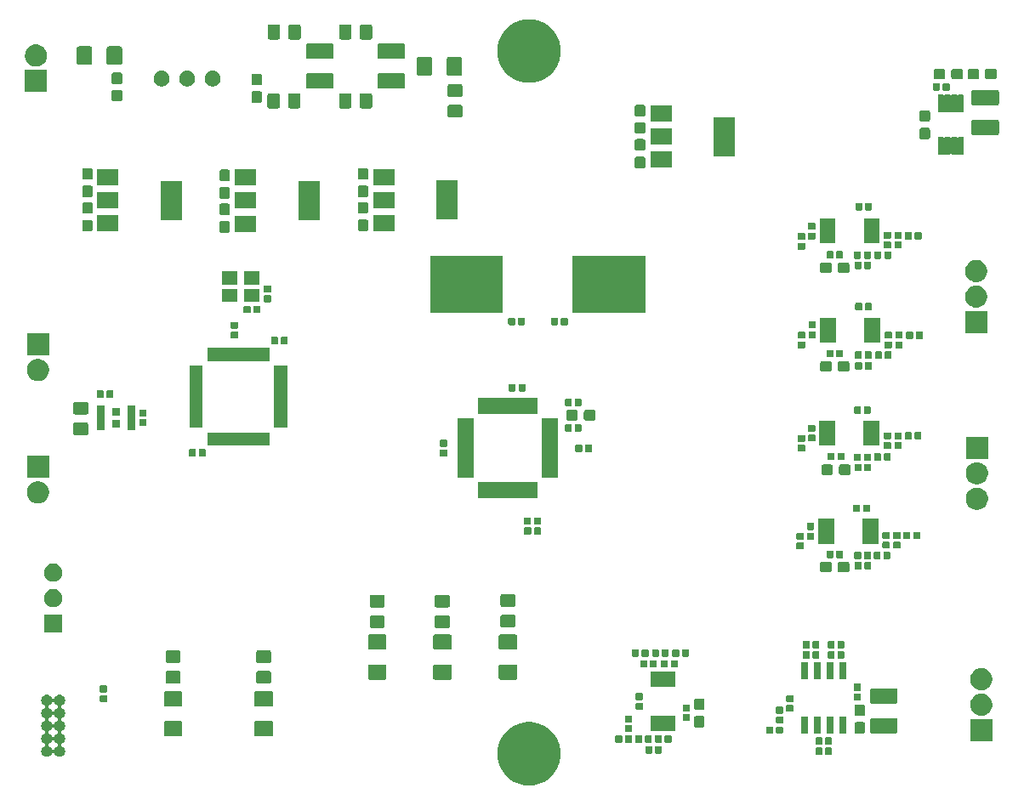
<source format=gts>
%TF.GenerationSoftware,KiCad,Pcbnew,5.1.5-52549c5~84~ubuntu18.04.1*%
%TF.CreationDate,2020-02-19T21:11:28+00:00*%
%TF.ProjectId,scot-resolver,73636f74-2d72-4657-936f-6c7665722e6b,rev?*%
%TF.SameCoordinates,Original*%
%TF.FileFunction,Soldermask,Top*%
%TF.FilePolarity,Negative*%
%FSLAX46Y46*%
G04 Gerber Fmt 4.6, Leading zero omitted, Abs format (unit mm)*
G04 Created by KiCad (PCBNEW 5.1.5-52549c5~84~ubuntu18.04.1) date 2020-02-19 21:11:28*
%MOMM*%
%LPD*%
G04 APERTURE LIST*
%ADD10C,0.100000*%
G04 APERTURE END LIST*
D10*
G36*
X135391284Y-124246920D02*
G01*
X135919821Y-124352052D01*
X136493085Y-124589506D01*
X137009008Y-124934235D01*
X137447765Y-125372992D01*
X137792494Y-125888915D01*
X138029948Y-126462179D01*
X138151000Y-127070752D01*
X138151000Y-127691248D01*
X138029948Y-128299821D01*
X137792494Y-128873085D01*
X137447765Y-129389008D01*
X137009008Y-129827765D01*
X136493085Y-130172494D01*
X135919821Y-130409948D01*
X135397849Y-130513774D01*
X135311249Y-130531000D01*
X134690751Y-130531000D01*
X134604151Y-130513774D01*
X134082179Y-130409948D01*
X133508915Y-130172494D01*
X132992992Y-129827765D01*
X132554235Y-129389008D01*
X132209506Y-128873085D01*
X131972052Y-128299821D01*
X131851000Y-127691248D01*
X131851000Y-127070752D01*
X131972052Y-126462179D01*
X132209506Y-125888915D01*
X132554235Y-125372992D01*
X132992992Y-124934235D01*
X133508915Y-124589506D01*
X134082179Y-124352052D01*
X134610716Y-124246920D01*
X134690751Y-124231000D01*
X135311249Y-124231000D01*
X135391284Y-124246920D01*
G37*
G36*
X87158051Y-121509480D02*
G01*
X87208920Y-121530551D01*
X87259786Y-121551620D01*
X87351342Y-121612796D01*
X87429204Y-121690658D01*
X87490380Y-121782214D01*
X87514516Y-121840485D01*
X87526068Y-121862095D01*
X87541613Y-121881037D01*
X87560555Y-121896582D01*
X87582166Y-121908133D01*
X87605615Y-121915246D01*
X87630001Y-121917648D01*
X87654387Y-121915246D01*
X87677836Y-121908133D01*
X87699446Y-121896581D01*
X87718388Y-121881036D01*
X87733933Y-121862094D01*
X87745484Y-121840485D01*
X87769620Y-121782214D01*
X87830796Y-121690658D01*
X87908658Y-121612796D01*
X88000214Y-121551620D01*
X88051080Y-121530551D01*
X88101949Y-121509480D01*
X88209941Y-121488000D01*
X88320059Y-121488000D01*
X88428051Y-121509480D01*
X88478920Y-121530551D01*
X88529786Y-121551620D01*
X88621342Y-121612796D01*
X88699204Y-121690658D01*
X88760380Y-121782214D01*
X88781449Y-121833080D01*
X88802520Y-121883949D01*
X88824000Y-121991941D01*
X88824000Y-122102059D01*
X88802520Y-122210051D01*
X88784516Y-122253515D01*
X88760380Y-122311786D01*
X88699204Y-122403342D01*
X88621342Y-122481204D01*
X88529786Y-122542380D01*
X88471515Y-122566516D01*
X88449905Y-122578068D01*
X88430963Y-122593613D01*
X88415418Y-122612555D01*
X88403867Y-122634166D01*
X88396754Y-122657615D01*
X88394352Y-122682001D01*
X88396754Y-122706387D01*
X88403867Y-122729836D01*
X88415419Y-122751446D01*
X88430964Y-122770388D01*
X88449906Y-122785933D01*
X88471513Y-122797483D01*
X88529786Y-122821620D01*
X88621342Y-122882796D01*
X88699204Y-122960658D01*
X88760380Y-123052214D01*
X88771579Y-123079251D01*
X88802520Y-123153949D01*
X88824000Y-123261941D01*
X88824000Y-123372059D01*
X88802520Y-123480051D01*
X88793467Y-123501906D01*
X88760380Y-123581786D01*
X88699204Y-123673342D01*
X88621342Y-123751204D01*
X88529786Y-123812380D01*
X88472278Y-123836200D01*
X88471515Y-123836516D01*
X88449905Y-123848068D01*
X88430963Y-123863613D01*
X88415418Y-123882555D01*
X88403867Y-123904166D01*
X88396754Y-123927615D01*
X88394352Y-123952001D01*
X88396754Y-123976387D01*
X88403867Y-123999836D01*
X88415419Y-124021446D01*
X88430964Y-124040388D01*
X88449906Y-124055933D01*
X88471513Y-124067483D01*
X88529786Y-124091620D01*
X88621342Y-124152796D01*
X88699204Y-124230658D01*
X88760380Y-124322214D01*
X88776652Y-124361500D01*
X88802520Y-124423949D01*
X88824000Y-124531941D01*
X88824000Y-124642059D01*
X88802520Y-124750051D01*
X88793467Y-124771906D01*
X88760380Y-124851786D01*
X88699204Y-124943342D01*
X88621342Y-125021204D01*
X88529786Y-125082380D01*
X88475781Y-125104749D01*
X88471515Y-125106516D01*
X88449905Y-125118068D01*
X88430963Y-125133613D01*
X88415418Y-125152555D01*
X88403867Y-125174166D01*
X88396754Y-125197615D01*
X88394352Y-125222001D01*
X88396754Y-125246387D01*
X88403867Y-125269836D01*
X88415419Y-125291446D01*
X88430964Y-125310388D01*
X88449906Y-125325933D01*
X88471513Y-125337483D01*
X88529786Y-125361620D01*
X88621342Y-125422796D01*
X88699204Y-125500658D01*
X88760380Y-125592214D01*
X88779578Y-125638562D01*
X88802520Y-125693949D01*
X88824000Y-125801941D01*
X88824000Y-125912059D01*
X88802520Y-126020051D01*
X88793467Y-126041906D01*
X88760380Y-126121786D01*
X88699204Y-126213342D01*
X88621342Y-126291204D01*
X88529786Y-126352380D01*
X88471515Y-126376516D01*
X88449905Y-126388068D01*
X88430963Y-126403613D01*
X88415418Y-126422555D01*
X88403867Y-126444166D01*
X88396754Y-126467615D01*
X88394352Y-126492001D01*
X88396754Y-126516387D01*
X88403867Y-126539836D01*
X88415419Y-126561446D01*
X88430964Y-126580388D01*
X88449906Y-126595933D01*
X88471513Y-126607483D01*
X88529786Y-126631620D01*
X88621342Y-126692796D01*
X88699204Y-126770658D01*
X88760380Y-126862214D01*
X88765881Y-126875496D01*
X88802520Y-126963949D01*
X88824000Y-127071941D01*
X88824000Y-127182059D01*
X88802520Y-127290051D01*
X88793467Y-127311906D01*
X88760380Y-127391786D01*
X88699204Y-127483342D01*
X88621342Y-127561204D01*
X88529786Y-127622380D01*
X88478920Y-127643449D01*
X88428051Y-127664520D01*
X88320059Y-127686000D01*
X88209941Y-127686000D01*
X88101949Y-127664520D01*
X88051080Y-127643449D01*
X88000214Y-127622380D01*
X87908658Y-127561204D01*
X87830796Y-127483342D01*
X87769620Y-127391786D01*
X87745483Y-127333513D01*
X87733932Y-127311905D01*
X87718387Y-127292963D01*
X87699445Y-127277418D01*
X87677834Y-127265867D01*
X87654385Y-127258754D01*
X87629999Y-127256352D01*
X87605613Y-127258754D01*
X87582164Y-127265867D01*
X87560554Y-127277419D01*
X87541612Y-127292964D01*
X87526067Y-127311906D01*
X87514517Y-127333513D01*
X87490380Y-127391786D01*
X87429204Y-127483342D01*
X87351342Y-127561204D01*
X87259786Y-127622380D01*
X87208920Y-127643449D01*
X87158051Y-127664520D01*
X87050059Y-127686000D01*
X86939941Y-127686000D01*
X86831949Y-127664520D01*
X86781080Y-127643449D01*
X86730214Y-127622380D01*
X86638658Y-127561204D01*
X86560796Y-127483342D01*
X86499620Y-127391786D01*
X86466533Y-127311906D01*
X86457480Y-127290051D01*
X86436000Y-127182059D01*
X86436000Y-127071941D01*
X86457480Y-126963949D01*
X86494119Y-126875496D01*
X86499620Y-126862214D01*
X86560796Y-126770658D01*
X86638658Y-126692796D01*
X86730214Y-126631620D01*
X86788487Y-126607483D01*
X86810095Y-126595932D01*
X86829037Y-126580387D01*
X86844582Y-126561445D01*
X86856133Y-126539834D01*
X86863246Y-126516385D01*
X86865647Y-126492001D01*
X87124352Y-126492001D01*
X87126754Y-126516387D01*
X87133867Y-126539836D01*
X87145419Y-126561446D01*
X87160964Y-126580388D01*
X87179906Y-126595933D01*
X87201513Y-126607483D01*
X87259786Y-126631620D01*
X87351342Y-126692796D01*
X87429204Y-126770658D01*
X87490380Y-126862214D01*
X87514516Y-126920485D01*
X87526068Y-126942095D01*
X87541613Y-126961037D01*
X87560555Y-126976582D01*
X87582166Y-126988133D01*
X87605615Y-126995246D01*
X87630001Y-126997648D01*
X87654387Y-126995246D01*
X87677836Y-126988133D01*
X87699446Y-126976581D01*
X87718388Y-126961036D01*
X87733933Y-126942094D01*
X87745484Y-126920485D01*
X87769620Y-126862214D01*
X87830796Y-126770658D01*
X87908658Y-126692796D01*
X88000214Y-126631620D01*
X88058487Y-126607483D01*
X88080095Y-126595932D01*
X88099037Y-126580387D01*
X88114582Y-126561445D01*
X88126133Y-126539834D01*
X88133246Y-126516385D01*
X88135648Y-126491999D01*
X88133246Y-126467613D01*
X88126133Y-126444164D01*
X88114581Y-126422554D01*
X88099036Y-126403612D01*
X88080094Y-126388067D01*
X88058485Y-126376516D01*
X88000214Y-126352380D01*
X87908658Y-126291204D01*
X87830796Y-126213342D01*
X87769620Y-126121786D01*
X87745483Y-126063513D01*
X87733932Y-126041905D01*
X87718387Y-126022963D01*
X87699445Y-126007418D01*
X87677834Y-125995867D01*
X87654385Y-125988754D01*
X87629999Y-125986352D01*
X87605613Y-125988754D01*
X87582164Y-125995867D01*
X87560554Y-126007419D01*
X87541612Y-126022964D01*
X87526067Y-126041906D01*
X87514517Y-126063513D01*
X87490380Y-126121786D01*
X87429204Y-126213342D01*
X87351342Y-126291204D01*
X87259786Y-126352380D01*
X87201515Y-126376516D01*
X87179905Y-126388068D01*
X87160963Y-126403613D01*
X87145418Y-126422555D01*
X87133867Y-126444166D01*
X87126754Y-126467615D01*
X87124352Y-126492001D01*
X86865647Y-126492001D01*
X86865648Y-126491999D01*
X86863246Y-126467613D01*
X86856133Y-126444164D01*
X86844581Y-126422554D01*
X86829036Y-126403612D01*
X86810094Y-126388067D01*
X86788485Y-126376516D01*
X86730214Y-126352380D01*
X86638658Y-126291204D01*
X86560796Y-126213342D01*
X86499620Y-126121786D01*
X86466533Y-126041906D01*
X86457480Y-126020051D01*
X86436000Y-125912059D01*
X86436000Y-125801941D01*
X86457480Y-125693949D01*
X86480422Y-125638562D01*
X86499620Y-125592214D01*
X86560796Y-125500658D01*
X86638658Y-125422796D01*
X86730214Y-125361620D01*
X86788487Y-125337483D01*
X86810095Y-125325932D01*
X86829037Y-125310387D01*
X86844582Y-125291445D01*
X86856133Y-125269834D01*
X86863246Y-125246385D01*
X86865647Y-125222001D01*
X87124352Y-125222001D01*
X87126754Y-125246387D01*
X87133867Y-125269836D01*
X87145419Y-125291446D01*
X87160964Y-125310388D01*
X87179906Y-125325933D01*
X87201513Y-125337483D01*
X87259786Y-125361620D01*
X87351342Y-125422796D01*
X87429204Y-125500658D01*
X87490380Y-125592214D01*
X87514516Y-125650485D01*
X87526068Y-125672095D01*
X87541613Y-125691037D01*
X87560555Y-125706582D01*
X87582166Y-125718133D01*
X87605615Y-125725246D01*
X87630001Y-125727648D01*
X87654387Y-125725246D01*
X87677836Y-125718133D01*
X87699446Y-125706581D01*
X87718388Y-125691036D01*
X87733933Y-125672094D01*
X87745484Y-125650485D01*
X87769620Y-125592214D01*
X87830796Y-125500658D01*
X87908658Y-125422796D01*
X88000214Y-125361620D01*
X88058487Y-125337483D01*
X88080095Y-125325932D01*
X88099037Y-125310387D01*
X88114582Y-125291445D01*
X88126133Y-125269834D01*
X88133246Y-125246385D01*
X88135648Y-125221999D01*
X88133246Y-125197613D01*
X88126133Y-125174164D01*
X88114581Y-125152554D01*
X88099036Y-125133612D01*
X88080094Y-125118067D01*
X88058485Y-125106516D01*
X88054219Y-125104749D01*
X88000214Y-125082380D01*
X87908658Y-125021204D01*
X87830796Y-124943342D01*
X87769620Y-124851786D01*
X87745483Y-124793513D01*
X87733932Y-124771905D01*
X87718387Y-124752963D01*
X87699445Y-124737418D01*
X87677834Y-124725867D01*
X87654385Y-124718754D01*
X87629999Y-124716352D01*
X87605613Y-124718754D01*
X87582164Y-124725867D01*
X87560554Y-124737419D01*
X87541612Y-124752964D01*
X87526067Y-124771906D01*
X87514517Y-124793513D01*
X87490380Y-124851786D01*
X87429204Y-124943342D01*
X87351342Y-125021204D01*
X87259786Y-125082380D01*
X87205781Y-125104749D01*
X87201515Y-125106516D01*
X87179905Y-125118068D01*
X87160963Y-125133613D01*
X87145418Y-125152555D01*
X87133867Y-125174166D01*
X87126754Y-125197615D01*
X87124352Y-125222001D01*
X86865647Y-125222001D01*
X86865648Y-125221999D01*
X86863246Y-125197613D01*
X86856133Y-125174164D01*
X86844581Y-125152554D01*
X86829036Y-125133612D01*
X86810094Y-125118067D01*
X86788485Y-125106516D01*
X86784219Y-125104749D01*
X86730214Y-125082380D01*
X86638658Y-125021204D01*
X86560796Y-124943342D01*
X86499620Y-124851786D01*
X86466533Y-124771906D01*
X86457480Y-124750051D01*
X86436000Y-124642059D01*
X86436000Y-124531941D01*
X86457480Y-124423949D01*
X86483348Y-124361500D01*
X86499620Y-124322214D01*
X86560796Y-124230658D01*
X86638658Y-124152796D01*
X86730214Y-124091620D01*
X86788487Y-124067483D01*
X86810095Y-124055932D01*
X86829037Y-124040387D01*
X86844582Y-124021445D01*
X86856133Y-123999834D01*
X86863246Y-123976385D01*
X86865647Y-123952001D01*
X87124352Y-123952001D01*
X87126754Y-123976387D01*
X87133867Y-123999836D01*
X87145419Y-124021446D01*
X87160964Y-124040388D01*
X87179906Y-124055933D01*
X87201513Y-124067483D01*
X87259786Y-124091620D01*
X87351342Y-124152796D01*
X87429204Y-124230658D01*
X87490380Y-124322214D01*
X87506652Y-124361500D01*
X87514516Y-124380485D01*
X87526068Y-124402095D01*
X87541613Y-124421037D01*
X87560555Y-124436582D01*
X87582166Y-124448133D01*
X87605615Y-124455246D01*
X87630001Y-124457648D01*
X87654387Y-124455246D01*
X87677836Y-124448133D01*
X87699446Y-124436581D01*
X87718388Y-124421036D01*
X87733933Y-124402094D01*
X87745484Y-124380485D01*
X87753348Y-124361500D01*
X87769620Y-124322214D01*
X87830796Y-124230658D01*
X87908658Y-124152796D01*
X88000214Y-124091620D01*
X88058487Y-124067483D01*
X88080095Y-124055932D01*
X88099037Y-124040387D01*
X88114582Y-124021445D01*
X88126133Y-123999834D01*
X88133246Y-123976385D01*
X88135648Y-123951999D01*
X88133246Y-123927613D01*
X88126133Y-123904164D01*
X88114581Y-123882554D01*
X88099036Y-123863612D01*
X88080094Y-123848067D01*
X88058485Y-123836516D01*
X88057722Y-123836200D01*
X88000214Y-123812380D01*
X87908658Y-123751204D01*
X87830796Y-123673342D01*
X87769620Y-123581786D01*
X87745483Y-123523513D01*
X87733932Y-123501905D01*
X87718387Y-123482963D01*
X87699445Y-123467418D01*
X87677834Y-123455867D01*
X87654385Y-123448754D01*
X87629999Y-123446352D01*
X87605613Y-123448754D01*
X87582164Y-123455867D01*
X87560554Y-123467419D01*
X87541612Y-123482964D01*
X87526067Y-123501906D01*
X87514517Y-123523513D01*
X87490380Y-123581786D01*
X87429204Y-123673342D01*
X87351342Y-123751204D01*
X87259786Y-123812380D01*
X87202278Y-123836200D01*
X87201515Y-123836516D01*
X87179905Y-123848068D01*
X87160963Y-123863613D01*
X87145418Y-123882555D01*
X87133867Y-123904166D01*
X87126754Y-123927615D01*
X87124352Y-123952001D01*
X86865647Y-123952001D01*
X86865648Y-123951999D01*
X86863246Y-123927613D01*
X86856133Y-123904164D01*
X86844581Y-123882554D01*
X86829036Y-123863612D01*
X86810094Y-123848067D01*
X86788485Y-123836516D01*
X86787722Y-123836200D01*
X86730214Y-123812380D01*
X86638658Y-123751204D01*
X86560796Y-123673342D01*
X86499620Y-123581786D01*
X86466533Y-123501906D01*
X86457480Y-123480051D01*
X86436000Y-123372059D01*
X86436000Y-123261941D01*
X86457480Y-123153949D01*
X86488421Y-123079251D01*
X86499620Y-123052214D01*
X86560796Y-122960658D01*
X86638658Y-122882796D01*
X86730214Y-122821620D01*
X86788487Y-122797483D01*
X86810095Y-122785932D01*
X86829037Y-122770387D01*
X86844582Y-122751445D01*
X86856133Y-122729834D01*
X86863246Y-122706385D01*
X86865647Y-122682001D01*
X87124352Y-122682001D01*
X87126754Y-122706387D01*
X87133867Y-122729836D01*
X87145419Y-122751446D01*
X87160964Y-122770388D01*
X87179906Y-122785933D01*
X87201513Y-122797483D01*
X87259786Y-122821620D01*
X87351342Y-122882796D01*
X87429204Y-122960658D01*
X87490380Y-123052214D01*
X87514516Y-123110485D01*
X87526068Y-123132095D01*
X87541613Y-123151037D01*
X87560555Y-123166582D01*
X87582166Y-123178133D01*
X87605615Y-123185246D01*
X87630001Y-123187648D01*
X87654387Y-123185246D01*
X87677836Y-123178133D01*
X87699446Y-123166581D01*
X87718388Y-123151036D01*
X87733933Y-123132094D01*
X87745484Y-123110485D01*
X87769620Y-123052214D01*
X87830796Y-122960658D01*
X87908658Y-122882796D01*
X88000214Y-122821620D01*
X88058487Y-122797483D01*
X88080095Y-122785932D01*
X88099037Y-122770387D01*
X88114582Y-122751445D01*
X88126133Y-122729834D01*
X88133246Y-122706385D01*
X88135648Y-122681999D01*
X88133246Y-122657613D01*
X88126133Y-122634164D01*
X88114581Y-122612554D01*
X88099036Y-122593612D01*
X88080094Y-122578067D01*
X88058485Y-122566516D01*
X88000214Y-122542380D01*
X87908658Y-122481204D01*
X87830796Y-122403342D01*
X87769620Y-122311786D01*
X87745483Y-122253513D01*
X87733932Y-122231905D01*
X87718387Y-122212963D01*
X87699445Y-122197418D01*
X87677834Y-122185867D01*
X87654385Y-122178754D01*
X87629999Y-122176352D01*
X87605613Y-122178754D01*
X87582164Y-122185867D01*
X87560554Y-122197419D01*
X87541612Y-122212964D01*
X87526067Y-122231906D01*
X87514517Y-122253513D01*
X87490380Y-122311786D01*
X87429204Y-122403342D01*
X87351342Y-122481204D01*
X87259786Y-122542380D01*
X87201515Y-122566516D01*
X87179905Y-122578068D01*
X87160963Y-122593613D01*
X87145418Y-122612555D01*
X87133867Y-122634166D01*
X87126754Y-122657615D01*
X87124352Y-122682001D01*
X86865647Y-122682001D01*
X86865648Y-122681999D01*
X86863246Y-122657613D01*
X86856133Y-122634164D01*
X86844581Y-122612554D01*
X86829036Y-122593612D01*
X86810094Y-122578067D01*
X86788485Y-122566516D01*
X86730214Y-122542380D01*
X86638658Y-122481204D01*
X86560796Y-122403342D01*
X86499620Y-122311786D01*
X86475484Y-122253515D01*
X86457480Y-122210051D01*
X86436000Y-122102059D01*
X86436000Y-121991941D01*
X86457480Y-121883949D01*
X86478551Y-121833080D01*
X86499620Y-121782214D01*
X86560796Y-121690658D01*
X86638658Y-121612796D01*
X86730214Y-121551620D01*
X86781080Y-121530551D01*
X86831949Y-121509480D01*
X86939941Y-121488000D01*
X87050059Y-121488000D01*
X87158051Y-121509480D01*
G37*
G36*
X164120238Y-126771416D02*
G01*
X164140857Y-126777671D01*
X164159853Y-126787824D01*
X164176508Y-126801492D01*
X164190176Y-126818147D01*
X164200329Y-126837143D01*
X164206584Y-126857762D01*
X164209300Y-126885340D01*
X164209300Y-127394060D01*
X164206584Y-127421638D01*
X164200329Y-127442257D01*
X164190176Y-127461253D01*
X164176508Y-127477908D01*
X164159853Y-127491576D01*
X164140857Y-127501729D01*
X164120238Y-127507984D01*
X164092660Y-127510700D01*
X163633940Y-127510700D01*
X163606362Y-127507984D01*
X163585743Y-127501729D01*
X163566747Y-127491576D01*
X163550092Y-127477908D01*
X163536424Y-127461253D01*
X163526271Y-127442257D01*
X163520016Y-127421638D01*
X163517300Y-127394060D01*
X163517300Y-126885340D01*
X163520016Y-126857762D01*
X163526271Y-126837143D01*
X163536424Y-126818147D01*
X163550092Y-126801492D01*
X163566747Y-126787824D01*
X163585743Y-126777671D01*
X163606362Y-126771416D01*
X163633940Y-126768700D01*
X164092660Y-126768700D01*
X164120238Y-126771416D01*
G37*
G36*
X165090238Y-126771416D02*
G01*
X165110857Y-126777671D01*
X165129853Y-126787824D01*
X165146508Y-126801492D01*
X165160176Y-126818147D01*
X165170329Y-126837143D01*
X165176584Y-126857762D01*
X165179300Y-126885340D01*
X165179300Y-127394060D01*
X165176584Y-127421638D01*
X165170329Y-127442257D01*
X165160176Y-127461253D01*
X165146508Y-127477908D01*
X165129853Y-127491576D01*
X165110857Y-127501729D01*
X165090238Y-127507984D01*
X165062660Y-127510700D01*
X164603940Y-127510700D01*
X164576362Y-127507984D01*
X164555743Y-127501729D01*
X164536747Y-127491576D01*
X164520092Y-127477908D01*
X164506424Y-127461253D01*
X164496271Y-127442257D01*
X164490016Y-127421638D01*
X164487300Y-127394060D01*
X164487300Y-126885340D01*
X164490016Y-126857762D01*
X164496271Y-126837143D01*
X164506424Y-126818147D01*
X164520092Y-126801492D01*
X164536747Y-126787824D01*
X164555743Y-126777671D01*
X164576362Y-126771416D01*
X164603940Y-126768700D01*
X165062660Y-126768700D01*
X165090238Y-126771416D01*
G37*
G36*
X147178438Y-126631716D02*
G01*
X147199057Y-126637971D01*
X147218053Y-126648124D01*
X147234708Y-126661792D01*
X147248376Y-126678447D01*
X147258529Y-126697443D01*
X147264784Y-126718062D01*
X147267500Y-126745640D01*
X147267500Y-127254360D01*
X147264784Y-127281938D01*
X147258529Y-127302557D01*
X147248376Y-127321553D01*
X147234708Y-127338208D01*
X147218053Y-127351876D01*
X147199057Y-127362029D01*
X147178438Y-127368284D01*
X147150860Y-127371000D01*
X146692140Y-127371000D01*
X146664562Y-127368284D01*
X146643943Y-127362029D01*
X146624947Y-127351876D01*
X146608292Y-127338208D01*
X146594624Y-127321553D01*
X146584471Y-127302557D01*
X146578216Y-127281938D01*
X146575500Y-127254360D01*
X146575500Y-126745640D01*
X146578216Y-126718062D01*
X146584471Y-126697443D01*
X146594624Y-126678447D01*
X146608292Y-126661792D01*
X146624947Y-126648124D01*
X146643943Y-126637971D01*
X146664562Y-126631716D01*
X146692140Y-126629000D01*
X147150860Y-126629000D01*
X147178438Y-126631716D01*
G37*
G36*
X148148438Y-126631716D02*
G01*
X148169057Y-126637971D01*
X148188053Y-126648124D01*
X148204708Y-126661792D01*
X148218376Y-126678447D01*
X148228529Y-126697443D01*
X148234784Y-126718062D01*
X148237500Y-126745640D01*
X148237500Y-127254360D01*
X148234784Y-127281938D01*
X148228529Y-127302557D01*
X148218376Y-127321553D01*
X148204708Y-127338208D01*
X148188053Y-127351876D01*
X148169057Y-127362029D01*
X148148438Y-127368284D01*
X148120860Y-127371000D01*
X147662140Y-127371000D01*
X147634562Y-127368284D01*
X147613943Y-127362029D01*
X147594947Y-127351876D01*
X147578292Y-127338208D01*
X147564624Y-127321553D01*
X147554471Y-127302557D01*
X147548216Y-127281938D01*
X147545500Y-127254360D01*
X147545500Y-126745640D01*
X147548216Y-126718062D01*
X147554471Y-126697443D01*
X147564624Y-126678447D01*
X147578292Y-126661792D01*
X147594947Y-126648124D01*
X147613943Y-126637971D01*
X147634562Y-126631716D01*
X147662140Y-126629000D01*
X148120860Y-126629000D01*
X148148438Y-126631716D01*
G37*
G36*
X165067238Y-125755416D02*
G01*
X165087857Y-125761671D01*
X165106853Y-125771824D01*
X165123508Y-125785492D01*
X165137176Y-125802147D01*
X165147329Y-125821143D01*
X165153584Y-125841762D01*
X165156300Y-125869340D01*
X165156300Y-126378060D01*
X165153584Y-126405638D01*
X165147329Y-126426257D01*
X165137176Y-126445253D01*
X165123508Y-126461908D01*
X165106853Y-126475576D01*
X165087857Y-126485729D01*
X165067238Y-126491984D01*
X165039660Y-126494700D01*
X164580940Y-126494700D01*
X164553362Y-126491984D01*
X164532743Y-126485729D01*
X164513747Y-126475576D01*
X164497092Y-126461908D01*
X164483424Y-126445253D01*
X164473271Y-126426257D01*
X164467016Y-126405638D01*
X164464300Y-126378060D01*
X164464300Y-125869340D01*
X164467016Y-125841762D01*
X164473271Y-125821143D01*
X164483424Y-125802147D01*
X164497092Y-125785492D01*
X164513747Y-125771824D01*
X164532743Y-125761671D01*
X164553362Y-125755416D01*
X164580940Y-125752700D01*
X165039660Y-125752700D01*
X165067238Y-125755416D01*
G37*
G36*
X164097238Y-125755416D02*
G01*
X164117857Y-125761671D01*
X164136853Y-125771824D01*
X164153508Y-125785492D01*
X164167176Y-125802147D01*
X164177329Y-125821143D01*
X164183584Y-125841762D01*
X164186300Y-125869340D01*
X164186300Y-126378060D01*
X164183584Y-126405638D01*
X164177329Y-126426257D01*
X164167176Y-126445253D01*
X164153508Y-126461908D01*
X164136853Y-126475576D01*
X164117857Y-126485729D01*
X164097238Y-126491984D01*
X164069660Y-126494700D01*
X163610940Y-126494700D01*
X163583362Y-126491984D01*
X163562743Y-126485729D01*
X163543747Y-126475576D01*
X163527092Y-126461908D01*
X163513424Y-126445253D01*
X163503271Y-126426257D01*
X163497016Y-126405638D01*
X163494300Y-126378060D01*
X163494300Y-125869340D01*
X163497016Y-125841762D01*
X163503271Y-125821143D01*
X163513424Y-125802147D01*
X163527092Y-125785492D01*
X163543747Y-125771824D01*
X163562743Y-125761671D01*
X163583362Y-125755416D01*
X163610940Y-125752700D01*
X164069660Y-125752700D01*
X164097238Y-125755416D01*
G37*
G36*
X144193938Y-125552216D02*
G01*
X144214557Y-125558471D01*
X144233553Y-125568624D01*
X144250208Y-125582292D01*
X144263876Y-125598947D01*
X144274029Y-125617943D01*
X144280284Y-125638562D01*
X144283000Y-125666140D01*
X144283000Y-126174860D01*
X144280284Y-126202438D01*
X144274029Y-126223057D01*
X144263876Y-126242053D01*
X144250208Y-126258708D01*
X144233553Y-126272376D01*
X144214557Y-126282529D01*
X144193938Y-126288784D01*
X144166360Y-126291500D01*
X143707640Y-126291500D01*
X143680062Y-126288784D01*
X143659443Y-126282529D01*
X143640447Y-126272376D01*
X143623792Y-126258708D01*
X143610124Y-126242053D01*
X143599971Y-126223057D01*
X143593716Y-126202438D01*
X143591000Y-126174860D01*
X143591000Y-125666140D01*
X143593716Y-125638562D01*
X143599971Y-125617943D01*
X143610124Y-125598947D01*
X143623792Y-125582292D01*
X143640447Y-125568624D01*
X143659443Y-125558471D01*
X143680062Y-125552216D01*
X143707640Y-125549500D01*
X144166360Y-125549500D01*
X144193938Y-125552216D01*
G37*
G36*
X146162438Y-125552216D02*
G01*
X146183057Y-125558471D01*
X146202053Y-125568624D01*
X146218708Y-125582292D01*
X146232376Y-125598947D01*
X146242529Y-125617943D01*
X146248784Y-125638562D01*
X146251500Y-125666140D01*
X146251500Y-126174860D01*
X146248784Y-126202438D01*
X146242529Y-126223057D01*
X146232376Y-126242053D01*
X146218708Y-126258708D01*
X146202053Y-126272376D01*
X146183057Y-126282529D01*
X146162438Y-126288784D01*
X146134860Y-126291500D01*
X145676140Y-126291500D01*
X145648562Y-126288784D01*
X145627943Y-126282529D01*
X145608947Y-126272376D01*
X145592292Y-126258708D01*
X145578624Y-126242053D01*
X145568471Y-126223057D01*
X145562216Y-126202438D01*
X145559500Y-126174860D01*
X145559500Y-125666140D01*
X145562216Y-125638562D01*
X145568471Y-125617943D01*
X145578624Y-125598947D01*
X145592292Y-125582292D01*
X145608947Y-125568624D01*
X145627943Y-125558471D01*
X145648562Y-125552216D01*
X145676140Y-125549500D01*
X146134860Y-125549500D01*
X146162438Y-125552216D01*
G37*
G36*
X147132438Y-125552216D02*
G01*
X147153057Y-125558471D01*
X147172053Y-125568624D01*
X147188708Y-125582292D01*
X147202376Y-125598947D01*
X147212529Y-125617943D01*
X147218784Y-125638562D01*
X147221500Y-125666140D01*
X147221500Y-126174860D01*
X147218784Y-126202438D01*
X147212529Y-126223057D01*
X147202376Y-126242053D01*
X147188708Y-126258708D01*
X147172053Y-126272376D01*
X147153057Y-126282529D01*
X147132438Y-126288784D01*
X147104860Y-126291500D01*
X146646140Y-126291500D01*
X146618562Y-126288784D01*
X146597943Y-126282529D01*
X146578947Y-126272376D01*
X146562292Y-126258708D01*
X146548624Y-126242053D01*
X146538471Y-126223057D01*
X146532216Y-126202438D01*
X146529500Y-126174860D01*
X146529500Y-125666140D01*
X146532216Y-125638562D01*
X146538471Y-125617943D01*
X146548624Y-125598947D01*
X146562292Y-125582292D01*
X146578947Y-125568624D01*
X146597943Y-125558471D01*
X146618562Y-125552216D01*
X146646140Y-125549500D01*
X147104860Y-125549500D01*
X147132438Y-125552216D01*
G37*
G36*
X145163938Y-125552216D02*
G01*
X145184557Y-125558471D01*
X145203553Y-125568624D01*
X145220208Y-125582292D01*
X145233876Y-125598947D01*
X145244029Y-125617943D01*
X145250284Y-125638562D01*
X145253000Y-125666140D01*
X145253000Y-126174860D01*
X145250284Y-126202438D01*
X145244029Y-126223057D01*
X145233876Y-126242053D01*
X145220208Y-126258708D01*
X145203553Y-126272376D01*
X145184557Y-126282529D01*
X145163938Y-126288784D01*
X145136360Y-126291500D01*
X144677640Y-126291500D01*
X144650062Y-126288784D01*
X144629443Y-126282529D01*
X144610447Y-126272376D01*
X144593792Y-126258708D01*
X144580124Y-126242053D01*
X144569971Y-126223057D01*
X144563716Y-126202438D01*
X144561000Y-126174860D01*
X144561000Y-125666140D01*
X144563716Y-125638562D01*
X144569971Y-125617943D01*
X144580124Y-125598947D01*
X144593792Y-125582292D01*
X144610447Y-125568624D01*
X144629443Y-125558471D01*
X144650062Y-125552216D01*
X144677640Y-125549500D01*
X145136360Y-125549500D01*
X145163938Y-125552216D01*
G37*
G36*
X148130938Y-125539516D02*
G01*
X148151557Y-125545771D01*
X148170553Y-125555924D01*
X148187208Y-125569592D01*
X148200876Y-125586247D01*
X148211029Y-125605243D01*
X148217284Y-125625862D01*
X148220000Y-125653440D01*
X148220000Y-126162160D01*
X148217284Y-126189738D01*
X148211029Y-126210357D01*
X148200876Y-126229353D01*
X148187208Y-126246008D01*
X148170553Y-126259676D01*
X148151557Y-126269829D01*
X148130938Y-126276084D01*
X148103360Y-126278800D01*
X147644640Y-126278800D01*
X147617062Y-126276084D01*
X147596443Y-126269829D01*
X147577447Y-126259676D01*
X147560792Y-126246008D01*
X147547124Y-126229353D01*
X147536971Y-126210357D01*
X147530716Y-126189738D01*
X147528000Y-126162160D01*
X147528000Y-125653440D01*
X147530716Y-125625862D01*
X147536971Y-125605243D01*
X147547124Y-125586247D01*
X147560792Y-125569592D01*
X147577447Y-125555924D01*
X147596443Y-125545771D01*
X147617062Y-125539516D01*
X147644640Y-125536800D01*
X148103360Y-125536800D01*
X148130938Y-125539516D01*
G37*
G36*
X149100938Y-125539516D02*
G01*
X149121557Y-125545771D01*
X149140553Y-125555924D01*
X149157208Y-125569592D01*
X149170876Y-125586247D01*
X149181029Y-125605243D01*
X149187284Y-125625862D01*
X149190000Y-125653440D01*
X149190000Y-126162160D01*
X149187284Y-126189738D01*
X149181029Y-126210357D01*
X149170876Y-126229353D01*
X149157208Y-126246008D01*
X149140553Y-126259676D01*
X149121557Y-126269829D01*
X149100938Y-126276084D01*
X149073360Y-126278800D01*
X148614640Y-126278800D01*
X148587062Y-126276084D01*
X148566443Y-126269829D01*
X148547447Y-126259676D01*
X148530792Y-126246008D01*
X148517124Y-126229353D01*
X148506971Y-126210357D01*
X148500716Y-126189738D01*
X148498000Y-126162160D01*
X148498000Y-125653440D01*
X148500716Y-125625862D01*
X148506971Y-125605243D01*
X148517124Y-125586247D01*
X148530792Y-125569592D01*
X148547447Y-125555924D01*
X148566443Y-125545771D01*
X148587062Y-125539516D01*
X148614640Y-125536800D01*
X149073360Y-125536800D01*
X149100938Y-125539516D01*
G37*
G36*
X181123500Y-126132500D02*
G01*
X178921500Y-126132500D01*
X178921500Y-123930500D01*
X181123500Y-123930500D01*
X181123500Y-126132500D01*
G37*
G36*
X100343562Y-124135681D02*
G01*
X100378481Y-124146274D01*
X100410663Y-124163476D01*
X100438873Y-124186627D01*
X100462024Y-124214837D01*
X100479226Y-124247019D01*
X100489819Y-124281938D01*
X100494000Y-124324395D01*
X100494000Y-125465605D01*
X100489819Y-125508062D01*
X100479226Y-125542981D01*
X100462024Y-125575163D01*
X100438873Y-125603373D01*
X100410663Y-125626524D01*
X100378481Y-125643726D01*
X100343562Y-125654319D01*
X100301105Y-125658500D01*
X98834895Y-125658500D01*
X98792438Y-125654319D01*
X98757519Y-125643726D01*
X98725337Y-125626524D01*
X98697127Y-125603373D01*
X98673976Y-125575163D01*
X98656774Y-125542981D01*
X98646181Y-125508062D01*
X98642000Y-125465605D01*
X98642000Y-124324395D01*
X98646181Y-124281938D01*
X98656774Y-124247019D01*
X98673976Y-124214837D01*
X98697127Y-124186627D01*
X98725337Y-124163476D01*
X98757519Y-124146274D01*
X98792438Y-124135681D01*
X98834895Y-124131500D01*
X100301105Y-124131500D01*
X100343562Y-124135681D01*
G37*
G36*
X109360562Y-124135681D02*
G01*
X109395481Y-124146274D01*
X109427663Y-124163476D01*
X109455873Y-124186627D01*
X109479024Y-124214837D01*
X109496226Y-124247019D01*
X109506819Y-124281938D01*
X109511000Y-124324395D01*
X109511000Y-125465605D01*
X109506819Y-125508062D01*
X109496226Y-125542981D01*
X109479024Y-125575163D01*
X109455873Y-125603373D01*
X109427663Y-125626524D01*
X109395481Y-125643726D01*
X109360562Y-125654319D01*
X109318105Y-125658500D01*
X107851895Y-125658500D01*
X107809438Y-125654319D01*
X107774519Y-125643726D01*
X107742337Y-125626524D01*
X107714127Y-125603373D01*
X107690976Y-125575163D01*
X107673774Y-125542981D01*
X107663181Y-125508062D01*
X107659000Y-125465605D01*
X107659000Y-124324395D01*
X107663181Y-124281938D01*
X107673774Y-124247019D01*
X107690976Y-124214837D01*
X107714127Y-124186627D01*
X107742337Y-124163476D01*
X107774519Y-124146274D01*
X107809438Y-124135681D01*
X107851895Y-124131500D01*
X109318105Y-124131500D01*
X109360562Y-124135681D01*
G37*
G36*
X159220438Y-124663216D02*
G01*
X159241057Y-124669471D01*
X159260053Y-124679624D01*
X159276708Y-124693292D01*
X159290376Y-124709947D01*
X159300529Y-124728943D01*
X159306784Y-124749562D01*
X159309500Y-124777140D01*
X159309500Y-125285860D01*
X159306784Y-125313438D01*
X159300529Y-125334057D01*
X159290376Y-125353053D01*
X159276708Y-125369708D01*
X159260053Y-125383376D01*
X159241057Y-125393529D01*
X159220438Y-125399784D01*
X159192860Y-125402500D01*
X158734140Y-125402500D01*
X158706562Y-125399784D01*
X158685943Y-125393529D01*
X158666947Y-125383376D01*
X158650292Y-125369708D01*
X158636624Y-125353053D01*
X158626471Y-125334057D01*
X158620216Y-125313438D01*
X158617500Y-125285860D01*
X158617500Y-124777140D01*
X158620216Y-124749562D01*
X158626471Y-124728943D01*
X158636624Y-124709947D01*
X158650292Y-124693292D01*
X158666947Y-124679624D01*
X158685943Y-124669471D01*
X158706562Y-124663216D01*
X158734140Y-124660500D01*
X159192860Y-124660500D01*
X159220438Y-124663216D01*
G37*
G36*
X160190438Y-124663216D02*
G01*
X160211057Y-124669471D01*
X160230053Y-124679624D01*
X160246708Y-124693292D01*
X160260376Y-124709947D01*
X160270529Y-124728943D01*
X160276784Y-124749562D01*
X160279500Y-124777140D01*
X160279500Y-125285860D01*
X160276784Y-125313438D01*
X160270529Y-125334057D01*
X160260376Y-125353053D01*
X160246708Y-125369708D01*
X160230053Y-125383376D01*
X160211057Y-125393529D01*
X160190438Y-125399784D01*
X160162860Y-125402500D01*
X159704140Y-125402500D01*
X159676562Y-125399784D01*
X159655943Y-125393529D01*
X159636947Y-125383376D01*
X159620292Y-125369708D01*
X159606624Y-125353053D01*
X159596471Y-125334057D01*
X159590216Y-125313438D01*
X159587500Y-125285860D01*
X159587500Y-124777140D01*
X159590216Y-124749562D01*
X159596471Y-124728943D01*
X159606624Y-124709947D01*
X159620292Y-124693292D01*
X159636947Y-124679624D01*
X159655943Y-124669471D01*
X159676562Y-124663216D01*
X159704140Y-124660500D01*
X160162860Y-124660500D01*
X160190438Y-124663216D01*
G37*
G36*
X168296599Y-124231345D02*
G01*
X168334095Y-124242720D01*
X168368654Y-124261192D01*
X168398947Y-124286053D01*
X168423808Y-124316346D01*
X168442280Y-124350905D01*
X168453655Y-124388401D01*
X168458100Y-124433538D01*
X168458100Y-125172262D01*
X168453655Y-125217399D01*
X168442280Y-125254895D01*
X168423808Y-125289454D01*
X168398947Y-125319747D01*
X168368654Y-125344608D01*
X168334095Y-125363080D01*
X168296599Y-125374455D01*
X168251462Y-125378900D01*
X167612738Y-125378900D01*
X167567601Y-125374455D01*
X167530105Y-125363080D01*
X167495546Y-125344608D01*
X167465253Y-125319747D01*
X167440392Y-125289454D01*
X167421920Y-125254895D01*
X167410545Y-125217399D01*
X167406100Y-125172262D01*
X167406100Y-124433538D01*
X167410545Y-124388401D01*
X167421920Y-124350905D01*
X167440392Y-124316346D01*
X167465253Y-124286053D01*
X167495546Y-124261192D01*
X167530105Y-124242720D01*
X167567601Y-124231345D01*
X167612738Y-124226900D01*
X168251462Y-124226900D01*
X168296599Y-124231345D01*
G37*
G36*
X171545262Y-123840381D02*
G01*
X171580181Y-123850974D01*
X171612363Y-123868176D01*
X171640573Y-123891327D01*
X171663724Y-123919537D01*
X171680926Y-123951719D01*
X171691519Y-123986638D01*
X171695700Y-124029095D01*
X171695700Y-125170305D01*
X171691519Y-125212762D01*
X171680926Y-125247681D01*
X171663724Y-125279863D01*
X171640573Y-125308073D01*
X171612363Y-125331224D01*
X171580181Y-125348426D01*
X171545262Y-125359019D01*
X171502805Y-125363200D01*
X169136595Y-125363200D01*
X169094138Y-125359019D01*
X169059219Y-125348426D01*
X169027037Y-125331224D01*
X168998827Y-125308073D01*
X168975676Y-125279863D01*
X168958474Y-125247681D01*
X168947881Y-125212762D01*
X168943700Y-125170305D01*
X168943700Y-124029095D01*
X168947881Y-123986638D01*
X168958474Y-123951719D01*
X168975676Y-123919537D01*
X168998827Y-123891327D01*
X169027037Y-123868176D01*
X169059219Y-123850974D01*
X169094138Y-123840381D01*
X169136595Y-123836200D01*
X171502805Y-123836200D01*
X171545262Y-123840381D01*
G37*
G36*
X166606700Y-125357100D02*
G01*
X165904700Y-125357100D01*
X165904700Y-123705100D01*
X166606700Y-123705100D01*
X166606700Y-125357100D01*
G37*
G36*
X162796700Y-125357100D02*
G01*
X162094700Y-125357100D01*
X162094700Y-123705100D01*
X162796700Y-123705100D01*
X162796700Y-125357100D01*
G37*
G36*
X164066700Y-125357100D02*
G01*
X163364700Y-125357100D01*
X163364700Y-123705100D01*
X164066700Y-123705100D01*
X164066700Y-125357100D01*
G37*
G36*
X165336700Y-125357100D02*
G01*
X164634700Y-125357100D01*
X164634700Y-123705100D01*
X165336700Y-123705100D01*
X165336700Y-125357100D01*
G37*
G36*
X145188938Y-124561216D02*
G01*
X145209557Y-124567471D01*
X145228553Y-124577624D01*
X145245208Y-124591292D01*
X145258876Y-124607947D01*
X145269029Y-124626943D01*
X145275284Y-124647562D01*
X145278000Y-124675140D01*
X145278000Y-125133860D01*
X145275284Y-125161438D01*
X145269029Y-125182057D01*
X145258876Y-125201053D01*
X145245208Y-125217708D01*
X145228553Y-125231376D01*
X145209557Y-125241529D01*
X145188938Y-125247784D01*
X145161360Y-125250500D01*
X144652640Y-125250500D01*
X144625062Y-125247784D01*
X144604443Y-125241529D01*
X144585447Y-125231376D01*
X144568792Y-125217708D01*
X144555124Y-125201053D01*
X144544971Y-125182057D01*
X144538716Y-125161438D01*
X144536000Y-125133860D01*
X144536000Y-124675140D01*
X144538716Y-124647562D01*
X144544971Y-124626943D01*
X144555124Y-124607947D01*
X144568792Y-124591292D01*
X144585447Y-124577624D01*
X144604443Y-124567471D01*
X144625062Y-124561216D01*
X144652640Y-124558500D01*
X145161360Y-124558500D01*
X145188938Y-124561216D01*
G37*
G36*
X149599700Y-125150000D02*
G01*
X147097700Y-125150000D01*
X147097700Y-123598000D01*
X149599700Y-123598000D01*
X149599700Y-125150000D01*
G37*
G36*
X152319999Y-123620445D02*
G01*
X152357495Y-123631820D01*
X152392054Y-123650292D01*
X152422347Y-123675153D01*
X152447208Y-123705446D01*
X152465680Y-123740005D01*
X152477055Y-123777501D01*
X152481500Y-123822638D01*
X152481500Y-124561362D01*
X152477055Y-124606499D01*
X152465680Y-124643995D01*
X152447208Y-124678554D01*
X152422347Y-124708847D01*
X152392054Y-124733708D01*
X152357495Y-124752180D01*
X152319999Y-124763555D01*
X152274862Y-124768000D01*
X151636138Y-124768000D01*
X151591001Y-124763555D01*
X151553505Y-124752180D01*
X151518946Y-124733708D01*
X151488653Y-124708847D01*
X151463792Y-124678554D01*
X151445320Y-124643995D01*
X151433945Y-124606499D01*
X151429500Y-124561362D01*
X151429500Y-123822638D01*
X151433945Y-123777501D01*
X151445320Y-123740005D01*
X151463792Y-123705446D01*
X151488653Y-123675153D01*
X151518946Y-123650292D01*
X151553505Y-123631820D01*
X151591001Y-123620445D01*
X151636138Y-123616000D01*
X152274862Y-123616000D01*
X152319999Y-123620445D01*
G37*
G36*
X160238438Y-123672216D02*
G01*
X160259057Y-123678471D01*
X160278053Y-123688624D01*
X160294708Y-123702292D01*
X160308376Y-123718947D01*
X160318529Y-123737943D01*
X160324784Y-123758562D01*
X160327500Y-123786140D01*
X160327500Y-124244860D01*
X160324784Y-124272438D01*
X160318529Y-124293057D01*
X160308376Y-124312053D01*
X160294708Y-124328708D01*
X160278053Y-124342376D01*
X160259057Y-124352529D01*
X160238438Y-124358784D01*
X160210860Y-124361500D01*
X159702140Y-124361500D01*
X159674562Y-124358784D01*
X159653943Y-124352529D01*
X159634947Y-124342376D01*
X159618292Y-124328708D01*
X159604624Y-124312053D01*
X159594471Y-124293057D01*
X159588216Y-124272438D01*
X159585500Y-124244860D01*
X159585500Y-123786140D01*
X159588216Y-123758562D01*
X159594471Y-123737943D01*
X159604624Y-123718947D01*
X159618292Y-123702292D01*
X159634947Y-123688624D01*
X159653943Y-123678471D01*
X159674562Y-123672216D01*
X159702140Y-123669500D01*
X160210860Y-123669500D01*
X160238438Y-123672216D01*
G37*
G36*
X145188938Y-123591216D02*
G01*
X145209557Y-123597471D01*
X145228553Y-123607624D01*
X145245208Y-123621292D01*
X145258876Y-123637947D01*
X145269029Y-123656943D01*
X145275284Y-123677562D01*
X145278000Y-123705140D01*
X145278000Y-124163860D01*
X145275284Y-124191438D01*
X145269029Y-124212057D01*
X145258876Y-124231053D01*
X145245208Y-124247708D01*
X145228553Y-124261376D01*
X145209557Y-124271529D01*
X145188938Y-124277784D01*
X145161360Y-124280500D01*
X144652640Y-124280500D01*
X144625062Y-124277784D01*
X144604443Y-124271529D01*
X144585447Y-124261376D01*
X144568792Y-124247708D01*
X144555124Y-124231053D01*
X144544971Y-124212057D01*
X144538716Y-124191438D01*
X144536000Y-124163860D01*
X144536000Y-123705140D01*
X144538716Y-123677562D01*
X144544971Y-123656943D01*
X144555124Y-123637947D01*
X144568792Y-123621292D01*
X144585447Y-123607624D01*
X144604443Y-123597471D01*
X144625062Y-123591216D01*
X144652640Y-123588500D01*
X145161360Y-123588500D01*
X145188938Y-123591216D01*
G37*
G36*
X150942038Y-123430916D02*
G01*
X150962657Y-123437171D01*
X150981653Y-123447324D01*
X150998308Y-123460992D01*
X151011976Y-123477647D01*
X151022129Y-123496643D01*
X151028384Y-123517262D01*
X151031100Y-123544840D01*
X151031100Y-124003560D01*
X151028384Y-124031138D01*
X151022129Y-124051757D01*
X151011976Y-124070753D01*
X150998308Y-124087408D01*
X150981653Y-124101076D01*
X150962657Y-124111229D01*
X150942038Y-124117484D01*
X150914460Y-124120200D01*
X150405740Y-124120200D01*
X150378162Y-124117484D01*
X150357543Y-124111229D01*
X150338547Y-124101076D01*
X150321892Y-124087408D01*
X150308224Y-124070753D01*
X150298071Y-124051757D01*
X150291816Y-124031138D01*
X150289100Y-124003560D01*
X150289100Y-123544840D01*
X150291816Y-123517262D01*
X150298071Y-123496643D01*
X150308224Y-123477647D01*
X150321892Y-123460992D01*
X150338547Y-123447324D01*
X150357543Y-123437171D01*
X150378162Y-123430916D01*
X150405740Y-123428200D01*
X150914460Y-123428200D01*
X150942038Y-123430916D01*
G37*
G36*
X168296599Y-122481345D02*
G01*
X168334095Y-122492720D01*
X168368654Y-122511192D01*
X168398947Y-122536053D01*
X168423808Y-122566346D01*
X168442280Y-122600905D01*
X168453655Y-122638401D01*
X168458100Y-122683538D01*
X168458100Y-123422262D01*
X168453655Y-123467399D01*
X168442280Y-123504895D01*
X168423808Y-123539454D01*
X168398947Y-123569747D01*
X168368654Y-123594608D01*
X168334095Y-123613080D01*
X168296599Y-123624455D01*
X168251462Y-123628900D01*
X167612738Y-123628900D01*
X167567601Y-123624455D01*
X167530105Y-123613080D01*
X167495546Y-123594608D01*
X167465253Y-123569747D01*
X167440392Y-123539454D01*
X167421920Y-123504895D01*
X167410545Y-123467399D01*
X167406100Y-123422262D01*
X167406100Y-122683538D01*
X167410545Y-122638401D01*
X167421920Y-122600905D01*
X167440392Y-122566346D01*
X167465253Y-122536053D01*
X167495546Y-122511192D01*
X167530105Y-122492720D01*
X167567601Y-122481345D01*
X167612738Y-122476900D01*
X168251462Y-122476900D01*
X168296599Y-122481345D01*
G37*
G36*
X180203956Y-121405024D02*
G01*
X180343650Y-121432811D01*
X180443834Y-121474309D01*
X180544020Y-121515807D01*
X180724344Y-121636295D01*
X180877705Y-121789656D01*
X180998193Y-121969980D01*
X181012536Y-122004608D01*
X181081189Y-122170350D01*
X181094598Y-122237762D01*
X181123500Y-122383060D01*
X181123500Y-122599940D01*
X181110935Y-122663108D01*
X181081189Y-122812650D01*
X181056398Y-122872500D01*
X180998193Y-123013020D01*
X180877705Y-123193344D01*
X180724344Y-123346705D01*
X180544020Y-123467193D01*
X180505945Y-123482964D01*
X180343650Y-123550189D01*
X180256878Y-123567449D01*
X180130940Y-123592500D01*
X179914060Y-123592500D01*
X179788122Y-123567449D01*
X179701350Y-123550189D01*
X179539055Y-123482964D01*
X179500980Y-123467193D01*
X179320656Y-123346705D01*
X179167295Y-123193344D01*
X179046807Y-123013020D01*
X178988602Y-122872500D01*
X178963811Y-122812650D01*
X178934065Y-122663108D01*
X178921500Y-122599940D01*
X178921500Y-122383060D01*
X178950402Y-122237762D01*
X178963811Y-122170350D01*
X179032464Y-122004608D01*
X179046807Y-121969980D01*
X179167295Y-121789656D01*
X179320656Y-121636295D01*
X179500980Y-121515807D01*
X179601166Y-121474309D01*
X179701350Y-121432811D01*
X179841044Y-121405024D01*
X179914060Y-121390500D01*
X180130940Y-121390500D01*
X180203956Y-121405024D01*
G37*
G36*
X160238438Y-122702216D02*
G01*
X160259057Y-122708471D01*
X160278053Y-122718624D01*
X160294708Y-122732292D01*
X160308376Y-122748947D01*
X160318529Y-122767943D01*
X160324784Y-122788562D01*
X160327500Y-122816140D01*
X160327500Y-123274860D01*
X160324784Y-123302438D01*
X160318529Y-123323057D01*
X160308376Y-123342053D01*
X160294708Y-123358708D01*
X160278053Y-123372376D01*
X160259057Y-123382529D01*
X160238438Y-123388784D01*
X160210860Y-123391500D01*
X159702140Y-123391500D01*
X159674562Y-123388784D01*
X159653943Y-123382529D01*
X159634947Y-123372376D01*
X159618292Y-123358708D01*
X159604624Y-123342053D01*
X159594471Y-123323057D01*
X159588216Y-123302438D01*
X159585500Y-123274860D01*
X159585500Y-122816140D01*
X159588216Y-122788562D01*
X159594471Y-122767943D01*
X159604624Y-122748947D01*
X159618292Y-122732292D01*
X159634947Y-122718624D01*
X159653943Y-122708471D01*
X159674562Y-122702216D01*
X159702140Y-122699500D01*
X160210860Y-122699500D01*
X160238438Y-122702216D01*
G37*
G36*
X161254438Y-122529216D02*
G01*
X161275057Y-122535471D01*
X161294053Y-122545624D01*
X161310708Y-122559292D01*
X161324376Y-122575947D01*
X161334529Y-122594943D01*
X161340784Y-122615562D01*
X161343500Y-122643140D01*
X161343500Y-123101860D01*
X161340784Y-123129438D01*
X161334529Y-123150057D01*
X161324376Y-123169053D01*
X161310708Y-123185708D01*
X161294053Y-123199376D01*
X161275057Y-123209529D01*
X161254438Y-123215784D01*
X161226860Y-123218500D01*
X160718140Y-123218500D01*
X160690562Y-123215784D01*
X160669943Y-123209529D01*
X160650947Y-123199376D01*
X160634292Y-123185708D01*
X160620624Y-123169053D01*
X160610471Y-123150057D01*
X160604216Y-123129438D01*
X160601500Y-123101860D01*
X160601500Y-122643140D01*
X160604216Y-122615562D01*
X160610471Y-122594943D01*
X160620624Y-122575947D01*
X160634292Y-122559292D01*
X160650947Y-122545624D01*
X160669943Y-122535471D01*
X160690562Y-122529216D01*
X160718140Y-122526500D01*
X161226860Y-122526500D01*
X161254438Y-122529216D01*
G37*
G36*
X150942038Y-122460916D02*
G01*
X150962657Y-122467171D01*
X150981653Y-122477324D01*
X150998308Y-122490992D01*
X151011976Y-122507647D01*
X151022129Y-122526643D01*
X151028384Y-122547262D01*
X151031100Y-122574840D01*
X151031100Y-123033560D01*
X151028384Y-123061138D01*
X151022129Y-123081757D01*
X151011976Y-123100753D01*
X150998308Y-123117408D01*
X150981653Y-123131076D01*
X150962657Y-123141229D01*
X150942038Y-123147484D01*
X150914460Y-123150200D01*
X150405740Y-123150200D01*
X150378162Y-123147484D01*
X150357543Y-123141229D01*
X150338547Y-123131076D01*
X150321892Y-123117408D01*
X150308224Y-123100753D01*
X150298071Y-123081757D01*
X150291816Y-123061138D01*
X150289100Y-123033560D01*
X150289100Y-122574840D01*
X150291816Y-122547262D01*
X150298071Y-122526643D01*
X150308224Y-122507647D01*
X150321892Y-122490992D01*
X150338547Y-122477324D01*
X150357543Y-122467171D01*
X150378162Y-122460916D01*
X150405740Y-122458200D01*
X150914460Y-122458200D01*
X150942038Y-122460916D01*
G37*
G36*
X152319999Y-121870445D02*
G01*
X152357495Y-121881820D01*
X152392054Y-121900292D01*
X152422347Y-121925153D01*
X152447208Y-121955446D01*
X152465680Y-121990005D01*
X152477055Y-122027501D01*
X152481500Y-122072638D01*
X152481500Y-122811362D01*
X152477055Y-122856499D01*
X152465680Y-122893995D01*
X152447208Y-122928554D01*
X152422347Y-122958847D01*
X152392054Y-122983708D01*
X152357495Y-123002180D01*
X152319999Y-123013555D01*
X152274862Y-123018000D01*
X151636138Y-123018000D01*
X151591001Y-123013555D01*
X151553505Y-123002180D01*
X151518946Y-122983708D01*
X151488653Y-122958847D01*
X151463792Y-122928554D01*
X151445320Y-122893995D01*
X151433945Y-122856499D01*
X151429500Y-122811362D01*
X151429500Y-122072638D01*
X151433945Y-122027501D01*
X151445320Y-121990005D01*
X151463792Y-121955446D01*
X151488653Y-121925153D01*
X151518946Y-121900292D01*
X151553505Y-121881820D01*
X151591001Y-121870445D01*
X151636138Y-121866000D01*
X152274862Y-121866000D01*
X152319999Y-121870445D01*
G37*
G36*
X146268438Y-122318116D02*
G01*
X146289057Y-122324371D01*
X146308053Y-122334524D01*
X146324708Y-122348192D01*
X146338376Y-122364847D01*
X146348529Y-122383843D01*
X146354784Y-122404462D01*
X146357500Y-122432040D01*
X146357500Y-122890760D01*
X146354784Y-122918338D01*
X146348529Y-122938957D01*
X146338376Y-122957953D01*
X146324708Y-122974608D01*
X146308053Y-122988276D01*
X146289057Y-122998429D01*
X146268438Y-123004684D01*
X146240860Y-123007400D01*
X145732140Y-123007400D01*
X145704562Y-123004684D01*
X145683943Y-122998429D01*
X145664947Y-122988276D01*
X145648292Y-122974608D01*
X145634624Y-122957953D01*
X145624471Y-122938957D01*
X145618216Y-122918338D01*
X145615500Y-122890760D01*
X145615500Y-122432040D01*
X145618216Y-122404462D01*
X145624471Y-122383843D01*
X145634624Y-122364847D01*
X145648292Y-122348192D01*
X145664947Y-122334524D01*
X145683943Y-122324371D01*
X145704562Y-122318116D01*
X145732140Y-122315400D01*
X146240860Y-122315400D01*
X146268438Y-122318116D01*
G37*
G36*
X109360562Y-121160681D02*
G01*
X109395481Y-121171274D01*
X109427663Y-121188476D01*
X109455873Y-121211627D01*
X109479024Y-121239837D01*
X109496226Y-121272019D01*
X109506819Y-121306938D01*
X109511000Y-121349395D01*
X109511000Y-122490605D01*
X109506819Y-122533062D01*
X109496226Y-122567981D01*
X109479024Y-122600163D01*
X109455873Y-122628373D01*
X109427663Y-122651524D01*
X109395481Y-122668726D01*
X109360562Y-122679319D01*
X109318105Y-122683500D01*
X107851895Y-122683500D01*
X107809438Y-122679319D01*
X107774519Y-122668726D01*
X107742337Y-122651524D01*
X107714127Y-122628373D01*
X107690976Y-122600163D01*
X107673774Y-122567981D01*
X107663181Y-122533062D01*
X107659000Y-122490605D01*
X107659000Y-121349395D01*
X107663181Y-121306938D01*
X107673774Y-121272019D01*
X107690976Y-121239837D01*
X107714127Y-121211627D01*
X107742337Y-121188476D01*
X107774519Y-121171274D01*
X107809438Y-121160681D01*
X107851895Y-121156500D01*
X109318105Y-121156500D01*
X109360562Y-121160681D01*
G37*
G36*
X100343562Y-121160681D02*
G01*
X100378481Y-121171274D01*
X100410663Y-121188476D01*
X100438873Y-121211627D01*
X100462024Y-121239837D01*
X100479226Y-121272019D01*
X100489819Y-121306938D01*
X100494000Y-121349395D01*
X100494000Y-122490605D01*
X100489819Y-122533062D01*
X100479226Y-122567981D01*
X100462024Y-122600163D01*
X100438873Y-122628373D01*
X100410663Y-122651524D01*
X100378481Y-122668726D01*
X100343562Y-122679319D01*
X100301105Y-122683500D01*
X98834895Y-122683500D01*
X98792438Y-122679319D01*
X98757519Y-122668726D01*
X98725337Y-122651524D01*
X98697127Y-122628373D01*
X98673976Y-122600163D01*
X98656774Y-122567981D01*
X98646181Y-122533062D01*
X98642000Y-122490605D01*
X98642000Y-121349395D01*
X98646181Y-121306938D01*
X98656774Y-121272019D01*
X98673976Y-121239837D01*
X98697127Y-121211627D01*
X98725337Y-121188476D01*
X98757519Y-121171274D01*
X98792438Y-121160681D01*
X98834895Y-121156500D01*
X100301105Y-121156500D01*
X100343562Y-121160681D01*
G37*
G36*
X171545262Y-120865381D02*
G01*
X171580181Y-120875974D01*
X171612363Y-120893176D01*
X171640573Y-120916327D01*
X171663724Y-120944537D01*
X171680926Y-120976719D01*
X171691519Y-121011638D01*
X171695700Y-121054095D01*
X171695700Y-122195305D01*
X171691519Y-122237762D01*
X171680926Y-122272681D01*
X171663724Y-122304863D01*
X171640573Y-122333073D01*
X171612363Y-122356224D01*
X171580181Y-122373426D01*
X171545262Y-122384019D01*
X171502805Y-122388200D01*
X169136595Y-122388200D01*
X169094138Y-122384019D01*
X169059219Y-122373426D01*
X169027037Y-122356224D01*
X168998827Y-122333073D01*
X168975676Y-122304863D01*
X168958474Y-122272681D01*
X168947881Y-122237762D01*
X168943700Y-122195305D01*
X168943700Y-121054095D01*
X168947881Y-121011638D01*
X168958474Y-120976719D01*
X168975676Y-120944537D01*
X168998827Y-120916327D01*
X169027037Y-120893176D01*
X169059219Y-120875974D01*
X169094138Y-120865381D01*
X169136595Y-120861200D01*
X171502805Y-120861200D01*
X171545262Y-120865381D01*
G37*
G36*
X161254438Y-121559216D02*
G01*
X161275057Y-121565471D01*
X161294053Y-121575624D01*
X161310708Y-121589292D01*
X161324376Y-121605947D01*
X161334529Y-121624943D01*
X161340784Y-121645562D01*
X161343500Y-121673140D01*
X161343500Y-122131860D01*
X161340784Y-122159438D01*
X161334529Y-122180057D01*
X161324376Y-122199053D01*
X161310708Y-122215708D01*
X161294053Y-122229376D01*
X161275057Y-122239529D01*
X161254438Y-122245784D01*
X161226860Y-122248500D01*
X160718140Y-122248500D01*
X160690562Y-122245784D01*
X160669943Y-122239529D01*
X160650947Y-122229376D01*
X160634292Y-122215708D01*
X160620624Y-122199053D01*
X160610471Y-122180057D01*
X160604216Y-122159438D01*
X160601500Y-122131860D01*
X160601500Y-121673140D01*
X160604216Y-121645562D01*
X160610471Y-121624943D01*
X160620624Y-121605947D01*
X160634292Y-121589292D01*
X160650947Y-121575624D01*
X160669943Y-121565471D01*
X160690562Y-121559216D01*
X160718140Y-121556500D01*
X161226860Y-121556500D01*
X161254438Y-121559216D01*
G37*
G36*
X92928438Y-121553716D02*
G01*
X92949057Y-121559971D01*
X92968053Y-121570124D01*
X92984708Y-121583792D01*
X92998376Y-121600447D01*
X93008529Y-121619443D01*
X93014784Y-121640062D01*
X93017500Y-121667640D01*
X93017500Y-122126360D01*
X93014784Y-122153938D01*
X93008529Y-122174557D01*
X92998376Y-122193553D01*
X92984708Y-122210208D01*
X92968053Y-122223876D01*
X92949057Y-122234029D01*
X92928438Y-122240284D01*
X92900860Y-122243000D01*
X92392140Y-122243000D01*
X92364562Y-122240284D01*
X92343943Y-122234029D01*
X92324947Y-122223876D01*
X92308292Y-122210208D01*
X92294624Y-122193553D01*
X92284471Y-122174557D01*
X92278216Y-122153938D01*
X92275500Y-122126360D01*
X92275500Y-121667640D01*
X92278216Y-121640062D01*
X92284471Y-121619443D01*
X92294624Y-121600447D01*
X92308292Y-121583792D01*
X92324947Y-121570124D01*
X92343943Y-121559971D01*
X92364562Y-121553716D01*
X92392140Y-121551000D01*
X92900860Y-121551000D01*
X92928438Y-121553716D01*
G37*
G36*
X167960038Y-121388616D02*
G01*
X167980657Y-121394871D01*
X167999653Y-121405024D01*
X168016308Y-121418692D01*
X168029976Y-121435347D01*
X168040129Y-121454343D01*
X168046384Y-121474962D01*
X168049100Y-121502540D01*
X168049100Y-121961260D01*
X168046384Y-121988838D01*
X168040129Y-122009457D01*
X168029976Y-122028453D01*
X168016308Y-122045108D01*
X167999653Y-122058776D01*
X167980657Y-122068929D01*
X167960038Y-122075184D01*
X167932460Y-122077900D01*
X167423740Y-122077900D01*
X167396162Y-122075184D01*
X167375543Y-122068929D01*
X167356547Y-122058776D01*
X167339892Y-122045108D01*
X167326224Y-122028453D01*
X167316071Y-122009457D01*
X167309816Y-121988838D01*
X167307100Y-121961260D01*
X167307100Y-121502540D01*
X167309816Y-121474962D01*
X167316071Y-121454343D01*
X167326224Y-121435347D01*
X167339892Y-121418692D01*
X167356547Y-121405024D01*
X167375543Y-121394871D01*
X167396162Y-121388616D01*
X167423740Y-121385900D01*
X167932460Y-121385900D01*
X167960038Y-121388616D01*
G37*
G36*
X146268438Y-121348116D02*
G01*
X146289057Y-121354371D01*
X146308053Y-121364524D01*
X146324708Y-121378192D01*
X146338376Y-121394847D01*
X146348529Y-121413843D01*
X146354784Y-121434462D01*
X146357500Y-121462040D01*
X146357500Y-121920760D01*
X146354784Y-121948338D01*
X146348529Y-121968957D01*
X146338376Y-121987953D01*
X146324708Y-122004608D01*
X146308053Y-122018276D01*
X146289057Y-122028429D01*
X146268438Y-122034684D01*
X146240860Y-122037400D01*
X145732140Y-122037400D01*
X145704562Y-122034684D01*
X145683943Y-122028429D01*
X145664947Y-122018276D01*
X145648292Y-122004608D01*
X145634624Y-121987953D01*
X145624471Y-121968957D01*
X145618216Y-121948338D01*
X145615500Y-121920760D01*
X145615500Y-121462040D01*
X145618216Y-121434462D01*
X145624471Y-121413843D01*
X145634624Y-121394847D01*
X145648292Y-121378192D01*
X145664947Y-121364524D01*
X145683943Y-121354371D01*
X145704562Y-121348116D01*
X145732140Y-121345400D01*
X146240860Y-121345400D01*
X146268438Y-121348116D01*
G37*
G36*
X92928438Y-120583716D02*
G01*
X92949057Y-120589971D01*
X92968053Y-120600124D01*
X92984708Y-120613792D01*
X92998376Y-120630447D01*
X93008529Y-120649443D01*
X93014784Y-120670062D01*
X93017500Y-120697640D01*
X93017500Y-121156360D01*
X93014784Y-121183938D01*
X93008529Y-121204557D01*
X92998376Y-121223553D01*
X92984708Y-121240208D01*
X92968053Y-121253876D01*
X92949057Y-121264029D01*
X92928438Y-121270284D01*
X92900860Y-121273000D01*
X92392140Y-121273000D01*
X92364562Y-121270284D01*
X92343943Y-121264029D01*
X92324947Y-121253876D01*
X92308292Y-121240208D01*
X92294624Y-121223553D01*
X92284471Y-121204557D01*
X92278216Y-121183938D01*
X92275500Y-121156360D01*
X92275500Y-120697640D01*
X92278216Y-120670062D01*
X92284471Y-120649443D01*
X92294624Y-120630447D01*
X92308292Y-120613792D01*
X92324947Y-120600124D01*
X92343943Y-120589971D01*
X92364562Y-120583716D01*
X92392140Y-120581000D01*
X92900860Y-120581000D01*
X92928438Y-120583716D01*
G37*
G36*
X167960038Y-120418616D02*
G01*
X167980657Y-120424871D01*
X167999653Y-120435024D01*
X168016308Y-120448692D01*
X168029976Y-120465347D01*
X168040129Y-120484343D01*
X168046384Y-120504962D01*
X168049100Y-120532540D01*
X168049100Y-120991260D01*
X168046384Y-121018838D01*
X168040129Y-121039457D01*
X168029976Y-121058453D01*
X168016308Y-121075108D01*
X167999653Y-121088776D01*
X167980657Y-121098929D01*
X167960038Y-121105184D01*
X167932460Y-121107900D01*
X167423740Y-121107900D01*
X167396162Y-121105184D01*
X167375543Y-121098929D01*
X167356547Y-121088776D01*
X167339892Y-121075108D01*
X167326224Y-121058453D01*
X167316071Y-121039457D01*
X167309816Y-121018838D01*
X167307100Y-120991260D01*
X167307100Y-120532540D01*
X167309816Y-120504962D01*
X167316071Y-120484343D01*
X167326224Y-120465347D01*
X167339892Y-120448692D01*
X167356547Y-120435024D01*
X167375543Y-120424871D01*
X167396162Y-120418616D01*
X167423740Y-120415900D01*
X167932460Y-120415900D01*
X167960038Y-120418616D01*
G37*
G36*
X180237295Y-118871656D02*
G01*
X180343650Y-118892811D01*
X180443834Y-118934309D01*
X180544020Y-118975807D01*
X180724344Y-119096295D01*
X180877705Y-119249656D01*
X180998193Y-119429980D01*
X181081189Y-119630351D01*
X181123500Y-119843060D01*
X181123500Y-120059940D01*
X181081189Y-120272649D01*
X180998193Y-120473020D01*
X180877705Y-120653344D01*
X180724344Y-120806705D01*
X180544020Y-120927193D01*
X180443931Y-120968651D01*
X180343650Y-121010189D01*
X180261267Y-121026576D01*
X180130940Y-121052500D01*
X179914060Y-121052500D01*
X179783733Y-121026576D01*
X179701350Y-121010189D01*
X179601069Y-120968651D01*
X179500980Y-120927193D01*
X179320656Y-120806705D01*
X179167295Y-120653344D01*
X179046807Y-120473020D01*
X178963811Y-120272649D01*
X178921500Y-120059940D01*
X178921500Y-119843060D01*
X178963811Y-119630351D01*
X179046807Y-119429980D01*
X179167295Y-119249656D01*
X179320656Y-119096295D01*
X179500980Y-118975807D01*
X179601166Y-118934309D01*
X179701350Y-118892811D01*
X179807705Y-118871656D01*
X179914060Y-118850500D01*
X180130940Y-118850500D01*
X180237295Y-118871656D01*
G37*
G36*
X149599700Y-120750000D02*
G01*
X147097700Y-120750000D01*
X147097700Y-119198000D01*
X149599700Y-119198000D01*
X149599700Y-120750000D01*
G37*
G36*
X100156674Y-119139465D02*
G01*
X100194367Y-119150899D01*
X100229103Y-119169466D01*
X100259548Y-119194452D01*
X100284534Y-119224897D01*
X100303101Y-119259633D01*
X100314535Y-119297326D01*
X100319000Y-119342661D01*
X100319000Y-120179339D01*
X100314535Y-120224674D01*
X100303101Y-120262367D01*
X100284534Y-120297103D01*
X100259548Y-120327548D01*
X100229103Y-120352534D01*
X100194367Y-120371101D01*
X100156674Y-120382535D01*
X100111339Y-120387000D01*
X99024661Y-120387000D01*
X98979326Y-120382535D01*
X98941633Y-120371101D01*
X98906897Y-120352534D01*
X98876452Y-120327548D01*
X98851466Y-120297103D01*
X98832899Y-120262367D01*
X98821465Y-120224674D01*
X98817000Y-120179339D01*
X98817000Y-119342661D01*
X98821465Y-119297326D01*
X98832899Y-119259633D01*
X98851466Y-119224897D01*
X98876452Y-119194452D01*
X98906897Y-119169466D01*
X98941633Y-119150899D01*
X98979326Y-119139465D01*
X99024661Y-119135000D01*
X100111339Y-119135000D01*
X100156674Y-119139465D01*
G37*
G36*
X109173674Y-119139465D02*
G01*
X109211367Y-119150899D01*
X109246103Y-119169466D01*
X109276548Y-119194452D01*
X109301534Y-119224897D01*
X109320101Y-119259633D01*
X109331535Y-119297326D01*
X109336000Y-119342661D01*
X109336000Y-120179339D01*
X109331535Y-120224674D01*
X109320101Y-120262367D01*
X109301534Y-120297103D01*
X109276548Y-120327548D01*
X109246103Y-120352534D01*
X109211367Y-120371101D01*
X109173674Y-120382535D01*
X109128339Y-120387000D01*
X108041661Y-120387000D01*
X107996326Y-120382535D01*
X107958633Y-120371101D01*
X107923897Y-120352534D01*
X107893452Y-120327548D01*
X107868466Y-120297103D01*
X107849899Y-120262367D01*
X107838465Y-120224674D01*
X107834000Y-120179339D01*
X107834000Y-119342661D01*
X107838465Y-119297326D01*
X107849899Y-119259633D01*
X107868466Y-119224897D01*
X107893452Y-119194452D01*
X107923897Y-119169466D01*
X107958633Y-119150899D01*
X107996326Y-119139465D01*
X108041661Y-119135000D01*
X109128339Y-119135000D01*
X109173674Y-119139465D01*
G37*
G36*
X127153262Y-118484181D02*
G01*
X127188181Y-118494774D01*
X127220363Y-118511976D01*
X127248573Y-118535127D01*
X127271724Y-118563337D01*
X127288926Y-118595519D01*
X127299519Y-118630438D01*
X127303700Y-118672895D01*
X127303700Y-119814105D01*
X127299519Y-119856562D01*
X127288926Y-119891481D01*
X127271724Y-119923663D01*
X127248573Y-119951873D01*
X127220363Y-119975024D01*
X127188181Y-119992226D01*
X127153262Y-120002819D01*
X127110805Y-120007000D01*
X125644595Y-120007000D01*
X125602138Y-120002819D01*
X125567219Y-119992226D01*
X125535037Y-119975024D01*
X125506827Y-119951873D01*
X125483676Y-119923663D01*
X125466474Y-119891481D01*
X125455881Y-119856562D01*
X125451700Y-119814105D01*
X125451700Y-118672895D01*
X125455881Y-118630438D01*
X125466474Y-118595519D01*
X125483676Y-118563337D01*
X125506827Y-118535127D01*
X125535037Y-118511976D01*
X125567219Y-118494774D01*
X125602138Y-118484181D01*
X125644595Y-118480000D01*
X127110805Y-118480000D01*
X127153262Y-118484181D01*
G37*
G36*
X120663562Y-118484181D02*
G01*
X120698481Y-118494774D01*
X120730663Y-118511976D01*
X120758873Y-118535127D01*
X120782024Y-118563337D01*
X120799226Y-118595519D01*
X120809819Y-118630438D01*
X120814000Y-118672895D01*
X120814000Y-119814105D01*
X120809819Y-119856562D01*
X120799226Y-119891481D01*
X120782024Y-119923663D01*
X120758873Y-119951873D01*
X120730663Y-119975024D01*
X120698481Y-119992226D01*
X120663562Y-120002819D01*
X120621105Y-120007000D01*
X119154895Y-120007000D01*
X119112438Y-120002819D01*
X119077519Y-119992226D01*
X119045337Y-119975024D01*
X119017127Y-119951873D01*
X118993976Y-119923663D01*
X118976774Y-119891481D01*
X118966181Y-119856562D01*
X118962000Y-119814105D01*
X118962000Y-118672895D01*
X118966181Y-118630438D01*
X118976774Y-118595519D01*
X118993976Y-118563337D01*
X119017127Y-118535127D01*
X119045337Y-118511976D01*
X119077519Y-118494774D01*
X119112438Y-118484181D01*
X119154895Y-118480000D01*
X120621105Y-118480000D01*
X120663562Y-118484181D01*
G37*
G36*
X133681062Y-118484181D02*
G01*
X133715981Y-118494774D01*
X133748163Y-118511976D01*
X133776373Y-118535127D01*
X133799524Y-118563337D01*
X133816726Y-118595519D01*
X133827319Y-118630438D01*
X133831500Y-118672895D01*
X133831500Y-119814105D01*
X133827319Y-119856562D01*
X133816726Y-119891481D01*
X133799524Y-119923663D01*
X133776373Y-119951873D01*
X133748163Y-119975024D01*
X133715981Y-119992226D01*
X133681062Y-120002819D01*
X133638605Y-120007000D01*
X132172395Y-120007000D01*
X132129938Y-120002819D01*
X132095019Y-119992226D01*
X132062837Y-119975024D01*
X132034627Y-119951873D01*
X132011476Y-119923663D01*
X131994274Y-119891481D01*
X131983681Y-119856562D01*
X131979500Y-119814105D01*
X131979500Y-118672895D01*
X131983681Y-118630438D01*
X131994274Y-118595519D01*
X132011476Y-118563337D01*
X132034627Y-118535127D01*
X132062837Y-118511976D01*
X132095019Y-118494774D01*
X132129938Y-118484181D01*
X132172395Y-118480000D01*
X133638605Y-118480000D01*
X133681062Y-118484181D01*
G37*
G36*
X166606700Y-119957100D02*
G01*
X165904700Y-119957100D01*
X165904700Y-118305100D01*
X166606700Y-118305100D01*
X166606700Y-119957100D01*
G37*
G36*
X165336700Y-119957100D02*
G01*
X164634700Y-119957100D01*
X164634700Y-118305100D01*
X165336700Y-118305100D01*
X165336700Y-119957100D01*
G37*
G36*
X164066700Y-119957100D02*
G01*
X163364700Y-119957100D01*
X163364700Y-118305100D01*
X164066700Y-118305100D01*
X164066700Y-119957100D01*
G37*
G36*
X162796700Y-119957100D02*
G01*
X162094700Y-119957100D01*
X162094700Y-118305100D01*
X162796700Y-118305100D01*
X162796700Y-119957100D01*
G37*
G36*
X146670438Y-118059216D02*
G01*
X146691057Y-118065471D01*
X146710053Y-118075624D01*
X146726708Y-118089292D01*
X146740376Y-118105947D01*
X146750529Y-118124943D01*
X146756784Y-118145562D01*
X146759500Y-118173140D01*
X146759500Y-118681860D01*
X146756784Y-118709438D01*
X146750529Y-118730057D01*
X146740376Y-118749053D01*
X146726708Y-118765708D01*
X146710053Y-118779376D01*
X146691057Y-118789529D01*
X146670438Y-118795784D01*
X146642860Y-118798500D01*
X146184140Y-118798500D01*
X146156562Y-118795784D01*
X146135943Y-118789529D01*
X146116947Y-118779376D01*
X146100292Y-118765708D01*
X146086624Y-118749053D01*
X146076471Y-118730057D01*
X146070216Y-118709438D01*
X146067500Y-118681860D01*
X146067500Y-118173140D01*
X146070216Y-118145562D01*
X146076471Y-118124943D01*
X146086624Y-118105947D01*
X146100292Y-118089292D01*
X146116947Y-118075624D01*
X146135943Y-118065471D01*
X146156562Y-118059216D01*
X146184140Y-118056500D01*
X146642860Y-118056500D01*
X146670438Y-118059216D01*
G37*
G36*
X148742938Y-118059216D02*
G01*
X148763557Y-118065471D01*
X148782553Y-118075624D01*
X148799208Y-118089292D01*
X148812876Y-118105947D01*
X148823029Y-118124943D01*
X148829284Y-118145562D01*
X148832000Y-118173140D01*
X148832000Y-118681860D01*
X148829284Y-118709438D01*
X148823029Y-118730057D01*
X148812876Y-118749053D01*
X148799208Y-118765708D01*
X148782553Y-118779376D01*
X148763557Y-118789529D01*
X148742938Y-118795784D01*
X148715360Y-118798500D01*
X148256640Y-118798500D01*
X148229062Y-118795784D01*
X148208443Y-118789529D01*
X148189447Y-118779376D01*
X148172792Y-118765708D01*
X148159124Y-118749053D01*
X148148971Y-118730057D01*
X148142716Y-118709438D01*
X148140000Y-118681860D01*
X148140000Y-118173140D01*
X148142716Y-118145562D01*
X148148971Y-118124943D01*
X148159124Y-118105947D01*
X148172792Y-118089292D01*
X148189447Y-118075624D01*
X148208443Y-118065471D01*
X148229062Y-118059216D01*
X148256640Y-118056500D01*
X148715360Y-118056500D01*
X148742938Y-118059216D01*
G37*
G36*
X147640438Y-118059216D02*
G01*
X147661057Y-118065471D01*
X147680053Y-118075624D01*
X147696708Y-118089292D01*
X147710376Y-118105947D01*
X147720529Y-118124943D01*
X147726784Y-118145562D01*
X147729500Y-118173140D01*
X147729500Y-118681860D01*
X147726784Y-118709438D01*
X147720529Y-118730057D01*
X147710376Y-118749053D01*
X147696708Y-118765708D01*
X147680053Y-118779376D01*
X147661057Y-118789529D01*
X147640438Y-118795784D01*
X147612860Y-118798500D01*
X147154140Y-118798500D01*
X147126562Y-118795784D01*
X147105943Y-118789529D01*
X147086947Y-118779376D01*
X147070292Y-118765708D01*
X147056624Y-118749053D01*
X147046471Y-118730057D01*
X147040216Y-118709438D01*
X147037500Y-118681860D01*
X147037500Y-118173140D01*
X147040216Y-118145562D01*
X147046471Y-118124943D01*
X147056624Y-118105947D01*
X147070292Y-118089292D01*
X147086947Y-118075624D01*
X147105943Y-118065471D01*
X147126562Y-118059216D01*
X147154140Y-118056500D01*
X147612860Y-118056500D01*
X147640438Y-118059216D01*
G37*
G36*
X149712938Y-118059216D02*
G01*
X149733557Y-118065471D01*
X149752553Y-118075624D01*
X149769208Y-118089292D01*
X149782876Y-118105947D01*
X149793029Y-118124943D01*
X149799284Y-118145562D01*
X149802000Y-118173140D01*
X149802000Y-118681860D01*
X149799284Y-118709438D01*
X149793029Y-118730057D01*
X149782876Y-118749053D01*
X149769208Y-118765708D01*
X149752553Y-118779376D01*
X149733557Y-118789529D01*
X149712938Y-118795784D01*
X149685360Y-118798500D01*
X149226640Y-118798500D01*
X149199062Y-118795784D01*
X149178443Y-118789529D01*
X149159447Y-118779376D01*
X149142792Y-118765708D01*
X149129124Y-118749053D01*
X149118971Y-118730057D01*
X149112716Y-118709438D01*
X149110000Y-118681860D01*
X149110000Y-118173140D01*
X149112716Y-118145562D01*
X149118971Y-118124943D01*
X149129124Y-118105947D01*
X149142792Y-118089292D01*
X149159447Y-118075624D01*
X149178443Y-118065471D01*
X149199062Y-118059216D01*
X149226640Y-118056500D01*
X149685360Y-118056500D01*
X149712938Y-118059216D01*
G37*
G36*
X109173674Y-117089465D02*
G01*
X109211367Y-117100899D01*
X109246103Y-117119466D01*
X109276548Y-117144452D01*
X109301534Y-117174897D01*
X109320101Y-117209633D01*
X109331535Y-117247326D01*
X109336000Y-117292661D01*
X109336000Y-118129339D01*
X109331535Y-118174674D01*
X109320101Y-118212367D01*
X109301534Y-118247103D01*
X109276548Y-118277548D01*
X109246103Y-118302534D01*
X109211367Y-118321101D01*
X109173674Y-118332535D01*
X109128339Y-118337000D01*
X108041661Y-118337000D01*
X107996326Y-118332535D01*
X107958633Y-118321101D01*
X107923897Y-118302534D01*
X107893452Y-118277548D01*
X107868466Y-118247103D01*
X107849899Y-118212367D01*
X107838465Y-118174674D01*
X107834000Y-118129339D01*
X107834000Y-117292661D01*
X107838465Y-117247326D01*
X107849899Y-117209633D01*
X107868466Y-117174897D01*
X107893452Y-117144452D01*
X107923897Y-117119466D01*
X107958633Y-117100899D01*
X107996326Y-117089465D01*
X108041661Y-117085000D01*
X109128339Y-117085000D01*
X109173674Y-117089465D01*
G37*
G36*
X100156674Y-117089465D02*
G01*
X100194367Y-117100899D01*
X100229103Y-117119466D01*
X100259548Y-117144452D01*
X100284534Y-117174897D01*
X100303101Y-117209633D01*
X100314535Y-117247326D01*
X100319000Y-117292661D01*
X100319000Y-118129339D01*
X100314535Y-118174674D01*
X100303101Y-118212367D01*
X100284534Y-118247103D01*
X100259548Y-118277548D01*
X100229103Y-118302534D01*
X100194367Y-118321101D01*
X100156674Y-118332535D01*
X100111339Y-118337000D01*
X99024661Y-118337000D01*
X98979326Y-118332535D01*
X98941633Y-118321101D01*
X98906897Y-118302534D01*
X98876452Y-118277548D01*
X98851466Y-118247103D01*
X98832899Y-118212367D01*
X98821465Y-118174674D01*
X98817000Y-118129339D01*
X98817000Y-117292661D01*
X98821465Y-117247326D01*
X98832899Y-117209633D01*
X98851466Y-117174897D01*
X98876452Y-117144452D01*
X98906897Y-117119466D01*
X98941633Y-117100899D01*
X98979326Y-117089465D01*
X99024661Y-117085000D01*
X100111339Y-117085000D01*
X100156674Y-117089465D01*
G37*
G36*
X166309438Y-117170216D02*
G01*
X166330057Y-117176471D01*
X166349053Y-117186624D01*
X166365708Y-117200292D01*
X166379376Y-117216947D01*
X166389529Y-117235943D01*
X166395784Y-117256562D01*
X166398500Y-117284140D01*
X166398500Y-117792860D01*
X166395784Y-117820438D01*
X166389529Y-117841057D01*
X166379376Y-117860053D01*
X166365708Y-117876708D01*
X166349053Y-117890376D01*
X166330057Y-117900529D01*
X166309438Y-117906784D01*
X166281860Y-117909500D01*
X165823140Y-117909500D01*
X165795562Y-117906784D01*
X165774943Y-117900529D01*
X165755947Y-117890376D01*
X165739292Y-117876708D01*
X165725624Y-117860053D01*
X165715471Y-117841057D01*
X165709216Y-117820438D01*
X165706500Y-117792860D01*
X165706500Y-117284140D01*
X165709216Y-117256562D01*
X165715471Y-117235943D01*
X165725624Y-117216947D01*
X165739292Y-117200292D01*
X165755947Y-117186624D01*
X165774943Y-117176471D01*
X165795562Y-117170216D01*
X165823140Y-117167500D01*
X166281860Y-117167500D01*
X166309438Y-117170216D01*
G37*
G36*
X165339438Y-117170216D02*
G01*
X165360057Y-117176471D01*
X165379053Y-117186624D01*
X165395708Y-117200292D01*
X165409376Y-117216947D01*
X165419529Y-117235943D01*
X165425784Y-117256562D01*
X165428500Y-117284140D01*
X165428500Y-117792860D01*
X165425784Y-117820438D01*
X165419529Y-117841057D01*
X165409376Y-117860053D01*
X165395708Y-117876708D01*
X165379053Y-117890376D01*
X165360057Y-117900529D01*
X165339438Y-117906784D01*
X165311860Y-117909500D01*
X164853140Y-117909500D01*
X164825562Y-117906784D01*
X164804943Y-117900529D01*
X164785947Y-117890376D01*
X164769292Y-117876708D01*
X164755624Y-117860053D01*
X164745471Y-117841057D01*
X164739216Y-117820438D01*
X164736500Y-117792860D01*
X164736500Y-117284140D01*
X164739216Y-117256562D01*
X164745471Y-117235943D01*
X164755624Y-117216947D01*
X164769292Y-117200292D01*
X164785947Y-117186624D01*
X164804943Y-117176471D01*
X164825562Y-117170216D01*
X164853140Y-117167500D01*
X165311860Y-117167500D01*
X165339438Y-117170216D01*
G37*
G36*
X163820238Y-117170216D02*
G01*
X163840857Y-117176471D01*
X163859853Y-117186624D01*
X163876508Y-117200292D01*
X163890176Y-117216947D01*
X163900329Y-117235943D01*
X163906584Y-117256562D01*
X163909300Y-117284140D01*
X163909300Y-117792860D01*
X163906584Y-117820438D01*
X163900329Y-117841057D01*
X163890176Y-117860053D01*
X163876508Y-117876708D01*
X163859853Y-117890376D01*
X163840857Y-117900529D01*
X163820238Y-117906784D01*
X163792660Y-117909500D01*
X163333940Y-117909500D01*
X163306362Y-117906784D01*
X163285743Y-117900529D01*
X163266747Y-117890376D01*
X163250092Y-117876708D01*
X163236424Y-117860053D01*
X163226271Y-117841057D01*
X163220016Y-117820438D01*
X163217300Y-117792860D01*
X163217300Y-117284140D01*
X163220016Y-117256562D01*
X163226271Y-117235943D01*
X163236424Y-117216947D01*
X163250092Y-117200292D01*
X163266747Y-117186624D01*
X163285743Y-117176471D01*
X163306362Y-117170216D01*
X163333940Y-117167500D01*
X163792660Y-117167500D01*
X163820238Y-117170216D01*
G37*
G36*
X162850238Y-117170216D02*
G01*
X162870857Y-117176471D01*
X162889853Y-117186624D01*
X162906508Y-117200292D01*
X162920176Y-117216947D01*
X162930329Y-117235943D01*
X162936584Y-117256562D01*
X162939300Y-117284140D01*
X162939300Y-117792860D01*
X162936584Y-117820438D01*
X162930329Y-117841057D01*
X162920176Y-117860053D01*
X162906508Y-117876708D01*
X162889853Y-117890376D01*
X162870857Y-117900529D01*
X162850238Y-117906784D01*
X162822660Y-117909500D01*
X162363940Y-117909500D01*
X162336362Y-117906784D01*
X162315743Y-117900529D01*
X162296747Y-117890376D01*
X162280092Y-117876708D01*
X162266424Y-117860053D01*
X162256271Y-117841057D01*
X162250016Y-117820438D01*
X162247300Y-117792860D01*
X162247300Y-117284140D01*
X162250016Y-117256562D01*
X162256271Y-117235943D01*
X162266424Y-117216947D01*
X162280092Y-117200292D01*
X162296747Y-117186624D01*
X162315743Y-117176471D01*
X162336362Y-117170216D01*
X162363940Y-117167500D01*
X162822660Y-117167500D01*
X162850238Y-117170216D01*
G37*
G36*
X148811238Y-116979716D02*
G01*
X148831857Y-116985971D01*
X148850853Y-116996124D01*
X148867508Y-117009792D01*
X148881176Y-117026447D01*
X148891329Y-117045443D01*
X148897584Y-117066062D01*
X148900300Y-117093640D01*
X148900300Y-117602360D01*
X148897584Y-117629938D01*
X148891329Y-117650557D01*
X148881176Y-117669553D01*
X148867508Y-117686208D01*
X148850853Y-117699876D01*
X148831857Y-117710029D01*
X148811238Y-117716284D01*
X148783660Y-117719000D01*
X148324940Y-117719000D01*
X148297362Y-117716284D01*
X148276743Y-117710029D01*
X148257747Y-117699876D01*
X148241092Y-117686208D01*
X148227424Y-117669553D01*
X148217271Y-117650557D01*
X148211016Y-117629938D01*
X148208300Y-117602360D01*
X148208300Y-117093640D01*
X148211016Y-117066062D01*
X148217271Y-117045443D01*
X148227424Y-117026447D01*
X148241092Y-117009792D01*
X148257747Y-116996124D01*
X148276743Y-116985971D01*
X148297362Y-116979716D01*
X148324940Y-116977000D01*
X148783660Y-116977000D01*
X148811238Y-116979716D01*
G37*
G36*
X146814938Y-116979716D02*
G01*
X146835557Y-116985971D01*
X146854553Y-116996124D01*
X146871208Y-117009792D01*
X146884876Y-117026447D01*
X146895029Y-117045443D01*
X146901284Y-117066062D01*
X146904000Y-117093640D01*
X146904000Y-117602360D01*
X146901284Y-117629938D01*
X146895029Y-117650557D01*
X146884876Y-117669553D01*
X146871208Y-117686208D01*
X146854553Y-117699876D01*
X146835557Y-117710029D01*
X146814938Y-117716284D01*
X146787360Y-117719000D01*
X146328640Y-117719000D01*
X146301062Y-117716284D01*
X146280443Y-117710029D01*
X146261447Y-117699876D01*
X146244792Y-117686208D01*
X146231124Y-117669553D01*
X146220971Y-117650557D01*
X146214716Y-117629938D01*
X146212000Y-117602360D01*
X146212000Y-117093640D01*
X146214716Y-117066062D01*
X146220971Y-117045443D01*
X146231124Y-117026447D01*
X146244792Y-117009792D01*
X146261447Y-116996124D01*
X146280443Y-116985971D01*
X146301062Y-116979716D01*
X146328640Y-116977000D01*
X146787360Y-116977000D01*
X146814938Y-116979716D01*
G37*
G36*
X145844938Y-116979716D02*
G01*
X145865557Y-116985971D01*
X145884553Y-116996124D01*
X145901208Y-117009792D01*
X145914876Y-117026447D01*
X145925029Y-117045443D01*
X145931284Y-117066062D01*
X145934000Y-117093640D01*
X145934000Y-117602360D01*
X145931284Y-117629938D01*
X145925029Y-117650557D01*
X145914876Y-117669553D01*
X145901208Y-117686208D01*
X145884553Y-117699876D01*
X145865557Y-117710029D01*
X145844938Y-117716284D01*
X145817360Y-117719000D01*
X145358640Y-117719000D01*
X145331062Y-117716284D01*
X145310443Y-117710029D01*
X145291447Y-117699876D01*
X145274792Y-117686208D01*
X145261124Y-117669553D01*
X145250971Y-117650557D01*
X145244716Y-117629938D01*
X145242000Y-117602360D01*
X145242000Y-117093640D01*
X145244716Y-117066062D01*
X145250971Y-117045443D01*
X145261124Y-117026447D01*
X145274792Y-117009792D01*
X145291447Y-116996124D01*
X145310443Y-116985971D01*
X145331062Y-116979716D01*
X145358640Y-116977000D01*
X145817360Y-116977000D01*
X145844938Y-116979716D01*
G37*
G36*
X147841238Y-116979716D02*
G01*
X147861857Y-116985971D01*
X147880853Y-116996124D01*
X147897508Y-117009792D01*
X147911176Y-117026447D01*
X147921329Y-117045443D01*
X147927584Y-117066062D01*
X147930300Y-117093640D01*
X147930300Y-117602360D01*
X147927584Y-117629938D01*
X147921329Y-117650557D01*
X147911176Y-117669553D01*
X147897508Y-117686208D01*
X147880853Y-117699876D01*
X147861857Y-117710029D01*
X147841238Y-117716284D01*
X147813660Y-117719000D01*
X147354940Y-117719000D01*
X147327362Y-117716284D01*
X147306743Y-117710029D01*
X147287747Y-117699876D01*
X147271092Y-117686208D01*
X147257424Y-117669553D01*
X147247271Y-117650557D01*
X147241016Y-117629938D01*
X147238300Y-117602360D01*
X147238300Y-117093640D01*
X147241016Y-117066062D01*
X147247271Y-117045443D01*
X147257424Y-117026447D01*
X147271092Y-117009792D01*
X147287747Y-116996124D01*
X147306743Y-116985971D01*
X147327362Y-116979716D01*
X147354940Y-116977000D01*
X147813660Y-116977000D01*
X147841238Y-116979716D01*
G37*
G36*
X150832938Y-116979716D02*
G01*
X150853557Y-116985971D01*
X150872553Y-116996124D01*
X150889208Y-117009792D01*
X150902876Y-117026447D01*
X150913029Y-117045443D01*
X150919284Y-117066062D01*
X150922000Y-117093640D01*
X150922000Y-117602360D01*
X150919284Y-117629938D01*
X150913029Y-117650557D01*
X150902876Y-117669553D01*
X150889208Y-117686208D01*
X150872553Y-117699876D01*
X150853557Y-117710029D01*
X150832938Y-117716284D01*
X150805360Y-117719000D01*
X150346640Y-117719000D01*
X150319062Y-117716284D01*
X150298443Y-117710029D01*
X150279447Y-117699876D01*
X150262792Y-117686208D01*
X150249124Y-117669553D01*
X150238971Y-117650557D01*
X150232716Y-117629938D01*
X150230000Y-117602360D01*
X150230000Y-117093640D01*
X150232716Y-117066062D01*
X150238971Y-117045443D01*
X150249124Y-117026447D01*
X150262792Y-117009792D01*
X150279447Y-116996124D01*
X150298443Y-116985971D01*
X150319062Y-116979716D01*
X150346640Y-116977000D01*
X150805360Y-116977000D01*
X150832938Y-116979716D01*
G37*
G36*
X149862938Y-116979716D02*
G01*
X149883557Y-116985971D01*
X149902553Y-116996124D01*
X149919208Y-117009792D01*
X149932876Y-117026447D01*
X149943029Y-117045443D01*
X149949284Y-117066062D01*
X149952000Y-117093640D01*
X149952000Y-117602360D01*
X149949284Y-117629938D01*
X149943029Y-117650557D01*
X149932876Y-117669553D01*
X149919208Y-117686208D01*
X149902553Y-117699876D01*
X149883557Y-117710029D01*
X149862938Y-117716284D01*
X149835360Y-117719000D01*
X149376640Y-117719000D01*
X149349062Y-117716284D01*
X149328443Y-117710029D01*
X149309447Y-117699876D01*
X149292792Y-117686208D01*
X149279124Y-117669553D01*
X149268971Y-117650557D01*
X149262716Y-117629938D01*
X149260000Y-117602360D01*
X149260000Y-117093640D01*
X149262716Y-117066062D01*
X149268971Y-117045443D01*
X149279124Y-117026447D01*
X149292792Y-117009792D01*
X149309447Y-116996124D01*
X149328443Y-116985971D01*
X149349062Y-116979716D01*
X149376640Y-116977000D01*
X149835360Y-116977000D01*
X149862938Y-116979716D01*
G37*
G36*
X127153262Y-115509181D02*
G01*
X127188181Y-115519774D01*
X127220363Y-115536976D01*
X127248573Y-115560127D01*
X127271724Y-115588337D01*
X127288926Y-115620519D01*
X127299519Y-115655438D01*
X127303700Y-115697895D01*
X127303700Y-116839105D01*
X127299519Y-116881562D01*
X127288926Y-116916481D01*
X127271724Y-116948663D01*
X127248573Y-116976873D01*
X127220363Y-117000024D01*
X127188181Y-117017226D01*
X127153262Y-117027819D01*
X127110805Y-117032000D01*
X125644595Y-117032000D01*
X125602138Y-117027819D01*
X125567219Y-117017226D01*
X125535037Y-117000024D01*
X125506827Y-116976873D01*
X125483676Y-116948663D01*
X125466474Y-116916481D01*
X125455881Y-116881562D01*
X125451700Y-116839105D01*
X125451700Y-115697895D01*
X125455881Y-115655438D01*
X125466474Y-115620519D01*
X125483676Y-115588337D01*
X125506827Y-115560127D01*
X125535037Y-115536976D01*
X125567219Y-115519774D01*
X125602138Y-115509181D01*
X125644595Y-115505000D01*
X127110805Y-115505000D01*
X127153262Y-115509181D01*
G37*
G36*
X133681062Y-115509181D02*
G01*
X133715981Y-115519774D01*
X133748163Y-115536976D01*
X133776373Y-115560127D01*
X133799524Y-115588337D01*
X133816726Y-115620519D01*
X133827319Y-115655438D01*
X133831500Y-115697895D01*
X133831500Y-116839105D01*
X133827319Y-116881562D01*
X133816726Y-116916481D01*
X133799524Y-116948663D01*
X133776373Y-116976873D01*
X133748163Y-117000024D01*
X133715981Y-117017226D01*
X133681062Y-117027819D01*
X133638605Y-117032000D01*
X132172395Y-117032000D01*
X132129938Y-117027819D01*
X132095019Y-117017226D01*
X132062837Y-117000024D01*
X132034627Y-116976873D01*
X132011476Y-116948663D01*
X131994274Y-116916481D01*
X131983681Y-116881562D01*
X131979500Y-116839105D01*
X131979500Y-115697895D01*
X131983681Y-115655438D01*
X131994274Y-115620519D01*
X132011476Y-115588337D01*
X132034627Y-115560127D01*
X132062837Y-115536976D01*
X132095019Y-115519774D01*
X132129938Y-115509181D01*
X132172395Y-115505000D01*
X133638605Y-115505000D01*
X133681062Y-115509181D01*
G37*
G36*
X120663562Y-115509181D02*
G01*
X120698481Y-115519774D01*
X120730663Y-115536976D01*
X120758873Y-115560127D01*
X120782024Y-115588337D01*
X120799226Y-115620519D01*
X120809819Y-115655438D01*
X120814000Y-115697895D01*
X120814000Y-116839105D01*
X120809819Y-116881562D01*
X120799226Y-116916481D01*
X120782024Y-116948663D01*
X120758873Y-116976873D01*
X120730663Y-117000024D01*
X120698481Y-117017226D01*
X120663562Y-117027819D01*
X120621105Y-117032000D01*
X119154895Y-117032000D01*
X119112438Y-117027819D01*
X119077519Y-117017226D01*
X119045337Y-117000024D01*
X119017127Y-116976873D01*
X118993976Y-116948663D01*
X118976774Y-116916481D01*
X118966181Y-116881562D01*
X118962000Y-116839105D01*
X118962000Y-115697895D01*
X118966181Y-115655438D01*
X118976774Y-115620519D01*
X118993976Y-115588337D01*
X119017127Y-115560127D01*
X119045337Y-115536976D01*
X119077519Y-115519774D01*
X119112438Y-115509181D01*
X119154895Y-115505000D01*
X120621105Y-115505000D01*
X120663562Y-115509181D01*
G37*
G36*
X163820238Y-116154216D02*
G01*
X163840857Y-116160471D01*
X163859853Y-116170624D01*
X163876508Y-116184292D01*
X163890176Y-116200947D01*
X163900329Y-116219943D01*
X163906584Y-116240562D01*
X163909300Y-116268140D01*
X163909300Y-116776860D01*
X163906584Y-116804438D01*
X163900329Y-116825057D01*
X163890176Y-116844053D01*
X163876508Y-116860708D01*
X163859853Y-116874376D01*
X163840857Y-116884529D01*
X163820238Y-116890784D01*
X163792660Y-116893500D01*
X163333940Y-116893500D01*
X163306362Y-116890784D01*
X163285743Y-116884529D01*
X163266747Y-116874376D01*
X163250092Y-116860708D01*
X163236424Y-116844053D01*
X163226271Y-116825057D01*
X163220016Y-116804438D01*
X163217300Y-116776860D01*
X163217300Y-116268140D01*
X163220016Y-116240562D01*
X163226271Y-116219943D01*
X163236424Y-116200947D01*
X163250092Y-116184292D01*
X163266747Y-116170624D01*
X163285743Y-116160471D01*
X163306362Y-116154216D01*
X163333940Y-116151500D01*
X163792660Y-116151500D01*
X163820238Y-116154216D01*
G37*
G36*
X166309438Y-116154216D02*
G01*
X166330057Y-116160471D01*
X166349053Y-116170624D01*
X166365708Y-116184292D01*
X166379376Y-116200947D01*
X166389529Y-116219943D01*
X166395784Y-116240562D01*
X166398500Y-116268140D01*
X166398500Y-116776860D01*
X166395784Y-116804438D01*
X166389529Y-116825057D01*
X166379376Y-116844053D01*
X166365708Y-116860708D01*
X166349053Y-116874376D01*
X166330057Y-116884529D01*
X166309438Y-116890784D01*
X166281860Y-116893500D01*
X165823140Y-116893500D01*
X165795562Y-116890784D01*
X165774943Y-116884529D01*
X165755947Y-116874376D01*
X165739292Y-116860708D01*
X165725624Y-116844053D01*
X165715471Y-116825057D01*
X165709216Y-116804438D01*
X165706500Y-116776860D01*
X165706500Y-116268140D01*
X165709216Y-116240562D01*
X165715471Y-116219943D01*
X165725624Y-116200947D01*
X165739292Y-116184292D01*
X165755947Y-116170624D01*
X165774943Y-116160471D01*
X165795562Y-116154216D01*
X165823140Y-116151500D01*
X166281860Y-116151500D01*
X166309438Y-116154216D01*
G37*
G36*
X165339438Y-116154216D02*
G01*
X165360057Y-116160471D01*
X165379053Y-116170624D01*
X165395708Y-116184292D01*
X165409376Y-116200947D01*
X165419529Y-116219943D01*
X165425784Y-116240562D01*
X165428500Y-116268140D01*
X165428500Y-116776860D01*
X165425784Y-116804438D01*
X165419529Y-116825057D01*
X165409376Y-116844053D01*
X165395708Y-116860708D01*
X165379053Y-116874376D01*
X165360057Y-116884529D01*
X165339438Y-116890784D01*
X165311860Y-116893500D01*
X164853140Y-116893500D01*
X164825562Y-116890784D01*
X164804943Y-116884529D01*
X164785947Y-116874376D01*
X164769292Y-116860708D01*
X164755624Y-116844053D01*
X164745471Y-116825057D01*
X164739216Y-116804438D01*
X164736500Y-116776860D01*
X164736500Y-116268140D01*
X164739216Y-116240562D01*
X164745471Y-116219943D01*
X164755624Y-116200947D01*
X164769292Y-116184292D01*
X164785947Y-116170624D01*
X164804943Y-116160471D01*
X164825562Y-116154216D01*
X164853140Y-116151500D01*
X165311860Y-116151500D01*
X165339438Y-116154216D01*
G37*
G36*
X162850238Y-116154216D02*
G01*
X162870857Y-116160471D01*
X162889853Y-116170624D01*
X162906508Y-116184292D01*
X162920176Y-116200947D01*
X162930329Y-116219943D01*
X162936584Y-116240562D01*
X162939300Y-116268140D01*
X162939300Y-116776860D01*
X162936584Y-116804438D01*
X162930329Y-116825057D01*
X162920176Y-116844053D01*
X162906508Y-116860708D01*
X162889853Y-116874376D01*
X162870857Y-116884529D01*
X162850238Y-116890784D01*
X162822660Y-116893500D01*
X162363940Y-116893500D01*
X162336362Y-116890784D01*
X162315743Y-116884529D01*
X162296747Y-116874376D01*
X162280092Y-116860708D01*
X162266424Y-116844053D01*
X162256271Y-116825057D01*
X162250016Y-116804438D01*
X162247300Y-116776860D01*
X162247300Y-116268140D01*
X162250016Y-116240562D01*
X162256271Y-116219943D01*
X162266424Y-116200947D01*
X162280092Y-116184292D01*
X162296747Y-116170624D01*
X162315743Y-116160471D01*
X162336362Y-116154216D01*
X162363940Y-116151500D01*
X162822660Y-116151500D01*
X162850238Y-116154216D01*
G37*
G36*
X88531000Y-115328000D02*
G01*
X86729000Y-115328000D01*
X86729000Y-113526000D01*
X88531000Y-113526000D01*
X88531000Y-115328000D01*
G37*
G36*
X120476674Y-113614965D02*
G01*
X120514367Y-113626399D01*
X120549103Y-113644966D01*
X120579548Y-113669952D01*
X120604534Y-113700397D01*
X120623101Y-113735133D01*
X120634535Y-113772826D01*
X120639000Y-113818161D01*
X120639000Y-114654839D01*
X120634535Y-114700174D01*
X120623101Y-114737867D01*
X120604534Y-114772603D01*
X120579548Y-114803048D01*
X120549103Y-114828034D01*
X120514367Y-114846601D01*
X120476674Y-114858035D01*
X120431339Y-114862500D01*
X119344661Y-114862500D01*
X119299326Y-114858035D01*
X119261633Y-114846601D01*
X119226897Y-114828034D01*
X119196452Y-114803048D01*
X119171466Y-114772603D01*
X119152899Y-114737867D01*
X119141465Y-114700174D01*
X119137000Y-114654839D01*
X119137000Y-113818161D01*
X119141465Y-113772826D01*
X119152899Y-113735133D01*
X119171466Y-113700397D01*
X119196452Y-113669952D01*
X119226897Y-113644966D01*
X119261633Y-113626399D01*
X119299326Y-113614965D01*
X119344661Y-113610500D01*
X120431339Y-113610500D01*
X120476674Y-113614965D01*
G37*
G36*
X126953674Y-113614965D02*
G01*
X126991367Y-113626399D01*
X127026103Y-113644966D01*
X127056548Y-113669952D01*
X127081534Y-113700397D01*
X127100101Y-113735133D01*
X127111535Y-113772826D01*
X127116000Y-113818161D01*
X127116000Y-114654839D01*
X127111535Y-114700174D01*
X127100101Y-114737867D01*
X127081534Y-114772603D01*
X127056548Y-114803048D01*
X127026103Y-114828034D01*
X126991367Y-114846601D01*
X126953674Y-114858035D01*
X126908339Y-114862500D01*
X125821661Y-114862500D01*
X125776326Y-114858035D01*
X125738633Y-114846601D01*
X125703897Y-114828034D01*
X125673452Y-114803048D01*
X125648466Y-114772603D01*
X125629899Y-114737867D01*
X125618465Y-114700174D01*
X125614000Y-114654839D01*
X125614000Y-113818161D01*
X125618465Y-113772826D01*
X125629899Y-113735133D01*
X125648466Y-113700397D01*
X125673452Y-113669952D01*
X125703897Y-113644966D01*
X125738633Y-113626399D01*
X125776326Y-113614965D01*
X125821661Y-113610500D01*
X126908339Y-113610500D01*
X126953674Y-113614965D01*
G37*
G36*
X133494174Y-113551465D02*
G01*
X133531867Y-113562899D01*
X133566603Y-113581466D01*
X133597048Y-113606452D01*
X133622034Y-113636897D01*
X133640601Y-113671633D01*
X133652035Y-113709326D01*
X133656500Y-113754661D01*
X133656500Y-114591339D01*
X133652035Y-114636674D01*
X133640601Y-114674367D01*
X133622034Y-114709103D01*
X133597048Y-114739548D01*
X133566603Y-114764534D01*
X133531867Y-114783101D01*
X133494174Y-114794535D01*
X133448839Y-114799000D01*
X132362161Y-114799000D01*
X132316826Y-114794535D01*
X132279133Y-114783101D01*
X132244397Y-114764534D01*
X132213952Y-114739548D01*
X132188966Y-114709103D01*
X132170399Y-114674367D01*
X132158965Y-114636674D01*
X132154500Y-114591339D01*
X132154500Y-113754661D01*
X132158965Y-113709326D01*
X132170399Y-113671633D01*
X132188966Y-113636897D01*
X132213952Y-113606452D01*
X132244397Y-113581466D01*
X132279133Y-113562899D01*
X132316826Y-113551465D01*
X132362161Y-113547000D01*
X133448839Y-113547000D01*
X133494174Y-113551465D01*
G37*
G36*
X120476674Y-111564965D02*
G01*
X120514367Y-111576399D01*
X120549103Y-111594966D01*
X120579548Y-111619952D01*
X120604534Y-111650397D01*
X120623101Y-111685133D01*
X120634535Y-111722826D01*
X120639000Y-111768161D01*
X120639000Y-112604839D01*
X120634535Y-112650174D01*
X120623101Y-112687867D01*
X120604534Y-112722603D01*
X120579548Y-112753048D01*
X120549103Y-112778034D01*
X120514367Y-112796601D01*
X120476674Y-112808035D01*
X120431339Y-112812500D01*
X119344661Y-112812500D01*
X119299326Y-112808035D01*
X119261633Y-112796601D01*
X119226897Y-112778034D01*
X119196452Y-112753048D01*
X119171466Y-112722603D01*
X119152899Y-112687867D01*
X119141465Y-112650174D01*
X119137000Y-112604839D01*
X119137000Y-111768161D01*
X119141465Y-111722826D01*
X119152899Y-111685133D01*
X119171466Y-111650397D01*
X119196452Y-111619952D01*
X119226897Y-111594966D01*
X119261633Y-111576399D01*
X119299326Y-111564965D01*
X119344661Y-111560500D01*
X120431339Y-111560500D01*
X120476674Y-111564965D01*
G37*
G36*
X126953674Y-111564965D02*
G01*
X126991367Y-111576399D01*
X127026103Y-111594966D01*
X127056548Y-111619952D01*
X127081534Y-111650397D01*
X127100101Y-111685133D01*
X127111535Y-111722826D01*
X127116000Y-111768161D01*
X127116000Y-112604839D01*
X127111535Y-112650174D01*
X127100101Y-112687867D01*
X127081534Y-112722603D01*
X127056548Y-112753048D01*
X127026103Y-112778034D01*
X126991367Y-112796601D01*
X126953674Y-112808035D01*
X126908339Y-112812500D01*
X125821661Y-112812500D01*
X125776326Y-112808035D01*
X125738633Y-112796601D01*
X125703897Y-112778034D01*
X125673452Y-112753048D01*
X125648466Y-112722603D01*
X125629899Y-112687867D01*
X125618465Y-112650174D01*
X125614000Y-112604839D01*
X125614000Y-111768161D01*
X125618465Y-111722826D01*
X125629899Y-111685133D01*
X125648466Y-111650397D01*
X125673452Y-111619952D01*
X125703897Y-111594966D01*
X125738633Y-111576399D01*
X125776326Y-111564965D01*
X125821661Y-111560500D01*
X126908339Y-111560500D01*
X126953674Y-111564965D01*
G37*
G36*
X87743512Y-110990927D02*
G01*
X87892812Y-111020624D01*
X88056784Y-111088544D01*
X88204354Y-111187147D01*
X88329853Y-111312646D01*
X88428456Y-111460216D01*
X88496376Y-111624188D01*
X88531000Y-111798259D01*
X88531000Y-111975741D01*
X88496376Y-112149812D01*
X88428456Y-112313784D01*
X88329853Y-112461354D01*
X88204354Y-112586853D01*
X88056784Y-112685456D01*
X87892812Y-112753376D01*
X87743512Y-112783073D01*
X87718742Y-112788000D01*
X87541258Y-112788000D01*
X87516488Y-112783073D01*
X87367188Y-112753376D01*
X87203216Y-112685456D01*
X87055646Y-112586853D01*
X86930147Y-112461354D01*
X86831544Y-112313784D01*
X86763624Y-112149812D01*
X86729000Y-111975741D01*
X86729000Y-111798259D01*
X86763624Y-111624188D01*
X86831544Y-111460216D01*
X86930147Y-111312646D01*
X87055646Y-111187147D01*
X87203216Y-111088544D01*
X87367188Y-111020624D01*
X87516488Y-110990927D01*
X87541258Y-110986000D01*
X87718742Y-110986000D01*
X87743512Y-110990927D01*
G37*
G36*
X133494174Y-111501465D02*
G01*
X133531867Y-111512899D01*
X133566603Y-111531466D01*
X133597048Y-111556452D01*
X133622034Y-111586897D01*
X133640601Y-111621633D01*
X133652035Y-111659326D01*
X133656500Y-111704661D01*
X133656500Y-112541339D01*
X133652035Y-112586674D01*
X133640601Y-112624367D01*
X133622034Y-112659103D01*
X133597048Y-112689548D01*
X133566603Y-112714534D01*
X133531867Y-112733101D01*
X133494174Y-112744535D01*
X133448839Y-112749000D01*
X132362161Y-112749000D01*
X132316826Y-112744535D01*
X132279133Y-112733101D01*
X132244397Y-112714534D01*
X132213952Y-112689548D01*
X132188966Y-112659103D01*
X132170399Y-112624367D01*
X132158965Y-112586674D01*
X132154500Y-112541339D01*
X132154500Y-111704661D01*
X132158965Y-111659326D01*
X132170399Y-111621633D01*
X132188966Y-111586897D01*
X132213952Y-111556452D01*
X132244397Y-111531466D01*
X132279133Y-111512899D01*
X132316826Y-111501465D01*
X132362161Y-111497000D01*
X133448839Y-111497000D01*
X133494174Y-111501465D01*
G37*
G36*
X87741365Y-108450500D02*
G01*
X87892812Y-108480624D01*
X88056784Y-108548544D01*
X88204354Y-108647147D01*
X88329853Y-108772646D01*
X88428456Y-108920216D01*
X88496376Y-109084188D01*
X88531000Y-109258259D01*
X88531000Y-109435741D01*
X88496376Y-109609812D01*
X88428456Y-109773784D01*
X88329853Y-109921354D01*
X88204354Y-110046853D01*
X88056784Y-110145456D01*
X87892812Y-110213376D01*
X87743512Y-110243073D01*
X87718742Y-110248000D01*
X87541258Y-110248000D01*
X87516488Y-110243073D01*
X87367188Y-110213376D01*
X87203216Y-110145456D01*
X87055646Y-110046853D01*
X86930147Y-109921354D01*
X86831544Y-109773784D01*
X86763624Y-109609812D01*
X86729000Y-109435741D01*
X86729000Y-109258259D01*
X86763624Y-109084188D01*
X86831544Y-108920216D01*
X86930147Y-108772646D01*
X87055646Y-108647147D01*
X87203216Y-108548544D01*
X87367188Y-108480624D01*
X87518635Y-108450500D01*
X87541258Y-108446000D01*
X87718742Y-108446000D01*
X87741365Y-108450500D01*
G37*
G36*
X164970999Y-108279345D02*
G01*
X165008495Y-108290720D01*
X165043054Y-108309192D01*
X165073347Y-108334053D01*
X165098208Y-108364346D01*
X165116680Y-108398905D01*
X165128055Y-108436401D01*
X165132500Y-108481538D01*
X165132500Y-109120262D01*
X165128055Y-109165399D01*
X165116680Y-109202895D01*
X165098208Y-109237454D01*
X165073347Y-109267747D01*
X165043054Y-109292608D01*
X165008495Y-109311080D01*
X164970999Y-109322455D01*
X164925862Y-109326900D01*
X164187138Y-109326900D01*
X164142001Y-109322455D01*
X164104505Y-109311080D01*
X164069946Y-109292608D01*
X164039653Y-109267747D01*
X164014792Y-109237454D01*
X163996320Y-109202895D01*
X163984945Y-109165399D01*
X163980500Y-109120262D01*
X163980500Y-108481538D01*
X163984945Y-108436401D01*
X163996320Y-108398905D01*
X164014792Y-108364346D01*
X164039653Y-108334053D01*
X164069946Y-108309192D01*
X164104505Y-108290720D01*
X164142001Y-108279345D01*
X164187138Y-108274900D01*
X164925862Y-108274900D01*
X164970999Y-108279345D01*
G37*
G36*
X166720999Y-108279345D02*
G01*
X166758495Y-108290720D01*
X166793054Y-108309192D01*
X166823347Y-108334053D01*
X166848208Y-108364346D01*
X166866680Y-108398905D01*
X166878055Y-108436401D01*
X166882500Y-108481538D01*
X166882500Y-109120262D01*
X166878055Y-109165399D01*
X166866680Y-109202895D01*
X166848208Y-109237454D01*
X166823347Y-109267747D01*
X166793054Y-109292608D01*
X166758495Y-109311080D01*
X166720999Y-109322455D01*
X166675862Y-109326900D01*
X165937138Y-109326900D01*
X165892001Y-109322455D01*
X165854505Y-109311080D01*
X165819946Y-109292608D01*
X165789653Y-109267747D01*
X165764792Y-109237454D01*
X165746320Y-109202895D01*
X165734945Y-109165399D01*
X165730500Y-109120262D01*
X165730500Y-108481538D01*
X165734945Y-108436401D01*
X165746320Y-108398905D01*
X165764792Y-108364346D01*
X165789653Y-108334053D01*
X165819946Y-108309192D01*
X165854505Y-108290720D01*
X165892001Y-108279345D01*
X165937138Y-108274900D01*
X166675862Y-108274900D01*
X166720999Y-108279345D01*
G37*
G36*
X168976438Y-108280216D02*
G01*
X168997057Y-108286471D01*
X169016053Y-108296624D01*
X169032708Y-108310292D01*
X169046376Y-108326947D01*
X169056529Y-108345943D01*
X169062784Y-108366562D01*
X169065500Y-108394140D01*
X169065500Y-108902860D01*
X169062784Y-108930438D01*
X169056529Y-108951057D01*
X169046376Y-108970053D01*
X169032708Y-108986708D01*
X169016053Y-109000376D01*
X168997057Y-109010529D01*
X168976438Y-109016784D01*
X168948860Y-109019500D01*
X168490140Y-109019500D01*
X168462562Y-109016784D01*
X168441943Y-109010529D01*
X168422947Y-109000376D01*
X168406292Y-108986708D01*
X168392624Y-108970053D01*
X168382471Y-108951057D01*
X168376216Y-108930438D01*
X168373500Y-108902860D01*
X168373500Y-108394140D01*
X168376216Y-108366562D01*
X168382471Y-108345943D01*
X168392624Y-108326947D01*
X168406292Y-108310292D01*
X168422947Y-108296624D01*
X168441943Y-108286471D01*
X168462562Y-108280216D01*
X168490140Y-108277500D01*
X168948860Y-108277500D01*
X168976438Y-108280216D01*
G37*
G36*
X168006438Y-108280216D02*
G01*
X168027057Y-108286471D01*
X168046053Y-108296624D01*
X168062708Y-108310292D01*
X168076376Y-108326947D01*
X168086529Y-108345943D01*
X168092784Y-108366562D01*
X168095500Y-108394140D01*
X168095500Y-108902860D01*
X168092784Y-108930438D01*
X168086529Y-108951057D01*
X168076376Y-108970053D01*
X168062708Y-108986708D01*
X168046053Y-109000376D01*
X168027057Y-109010529D01*
X168006438Y-109016784D01*
X167978860Y-109019500D01*
X167520140Y-109019500D01*
X167492562Y-109016784D01*
X167471943Y-109010529D01*
X167452947Y-109000376D01*
X167436292Y-108986708D01*
X167422624Y-108970053D01*
X167412471Y-108951057D01*
X167406216Y-108930438D01*
X167403500Y-108902860D01*
X167403500Y-108394140D01*
X167406216Y-108366562D01*
X167412471Y-108345943D01*
X167422624Y-108326947D01*
X167436292Y-108310292D01*
X167452947Y-108296624D01*
X167471943Y-108286471D01*
X167492562Y-108280216D01*
X167520140Y-108277500D01*
X167978860Y-108277500D01*
X168006438Y-108280216D01*
G37*
G36*
X168953438Y-107264216D02*
G01*
X168974057Y-107270471D01*
X168993053Y-107280624D01*
X169009708Y-107294292D01*
X169023376Y-107310947D01*
X169033529Y-107329943D01*
X169039784Y-107350562D01*
X169042500Y-107378140D01*
X169042500Y-107886860D01*
X169039784Y-107914438D01*
X169033529Y-107935057D01*
X169023376Y-107954053D01*
X169009708Y-107970708D01*
X168993053Y-107984376D01*
X168974057Y-107994529D01*
X168953438Y-108000784D01*
X168925860Y-108003500D01*
X168467140Y-108003500D01*
X168439562Y-108000784D01*
X168418943Y-107994529D01*
X168399947Y-107984376D01*
X168383292Y-107970708D01*
X168369624Y-107954053D01*
X168359471Y-107935057D01*
X168353216Y-107914438D01*
X168350500Y-107886860D01*
X168350500Y-107378140D01*
X168353216Y-107350562D01*
X168359471Y-107329943D01*
X168369624Y-107310947D01*
X168383292Y-107294292D01*
X168399947Y-107280624D01*
X168418943Y-107270471D01*
X168439562Y-107264216D01*
X168467140Y-107261500D01*
X168925860Y-107261500D01*
X168953438Y-107264216D01*
G37*
G36*
X170881438Y-107264216D02*
G01*
X170902057Y-107270471D01*
X170921053Y-107280624D01*
X170937708Y-107294292D01*
X170951376Y-107310947D01*
X170961529Y-107329943D01*
X170967784Y-107350562D01*
X170970500Y-107378140D01*
X170970500Y-107886860D01*
X170967784Y-107914438D01*
X170961529Y-107935057D01*
X170951376Y-107954053D01*
X170937708Y-107970708D01*
X170921053Y-107984376D01*
X170902057Y-107994529D01*
X170881438Y-108000784D01*
X170853860Y-108003500D01*
X170395140Y-108003500D01*
X170367562Y-108000784D01*
X170346943Y-107994529D01*
X170327947Y-107984376D01*
X170311292Y-107970708D01*
X170297624Y-107954053D01*
X170287471Y-107935057D01*
X170281216Y-107914438D01*
X170278500Y-107886860D01*
X170278500Y-107378140D01*
X170281216Y-107350562D01*
X170287471Y-107329943D01*
X170297624Y-107310947D01*
X170311292Y-107294292D01*
X170327947Y-107280624D01*
X170346943Y-107270471D01*
X170367562Y-107264216D01*
X170395140Y-107261500D01*
X170853860Y-107261500D01*
X170881438Y-107264216D01*
G37*
G36*
X169911438Y-107264216D02*
G01*
X169932057Y-107270471D01*
X169951053Y-107280624D01*
X169967708Y-107294292D01*
X169981376Y-107310947D01*
X169991529Y-107329943D01*
X169997784Y-107350562D01*
X170000500Y-107378140D01*
X170000500Y-107886860D01*
X169997784Y-107914438D01*
X169991529Y-107935057D01*
X169981376Y-107954053D01*
X169967708Y-107970708D01*
X169951053Y-107984376D01*
X169932057Y-107994529D01*
X169911438Y-108000784D01*
X169883860Y-108003500D01*
X169425140Y-108003500D01*
X169397562Y-108000784D01*
X169376943Y-107994529D01*
X169357947Y-107984376D01*
X169341292Y-107970708D01*
X169327624Y-107954053D01*
X169317471Y-107935057D01*
X169311216Y-107914438D01*
X169308500Y-107886860D01*
X169308500Y-107378140D01*
X169311216Y-107350562D01*
X169317471Y-107329943D01*
X169327624Y-107310947D01*
X169341292Y-107294292D01*
X169357947Y-107280624D01*
X169376943Y-107270471D01*
X169397562Y-107264216D01*
X169425140Y-107261500D01*
X169883860Y-107261500D01*
X169911438Y-107264216D01*
G37*
G36*
X167983438Y-107264216D02*
G01*
X168004057Y-107270471D01*
X168023053Y-107280624D01*
X168039708Y-107294292D01*
X168053376Y-107310947D01*
X168063529Y-107329943D01*
X168069784Y-107350562D01*
X168072500Y-107378140D01*
X168072500Y-107886860D01*
X168069784Y-107914438D01*
X168063529Y-107935057D01*
X168053376Y-107954053D01*
X168039708Y-107970708D01*
X168023053Y-107984376D01*
X168004057Y-107994529D01*
X167983438Y-108000784D01*
X167955860Y-108003500D01*
X167497140Y-108003500D01*
X167469562Y-108000784D01*
X167448943Y-107994529D01*
X167429947Y-107984376D01*
X167413292Y-107970708D01*
X167399624Y-107954053D01*
X167389471Y-107935057D01*
X167383216Y-107914438D01*
X167380500Y-107886860D01*
X167380500Y-107378140D01*
X167383216Y-107350562D01*
X167389471Y-107329943D01*
X167399624Y-107310947D01*
X167413292Y-107294292D01*
X167429947Y-107280624D01*
X167448943Y-107270471D01*
X167469562Y-107264216D01*
X167497140Y-107261500D01*
X167955860Y-107261500D01*
X167983438Y-107264216D01*
G37*
G36*
X165212438Y-107162616D02*
G01*
X165233057Y-107168871D01*
X165252053Y-107179024D01*
X165268708Y-107192692D01*
X165282376Y-107209347D01*
X165292529Y-107228343D01*
X165298784Y-107248962D01*
X165301500Y-107276540D01*
X165301500Y-107785260D01*
X165298784Y-107812838D01*
X165292529Y-107833457D01*
X165282376Y-107852453D01*
X165268708Y-107869108D01*
X165252053Y-107882776D01*
X165233057Y-107892929D01*
X165212438Y-107899184D01*
X165184860Y-107901900D01*
X164726140Y-107901900D01*
X164698562Y-107899184D01*
X164677943Y-107892929D01*
X164658947Y-107882776D01*
X164642292Y-107869108D01*
X164628624Y-107852453D01*
X164618471Y-107833457D01*
X164612216Y-107812838D01*
X164609500Y-107785260D01*
X164609500Y-107276540D01*
X164612216Y-107248962D01*
X164618471Y-107228343D01*
X164628624Y-107209347D01*
X164642292Y-107192692D01*
X164658947Y-107179024D01*
X164677943Y-107168871D01*
X164698562Y-107162616D01*
X164726140Y-107159900D01*
X165184860Y-107159900D01*
X165212438Y-107162616D01*
G37*
G36*
X166182438Y-107162616D02*
G01*
X166203057Y-107168871D01*
X166222053Y-107179024D01*
X166238708Y-107192692D01*
X166252376Y-107209347D01*
X166262529Y-107228343D01*
X166268784Y-107248962D01*
X166271500Y-107276540D01*
X166271500Y-107785260D01*
X166268784Y-107812838D01*
X166262529Y-107833457D01*
X166252376Y-107852453D01*
X166238708Y-107869108D01*
X166222053Y-107882776D01*
X166203057Y-107892929D01*
X166182438Y-107899184D01*
X166154860Y-107901900D01*
X165696140Y-107901900D01*
X165668562Y-107899184D01*
X165647943Y-107892929D01*
X165628947Y-107882776D01*
X165612292Y-107869108D01*
X165598624Y-107852453D01*
X165588471Y-107833457D01*
X165582216Y-107812838D01*
X165579500Y-107785260D01*
X165579500Y-107276540D01*
X165582216Y-107248962D01*
X165588471Y-107228343D01*
X165598624Y-107209347D01*
X165612292Y-107192692D01*
X165628947Y-107179024D01*
X165647943Y-107168871D01*
X165668562Y-107162616D01*
X165696140Y-107159900D01*
X166154860Y-107159900D01*
X166182438Y-107162616D01*
G37*
G36*
X162270438Y-106354216D02*
G01*
X162291057Y-106360471D01*
X162310053Y-106370624D01*
X162326708Y-106384292D01*
X162340376Y-106400947D01*
X162350529Y-106419943D01*
X162356784Y-106440562D01*
X162359500Y-106468140D01*
X162359500Y-106926860D01*
X162356784Y-106954438D01*
X162350529Y-106975057D01*
X162340376Y-106994053D01*
X162326708Y-107010708D01*
X162310053Y-107024376D01*
X162291057Y-107034529D01*
X162270438Y-107040784D01*
X162242860Y-107043500D01*
X161734140Y-107043500D01*
X161706562Y-107040784D01*
X161685943Y-107034529D01*
X161666947Y-107024376D01*
X161650292Y-107010708D01*
X161636624Y-106994053D01*
X161626471Y-106975057D01*
X161620216Y-106954438D01*
X161617500Y-106926860D01*
X161617500Y-106468140D01*
X161620216Y-106440562D01*
X161626471Y-106419943D01*
X161636624Y-106400947D01*
X161650292Y-106384292D01*
X161666947Y-106370624D01*
X161685943Y-106360471D01*
X161706562Y-106354216D01*
X161734140Y-106351500D01*
X162242860Y-106351500D01*
X162270438Y-106354216D01*
G37*
G36*
X171897038Y-106273216D02*
G01*
X171917657Y-106279471D01*
X171936653Y-106289624D01*
X171953308Y-106303292D01*
X171966976Y-106319947D01*
X171977129Y-106338943D01*
X171983384Y-106359562D01*
X171986100Y-106387140D01*
X171986100Y-106845860D01*
X171983384Y-106873438D01*
X171977129Y-106894057D01*
X171966976Y-106913053D01*
X171953308Y-106929708D01*
X171936653Y-106943376D01*
X171917657Y-106953529D01*
X171897038Y-106959784D01*
X171869460Y-106962500D01*
X171360740Y-106962500D01*
X171333162Y-106959784D01*
X171312543Y-106953529D01*
X171293547Y-106943376D01*
X171276892Y-106929708D01*
X171263224Y-106913053D01*
X171253071Y-106894057D01*
X171246816Y-106873438D01*
X171244100Y-106845860D01*
X171244100Y-106387140D01*
X171246816Y-106359562D01*
X171253071Y-106338943D01*
X171263224Y-106319947D01*
X171276892Y-106303292D01*
X171293547Y-106289624D01*
X171312543Y-106279471D01*
X171333162Y-106273216D01*
X171360740Y-106270500D01*
X171869460Y-106270500D01*
X171897038Y-106273216D01*
G37*
G36*
X170830238Y-106273216D02*
G01*
X170850857Y-106279471D01*
X170869853Y-106289624D01*
X170886508Y-106303292D01*
X170900176Y-106319947D01*
X170910329Y-106338943D01*
X170916584Y-106359562D01*
X170919300Y-106387140D01*
X170919300Y-106845860D01*
X170916584Y-106873438D01*
X170910329Y-106894057D01*
X170900176Y-106913053D01*
X170886508Y-106929708D01*
X170869853Y-106943376D01*
X170850857Y-106953529D01*
X170830238Y-106959784D01*
X170802660Y-106962500D01*
X170293940Y-106962500D01*
X170266362Y-106959784D01*
X170245743Y-106953529D01*
X170226747Y-106943376D01*
X170210092Y-106929708D01*
X170196424Y-106913053D01*
X170186271Y-106894057D01*
X170180016Y-106873438D01*
X170177300Y-106845860D01*
X170177300Y-106387140D01*
X170180016Y-106359562D01*
X170186271Y-106338943D01*
X170196424Y-106319947D01*
X170210092Y-106303292D01*
X170226747Y-106289624D01*
X170245743Y-106279471D01*
X170266362Y-106273216D01*
X170293940Y-106270500D01*
X170802660Y-106270500D01*
X170830238Y-106273216D01*
G37*
G36*
X165365100Y-106495900D02*
G01*
X163813100Y-106495900D01*
X163813100Y-103993900D01*
X165365100Y-103993900D01*
X165365100Y-106495900D01*
G37*
G36*
X169765100Y-106495900D02*
G01*
X168213100Y-106495900D01*
X168213100Y-103993900D01*
X169765100Y-103993900D01*
X169765100Y-106495900D01*
G37*
G36*
X162270438Y-105384216D02*
G01*
X162291057Y-105390471D01*
X162310053Y-105400624D01*
X162326708Y-105414292D01*
X162340376Y-105430947D01*
X162350529Y-105449943D01*
X162356784Y-105470562D01*
X162359500Y-105498140D01*
X162359500Y-105956860D01*
X162356784Y-105984438D01*
X162350529Y-106005057D01*
X162340376Y-106024053D01*
X162326708Y-106040708D01*
X162310053Y-106054376D01*
X162291057Y-106064529D01*
X162270438Y-106070784D01*
X162242860Y-106073500D01*
X161734140Y-106073500D01*
X161706562Y-106070784D01*
X161685943Y-106064529D01*
X161666947Y-106054376D01*
X161650292Y-106040708D01*
X161636624Y-106024053D01*
X161626471Y-106005057D01*
X161620216Y-105984438D01*
X161617500Y-105956860D01*
X161617500Y-105498140D01*
X161620216Y-105470562D01*
X161626471Y-105449943D01*
X161636624Y-105430947D01*
X161650292Y-105414292D01*
X161666947Y-105400624D01*
X161685943Y-105390471D01*
X161706562Y-105384216D01*
X161734140Y-105381500D01*
X162242860Y-105381500D01*
X162270438Y-105384216D01*
G37*
G36*
X163311838Y-105384216D02*
G01*
X163332457Y-105390471D01*
X163351453Y-105400624D01*
X163368108Y-105414292D01*
X163381776Y-105430947D01*
X163391929Y-105449943D01*
X163398184Y-105470562D01*
X163400900Y-105498140D01*
X163400900Y-105956860D01*
X163398184Y-105984438D01*
X163391929Y-106005057D01*
X163381776Y-106024053D01*
X163368108Y-106040708D01*
X163351453Y-106054376D01*
X163332457Y-106064529D01*
X163311838Y-106070784D01*
X163284260Y-106073500D01*
X162775540Y-106073500D01*
X162747962Y-106070784D01*
X162727343Y-106064529D01*
X162708347Y-106054376D01*
X162691692Y-106040708D01*
X162678024Y-106024053D01*
X162667871Y-106005057D01*
X162661616Y-105984438D01*
X162658900Y-105956860D01*
X162658900Y-105498140D01*
X162661616Y-105470562D01*
X162667871Y-105449943D01*
X162678024Y-105430947D01*
X162691692Y-105414292D01*
X162708347Y-105400624D01*
X162727343Y-105390471D01*
X162747962Y-105384216D01*
X162775540Y-105381500D01*
X163284260Y-105381500D01*
X163311838Y-105384216D01*
G37*
G36*
X173853238Y-105283016D02*
G01*
X173873857Y-105289271D01*
X173892853Y-105299424D01*
X173909508Y-105313092D01*
X173923176Y-105329747D01*
X173933329Y-105348743D01*
X173939584Y-105369362D01*
X173942300Y-105396940D01*
X173942300Y-105905660D01*
X173939584Y-105933238D01*
X173933329Y-105953857D01*
X173923176Y-105972853D01*
X173909508Y-105989508D01*
X173892853Y-106003176D01*
X173873857Y-106013329D01*
X173853238Y-106019584D01*
X173825660Y-106022300D01*
X173366940Y-106022300D01*
X173339362Y-106019584D01*
X173318743Y-106013329D01*
X173299747Y-106003176D01*
X173283092Y-105989508D01*
X173269424Y-105972853D01*
X173259271Y-105953857D01*
X173253016Y-105933238D01*
X173250300Y-105905660D01*
X173250300Y-105396940D01*
X173253016Y-105369362D01*
X173259271Y-105348743D01*
X173269424Y-105329747D01*
X173283092Y-105313092D01*
X173299747Y-105299424D01*
X173318743Y-105289271D01*
X173339362Y-105283016D01*
X173366940Y-105280300D01*
X173825660Y-105280300D01*
X173853238Y-105283016D01*
G37*
G36*
X172883238Y-105283016D02*
G01*
X172903857Y-105289271D01*
X172922853Y-105299424D01*
X172939508Y-105313092D01*
X172953176Y-105329747D01*
X172963329Y-105348743D01*
X172969584Y-105369362D01*
X172972300Y-105396940D01*
X172972300Y-105905660D01*
X172969584Y-105933238D01*
X172963329Y-105953857D01*
X172953176Y-105972853D01*
X172939508Y-105989508D01*
X172922853Y-106003176D01*
X172903857Y-106013329D01*
X172883238Y-106019584D01*
X172855660Y-106022300D01*
X172396940Y-106022300D01*
X172369362Y-106019584D01*
X172348743Y-106013329D01*
X172329747Y-106003176D01*
X172313092Y-105989508D01*
X172299424Y-105972853D01*
X172289271Y-105953857D01*
X172283016Y-105933238D01*
X172280300Y-105905660D01*
X172280300Y-105396940D01*
X172283016Y-105369362D01*
X172289271Y-105348743D01*
X172299424Y-105329747D01*
X172313092Y-105313092D01*
X172329747Y-105299424D01*
X172348743Y-105289271D01*
X172369362Y-105283016D01*
X172396940Y-105280300D01*
X172855660Y-105280300D01*
X172883238Y-105283016D01*
G37*
G36*
X170830238Y-105303216D02*
G01*
X170850857Y-105309471D01*
X170869853Y-105319624D01*
X170886508Y-105333292D01*
X170900176Y-105349947D01*
X170910329Y-105368943D01*
X170916584Y-105389562D01*
X170919300Y-105417140D01*
X170919300Y-105875860D01*
X170916584Y-105903438D01*
X170910329Y-105924057D01*
X170900176Y-105943053D01*
X170886508Y-105959708D01*
X170869853Y-105973376D01*
X170850857Y-105983529D01*
X170830238Y-105989784D01*
X170802660Y-105992500D01*
X170293940Y-105992500D01*
X170266362Y-105989784D01*
X170245743Y-105983529D01*
X170226747Y-105973376D01*
X170210092Y-105959708D01*
X170196424Y-105943053D01*
X170186271Y-105924057D01*
X170180016Y-105903438D01*
X170177300Y-105875860D01*
X170177300Y-105417140D01*
X170180016Y-105389562D01*
X170186271Y-105368943D01*
X170196424Y-105349947D01*
X170210092Y-105333292D01*
X170226747Y-105319624D01*
X170245743Y-105309471D01*
X170266362Y-105303216D01*
X170293940Y-105300500D01*
X170802660Y-105300500D01*
X170830238Y-105303216D01*
G37*
G36*
X171897038Y-105303216D02*
G01*
X171917657Y-105309471D01*
X171936653Y-105319624D01*
X171953308Y-105333292D01*
X171966976Y-105349947D01*
X171977129Y-105368943D01*
X171983384Y-105389562D01*
X171986100Y-105417140D01*
X171986100Y-105875860D01*
X171983384Y-105903438D01*
X171977129Y-105924057D01*
X171966976Y-105943053D01*
X171953308Y-105959708D01*
X171936653Y-105973376D01*
X171917657Y-105983529D01*
X171897038Y-105989784D01*
X171869460Y-105992500D01*
X171360740Y-105992500D01*
X171333162Y-105989784D01*
X171312543Y-105983529D01*
X171293547Y-105973376D01*
X171276892Y-105959708D01*
X171263224Y-105943053D01*
X171253071Y-105924057D01*
X171246816Y-105903438D01*
X171244100Y-105875860D01*
X171244100Y-105417140D01*
X171246816Y-105389562D01*
X171253071Y-105368943D01*
X171263224Y-105349947D01*
X171276892Y-105333292D01*
X171293547Y-105319624D01*
X171312543Y-105309471D01*
X171333162Y-105303216D01*
X171360740Y-105300500D01*
X171869460Y-105300500D01*
X171897038Y-105303216D01*
G37*
G36*
X136096138Y-104838516D02*
G01*
X136116757Y-104844771D01*
X136135753Y-104854924D01*
X136152408Y-104868592D01*
X136166076Y-104885247D01*
X136176229Y-104904243D01*
X136182484Y-104924862D01*
X136185200Y-104952440D01*
X136185200Y-105461160D01*
X136182484Y-105488738D01*
X136176229Y-105509357D01*
X136166076Y-105528353D01*
X136152408Y-105545008D01*
X136135753Y-105558676D01*
X136116757Y-105568829D01*
X136096138Y-105575084D01*
X136068560Y-105577800D01*
X135609840Y-105577800D01*
X135582262Y-105575084D01*
X135561643Y-105568829D01*
X135542647Y-105558676D01*
X135525992Y-105545008D01*
X135512324Y-105528353D01*
X135502171Y-105509357D01*
X135495916Y-105488738D01*
X135493200Y-105461160D01*
X135493200Y-104952440D01*
X135495916Y-104924862D01*
X135502171Y-104904243D01*
X135512324Y-104885247D01*
X135525992Y-104868592D01*
X135542647Y-104854924D01*
X135561643Y-104844771D01*
X135582262Y-104838516D01*
X135609840Y-104835800D01*
X136068560Y-104835800D01*
X136096138Y-104838516D01*
G37*
G36*
X135126138Y-104838516D02*
G01*
X135146757Y-104844771D01*
X135165753Y-104854924D01*
X135182408Y-104868592D01*
X135196076Y-104885247D01*
X135206229Y-104904243D01*
X135212484Y-104924862D01*
X135215200Y-104952440D01*
X135215200Y-105461160D01*
X135212484Y-105488738D01*
X135206229Y-105509357D01*
X135196076Y-105528353D01*
X135182408Y-105545008D01*
X135165753Y-105558676D01*
X135146757Y-105568829D01*
X135126138Y-105575084D01*
X135098560Y-105577800D01*
X134639840Y-105577800D01*
X134612262Y-105575084D01*
X134591643Y-105568829D01*
X134572647Y-105558676D01*
X134555992Y-105545008D01*
X134542324Y-105528353D01*
X134532171Y-105509357D01*
X134525916Y-105488738D01*
X134523200Y-105461160D01*
X134523200Y-104952440D01*
X134525916Y-104924862D01*
X134532171Y-104904243D01*
X134542324Y-104885247D01*
X134555992Y-104868592D01*
X134572647Y-104854924D01*
X134591643Y-104844771D01*
X134612262Y-104838516D01*
X134639840Y-104835800D01*
X135098560Y-104835800D01*
X135126138Y-104838516D01*
G37*
G36*
X163311838Y-104414216D02*
G01*
X163332457Y-104420471D01*
X163351453Y-104430624D01*
X163368108Y-104444292D01*
X163381776Y-104460947D01*
X163391929Y-104479943D01*
X163398184Y-104500562D01*
X163400900Y-104528140D01*
X163400900Y-104986860D01*
X163398184Y-105014438D01*
X163391929Y-105035057D01*
X163381776Y-105054053D01*
X163368108Y-105070708D01*
X163351453Y-105084376D01*
X163332457Y-105094529D01*
X163311838Y-105100784D01*
X163284260Y-105103500D01*
X162775540Y-105103500D01*
X162747962Y-105100784D01*
X162727343Y-105094529D01*
X162708347Y-105084376D01*
X162691692Y-105070708D01*
X162678024Y-105054053D01*
X162667871Y-105035057D01*
X162661616Y-105014438D01*
X162658900Y-104986860D01*
X162658900Y-104528140D01*
X162661616Y-104500562D01*
X162667871Y-104479943D01*
X162678024Y-104460947D01*
X162691692Y-104444292D01*
X162708347Y-104430624D01*
X162727343Y-104420471D01*
X162747962Y-104414216D01*
X162775540Y-104411500D01*
X163284260Y-104411500D01*
X163311838Y-104414216D01*
G37*
G36*
X135118238Y-103835216D02*
G01*
X135138857Y-103841471D01*
X135157853Y-103851624D01*
X135174508Y-103865292D01*
X135188176Y-103881947D01*
X135198329Y-103900943D01*
X135204584Y-103921562D01*
X135207300Y-103949140D01*
X135207300Y-104457860D01*
X135204584Y-104485438D01*
X135198329Y-104506057D01*
X135188176Y-104525053D01*
X135174508Y-104541708D01*
X135157853Y-104555376D01*
X135138857Y-104565529D01*
X135118238Y-104571784D01*
X135090660Y-104574500D01*
X134631940Y-104574500D01*
X134604362Y-104571784D01*
X134583743Y-104565529D01*
X134564747Y-104555376D01*
X134548092Y-104541708D01*
X134534424Y-104525053D01*
X134524271Y-104506057D01*
X134518016Y-104485438D01*
X134515300Y-104457860D01*
X134515300Y-103949140D01*
X134518016Y-103921562D01*
X134524271Y-103900943D01*
X134534424Y-103881947D01*
X134548092Y-103865292D01*
X134564747Y-103851624D01*
X134583743Y-103841471D01*
X134604362Y-103835216D01*
X134631940Y-103832500D01*
X135090660Y-103832500D01*
X135118238Y-103835216D01*
G37*
G36*
X136088238Y-103835216D02*
G01*
X136108857Y-103841471D01*
X136127853Y-103851624D01*
X136144508Y-103865292D01*
X136158176Y-103881947D01*
X136168329Y-103900943D01*
X136174584Y-103921562D01*
X136177300Y-103949140D01*
X136177300Y-104457860D01*
X136174584Y-104485438D01*
X136168329Y-104506057D01*
X136158176Y-104525053D01*
X136144508Y-104541708D01*
X136127853Y-104555376D01*
X136108857Y-104565529D01*
X136088238Y-104571784D01*
X136060660Y-104574500D01*
X135601940Y-104574500D01*
X135574362Y-104571784D01*
X135553743Y-104565529D01*
X135534747Y-104555376D01*
X135518092Y-104541708D01*
X135504424Y-104525053D01*
X135494271Y-104506057D01*
X135488016Y-104485438D01*
X135485300Y-104457860D01*
X135485300Y-103949140D01*
X135488016Y-103921562D01*
X135494271Y-103900943D01*
X135504424Y-103881947D01*
X135518092Y-103865292D01*
X135534747Y-103851624D01*
X135553743Y-103841471D01*
X135574362Y-103835216D01*
X135601940Y-103832500D01*
X136060660Y-103832500D01*
X136088238Y-103835216D01*
G37*
G36*
X168849438Y-102565216D02*
G01*
X168870057Y-102571471D01*
X168889053Y-102581624D01*
X168905708Y-102595292D01*
X168919376Y-102611947D01*
X168929529Y-102630943D01*
X168935784Y-102651562D01*
X168938500Y-102679140D01*
X168938500Y-103187860D01*
X168935784Y-103215438D01*
X168929529Y-103236057D01*
X168919376Y-103255053D01*
X168905708Y-103271708D01*
X168889053Y-103285376D01*
X168870057Y-103295529D01*
X168849438Y-103301784D01*
X168821860Y-103304500D01*
X168363140Y-103304500D01*
X168335562Y-103301784D01*
X168314943Y-103295529D01*
X168295947Y-103285376D01*
X168279292Y-103271708D01*
X168265624Y-103255053D01*
X168255471Y-103236057D01*
X168249216Y-103215438D01*
X168246500Y-103187860D01*
X168246500Y-102679140D01*
X168249216Y-102651562D01*
X168255471Y-102630943D01*
X168265624Y-102611947D01*
X168279292Y-102595292D01*
X168295947Y-102581624D01*
X168314943Y-102571471D01*
X168335562Y-102565216D01*
X168363140Y-102562500D01*
X168821860Y-102562500D01*
X168849438Y-102565216D01*
G37*
G36*
X167879438Y-102565216D02*
G01*
X167900057Y-102571471D01*
X167919053Y-102581624D01*
X167935708Y-102595292D01*
X167949376Y-102611947D01*
X167959529Y-102630943D01*
X167965784Y-102651562D01*
X167968500Y-102679140D01*
X167968500Y-103187860D01*
X167965784Y-103215438D01*
X167959529Y-103236057D01*
X167949376Y-103255053D01*
X167935708Y-103271708D01*
X167919053Y-103285376D01*
X167900057Y-103295529D01*
X167879438Y-103301784D01*
X167851860Y-103304500D01*
X167393140Y-103304500D01*
X167365562Y-103301784D01*
X167344943Y-103295529D01*
X167325947Y-103285376D01*
X167309292Y-103271708D01*
X167295624Y-103255053D01*
X167285471Y-103236057D01*
X167279216Y-103215438D01*
X167276500Y-103187860D01*
X167276500Y-102679140D01*
X167279216Y-102651562D01*
X167285471Y-102630943D01*
X167295624Y-102611947D01*
X167309292Y-102595292D01*
X167325947Y-102581624D01*
X167344943Y-102571471D01*
X167365562Y-102565216D01*
X167393140Y-102562500D01*
X167851860Y-102562500D01*
X167879438Y-102565216D01*
G37*
G36*
X179792795Y-100901156D02*
G01*
X179899150Y-100922311D01*
X180099520Y-101005307D01*
X180279844Y-101125795D01*
X180433205Y-101279156D01*
X180553693Y-101459480D01*
X180636689Y-101659851D01*
X180679000Y-101872560D01*
X180679000Y-102089440D01*
X180636689Y-102302149D01*
X180553693Y-102502520D01*
X180433205Y-102682844D01*
X180279844Y-102836205D01*
X180099520Y-102956693D01*
X179999334Y-102998191D01*
X179899150Y-103039689D01*
X179792794Y-103060845D01*
X179686440Y-103082000D01*
X179469560Y-103082000D01*
X179363206Y-103060845D01*
X179256850Y-103039689D01*
X179056480Y-102956693D01*
X178876156Y-102836205D01*
X178722795Y-102682844D01*
X178602307Y-102502520D01*
X178519311Y-102302149D01*
X178477000Y-102089440D01*
X178477000Y-101872560D01*
X178519311Y-101659851D01*
X178602307Y-101459480D01*
X178722795Y-101279156D01*
X178876156Y-101125795D01*
X179056480Y-101005307D01*
X179256850Y-100922311D01*
X179363206Y-100901155D01*
X179469560Y-100880000D01*
X179686440Y-100880000D01*
X179792795Y-100901156D01*
G37*
G36*
X86320794Y-100266155D02*
G01*
X86427150Y-100287311D01*
X86527334Y-100328809D01*
X86627520Y-100370307D01*
X86807844Y-100490795D01*
X86961205Y-100644156D01*
X87081693Y-100824480D01*
X87164689Y-101024851D01*
X87207000Y-101237560D01*
X87207000Y-101454440D01*
X87164689Y-101667149D01*
X87081693Y-101867520D01*
X86961205Y-102047844D01*
X86807844Y-102201205D01*
X86627520Y-102321693D01*
X86527334Y-102363191D01*
X86427150Y-102404689D01*
X86320794Y-102425845D01*
X86214440Y-102447000D01*
X85997560Y-102447000D01*
X85891206Y-102425845D01*
X85784850Y-102404689D01*
X85684666Y-102363191D01*
X85584480Y-102321693D01*
X85404156Y-102201205D01*
X85250795Y-102047844D01*
X85130307Y-101867520D01*
X85047311Y-101667149D01*
X85005000Y-101454440D01*
X85005000Y-101237560D01*
X85047311Y-101024851D01*
X85130307Y-100824480D01*
X85250795Y-100644156D01*
X85404156Y-100490795D01*
X85584480Y-100370307D01*
X85684666Y-100328809D01*
X85784850Y-100287311D01*
X85891205Y-100266156D01*
X85997560Y-100245000D01*
X86214440Y-100245000D01*
X86320794Y-100266155D01*
G37*
G36*
X135818400Y-101952800D02*
G01*
X129916400Y-101952800D01*
X129916400Y-100350800D01*
X135818400Y-100350800D01*
X135818400Y-101952800D01*
G37*
G36*
X179792795Y-98361156D02*
G01*
X179899150Y-98382311D01*
X179999334Y-98423809D01*
X180099520Y-98465307D01*
X180279844Y-98585795D01*
X180433205Y-98739156D01*
X180553693Y-98919480D01*
X180553693Y-98919481D01*
X180636689Y-99119850D01*
X180639445Y-99133704D01*
X180679000Y-99332560D01*
X180679000Y-99549440D01*
X180636689Y-99762149D01*
X180553693Y-99962520D01*
X180433205Y-100142844D01*
X180279844Y-100296205D01*
X180099520Y-100416693D01*
X179899150Y-100499689D01*
X179792795Y-100520844D01*
X179686440Y-100542000D01*
X179469560Y-100542000D01*
X179363206Y-100520845D01*
X179256850Y-100499689D01*
X179056480Y-100416693D01*
X178876156Y-100296205D01*
X178722795Y-100142844D01*
X178602307Y-99962520D01*
X178519311Y-99762149D01*
X178477000Y-99549440D01*
X178477000Y-99332560D01*
X178516555Y-99133704D01*
X178519311Y-99119850D01*
X178602307Y-98919481D01*
X178602307Y-98919480D01*
X178722795Y-98739156D01*
X178876156Y-98585795D01*
X179056480Y-98465307D01*
X179156666Y-98423809D01*
X179256850Y-98382311D01*
X179363205Y-98361156D01*
X179469560Y-98340000D01*
X179686440Y-98340000D01*
X179792795Y-98361156D01*
G37*
G36*
X87207000Y-99907000D02*
G01*
X85005000Y-99907000D01*
X85005000Y-97705000D01*
X87207000Y-97705000D01*
X87207000Y-99907000D01*
G37*
G36*
X137868400Y-99902800D02*
G01*
X136266400Y-99902800D01*
X136266400Y-94000800D01*
X137868400Y-94000800D01*
X137868400Y-99902800D01*
G37*
G36*
X129468400Y-99902800D02*
G01*
X127866400Y-99902800D01*
X127866400Y-94000800D01*
X129468400Y-94000800D01*
X129468400Y-99902800D01*
G37*
G36*
X166847999Y-98576545D02*
G01*
X166885495Y-98587920D01*
X166920054Y-98606392D01*
X166950347Y-98631253D01*
X166975208Y-98661546D01*
X166993680Y-98696105D01*
X167005055Y-98733601D01*
X167009500Y-98778738D01*
X167009500Y-99417462D01*
X167005055Y-99462599D01*
X166993680Y-99500095D01*
X166975208Y-99534654D01*
X166950347Y-99564947D01*
X166920054Y-99589808D01*
X166885495Y-99608280D01*
X166847999Y-99619655D01*
X166802862Y-99624100D01*
X166064138Y-99624100D01*
X166019001Y-99619655D01*
X165981505Y-99608280D01*
X165946946Y-99589808D01*
X165916653Y-99564947D01*
X165891792Y-99534654D01*
X165873320Y-99500095D01*
X165861945Y-99462599D01*
X165857500Y-99417462D01*
X165857500Y-98778738D01*
X165861945Y-98733601D01*
X165873320Y-98696105D01*
X165891792Y-98661546D01*
X165916653Y-98631253D01*
X165946946Y-98606392D01*
X165981505Y-98587920D01*
X166019001Y-98576545D01*
X166064138Y-98572100D01*
X166802862Y-98572100D01*
X166847999Y-98576545D01*
G37*
G36*
X165097999Y-98576545D02*
G01*
X165135495Y-98587920D01*
X165170054Y-98606392D01*
X165200347Y-98631253D01*
X165225208Y-98661546D01*
X165243680Y-98696105D01*
X165255055Y-98733601D01*
X165259500Y-98778738D01*
X165259500Y-99417462D01*
X165255055Y-99462599D01*
X165243680Y-99500095D01*
X165225208Y-99534654D01*
X165200347Y-99564947D01*
X165170054Y-99589808D01*
X165135495Y-99608280D01*
X165097999Y-99619655D01*
X165052862Y-99624100D01*
X164314138Y-99624100D01*
X164269001Y-99619655D01*
X164231505Y-99608280D01*
X164196946Y-99589808D01*
X164166653Y-99564947D01*
X164141792Y-99534654D01*
X164123320Y-99500095D01*
X164111945Y-99462599D01*
X164107500Y-99417462D01*
X164107500Y-98778738D01*
X164111945Y-98733601D01*
X164123320Y-98696105D01*
X164141792Y-98661546D01*
X164166653Y-98631253D01*
X164196946Y-98606392D01*
X164231505Y-98587920D01*
X164269001Y-98576545D01*
X164314138Y-98572100D01*
X165052862Y-98572100D01*
X165097999Y-98576545D01*
G37*
G36*
X168006438Y-98501216D02*
G01*
X168027057Y-98507471D01*
X168046053Y-98517624D01*
X168062708Y-98531292D01*
X168076376Y-98547947D01*
X168086529Y-98566943D01*
X168092784Y-98587562D01*
X168095500Y-98615140D01*
X168095500Y-99123860D01*
X168092784Y-99151438D01*
X168086529Y-99172057D01*
X168076376Y-99191053D01*
X168062708Y-99207708D01*
X168046053Y-99221376D01*
X168027057Y-99231529D01*
X168006438Y-99237784D01*
X167978860Y-99240500D01*
X167520140Y-99240500D01*
X167492562Y-99237784D01*
X167471943Y-99231529D01*
X167452947Y-99221376D01*
X167436292Y-99207708D01*
X167422624Y-99191053D01*
X167412471Y-99172057D01*
X167406216Y-99151438D01*
X167403500Y-99123860D01*
X167403500Y-98615140D01*
X167406216Y-98587562D01*
X167412471Y-98566943D01*
X167422624Y-98547947D01*
X167436292Y-98531292D01*
X167452947Y-98517624D01*
X167471943Y-98507471D01*
X167492562Y-98501216D01*
X167520140Y-98498500D01*
X167978860Y-98498500D01*
X168006438Y-98501216D01*
G37*
G36*
X168976438Y-98501216D02*
G01*
X168997057Y-98507471D01*
X169016053Y-98517624D01*
X169032708Y-98531292D01*
X169046376Y-98547947D01*
X169056529Y-98566943D01*
X169062784Y-98587562D01*
X169065500Y-98615140D01*
X169065500Y-99123860D01*
X169062784Y-99151438D01*
X169056529Y-99172057D01*
X169046376Y-99191053D01*
X169032708Y-99207708D01*
X169016053Y-99221376D01*
X168997057Y-99231529D01*
X168976438Y-99237784D01*
X168948860Y-99240500D01*
X168490140Y-99240500D01*
X168462562Y-99237784D01*
X168441943Y-99231529D01*
X168422947Y-99221376D01*
X168406292Y-99207708D01*
X168392624Y-99191053D01*
X168382471Y-99172057D01*
X168376216Y-99151438D01*
X168373500Y-99123860D01*
X168373500Y-98615140D01*
X168376216Y-98587562D01*
X168382471Y-98566943D01*
X168392624Y-98547947D01*
X168406292Y-98531292D01*
X168422947Y-98517624D01*
X168441943Y-98507471D01*
X168462562Y-98501216D01*
X168490140Y-98498500D01*
X168948860Y-98498500D01*
X168976438Y-98501216D01*
G37*
G36*
X168930438Y-97485216D02*
G01*
X168951057Y-97491471D01*
X168970053Y-97501624D01*
X168986708Y-97515292D01*
X169000376Y-97531947D01*
X169010529Y-97550943D01*
X169016784Y-97571562D01*
X169019500Y-97599140D01*
X169019500Y-98107860D01*
X169016784Y-98135438D01*
X169010529Y-98156057D01*
X169000376Y-98175053D01*
X168986708Y-98191708D01*
X168970053Y-98205376D01*
X168951057Y-98215529D01*
X168930438Y-98221784D01*
X168902860Y-98224500D01*
X168444140Y-98224500D01*
X168416562Y-98221784D01*
X168395943Y-98215529D01*
X168376947Y-98205376D01*
X168360292Y-98191708D01*
X168346624Y-98175053D01*
X168336471Y-98156057D01*
X168330216Y-98135438D01*
X168327500Y-98107860D01*
X168327500Y-97599140D01*
X168330216Y-97571562D01*
X168336471Y-97550943D01*
X168346624Y-97531947D01*
X168360292Y-97515292D01*
X168376947Y-97501624D01*
X168395943Y-97491471D01*
X168416562Y-97485216D01*
X168444140Y-97482500D01*
X168902860Y-97482500D01*
X168930438Y-97485216D01*
G37*
G36*
X167960438Y-97485216D02*
G01*
X167981057Y-97491471D01*
X168000053Y-97501624D01*
X168016708Y-97515292D01*
X168030376Y-97531947D01*
X168040529Y-97550943D01*
X168046784Y-97571562D01*
X168049500Y-97599140D01*
X168049500Y-98107860D01*
X168046784Y-98135438D01*
X168040529Y-98156057D01*
X168030376Y-98175053D01*
X168016708Y-98191708D01*
X168000053Y-98205376D01*
X167981057Y-98215529D01*
X167960438Y-98221784D01*
X167932860Y-98224500D01*
X167474140Y-98224500D01*
X167446562Y-98221784D01*
X167425943Y-98215529D01*
X167406947Y-98205376D01*
X167390292Y-98191708D01*
X167376624Y-98175053D01*
X167366471Y-98156057D01*
X167360216Y-98135438D01*
X167357500Y-98107860D01*
X167357500Y-97599140D01*
X167360216Y-97571562D01*
X167366471Y-97550943D01*
X167376624Y-97531947D01*
X167390292Y-97515292D01*
X167406947Y-97501624D01*
X167425943Y-97491471D01*
X167446562Y-97485216D01*
X167474140Y-97482500D01*
X167932860Y-97482500D01*
X167960438Y-97485216D01*
G37*
G36*
X170932238Y-97459816D02*
G01*
X170952857Y-97466071D01*
X170971853Y-97476224D01*
X170988508Y-97489892D01*
X171002176Y-97506547D01*
X171012329Y-97525543D01*
X171018584Y-97546162D01*
X171021300Y-97573740D01*
X171021300Y-98082460D01*
X171018584Y-98110038D01*
X171012329Y-98130657D01*
X171002176Y-98149653D01*
X170988508Y-98166308D01*
X170971853Y-98179976D01*
X170952857Y-98190129D01*
X170932238Y-98196384D01*
X170904660Y-98199100D01*
X170445940Y-98199100D01*
X170418362Y-98196384D01*
X170397743Y-98190129D01*
X170378747Y-98179976D01*
X170362092Y-98166308D01*
X170348424Y-98149653D01*
X170338271Y-98130657D01*
X170332016Y-98110038D01*
X170329300Y-98082460D01*
X170329300Y-97573740D01*
X170332016Y-97546162D01*
X170338271Y-97525543D01*
X170348424Y-97506547D01*
X170362092Y-97489892D01*
X170378747Y-97476224D01*
X170397743Y-97466071D01*
X170418362Y-97459816D01*
X170445940Y-97457100D01*
X170904660Y-97457100D01*
X170932238Y-97459816D01*
G37*
G36*
X169962238Y-97459816D02*
G01*
X169982857Y-97466071D01*
X170001853Y-97476224D01*
X170018508Y-97489892D01*
X170032176Y-97506547D01*
X170042329Y-97525543D01*
X170048584Y-97546162D01*
X170051300Y-97573740D01*
X170051300Y-98082460D01*
X170048584Y-98110038D01*
X170042329Y-98130657D01*
X170032176Y-98149653D01*
X170018508Y-98166308D01*
X170001853Y-98179976D01*
X169982857Y-98190129D01*
X169962238Y-98196384D01*
X169934660Y-98199100D01*
X169475940Y-98199100D01*
X169448362Y-98196384D01*
X169427743Y-98190129D01*
X169408747Y-98179976D01*
X169392092Y-98166308D01*
X169378424Y-98149653D01*
X169368271Y-98130657D01*
X169362016Y-98110038D01*
X169359300Y-98082460D01*
X169359300Y-97573740D01*
X169362016Y-97546162D01*
X169368271Y-97525543D01*
X169378424Y-97506547D01*
X169392092Y-97489892D01*
X169408747Y-97476224D01*
X169427743Y-97466071D01*
X169448362Y-97459816D01*
X169475940Y-97457100D01*
X169934660Y-97457100D01*
X169962238Y-97459816D01*
G37*
G36*
X166309438Y-97409016D02*
G01*
X166330057Y-97415271D01*
X166349053Y-97425424D01*
X166365708Y-97439092D01*
X166379376Y-97455747D01*
X166389529Y-97474743D01*
X166395784Y-97495362D01*
X166398500Y-97522940D01*
X166398500Y-98031660D01*
X166395784Y-98059238D01*
X166389529Y-98079857D01*
X166379376Y-98098853D01*
X166365708Y-98115508D01*
X166349053Y-98129176D01*
X166330057Y-98139329D01*
X166309438Y-98145584D01*
X166281860Y-98148300D01*
X165823140Y-98148300D01*
X165795562Y-98145584D01*
X165774943Y-98139329D01*
X165755947Y-98129176D01*
X165739292Y-98115508D01*
X165725624Y-98098853D01*
X165715471Y-98079857D01*
X165709216Y-98059238D01*
X165706500Y-98031660D01*
X165706500Y-97522940D01*
X165709216Y-97495362D01*
X165715471Y-97474743D01*
X165725624Y-97455747D01*
X165739292Y-97439092D01*
X165755947Y-97425424D01*
X165774943Y-97415271D01*
X165795562Y-97409016D01*
X165823140Y-97406300D01*
X166281860Y-97406300D01*
X166309438Y-97409016D01*
G37*
G36*
X165339438Y-97409016D02*
G01*
X165360057Y-97415271D01*
X165379053Y-97425424D01*
X165395708Y-97439092D01*
X165409376Y-97455747D01*
X165419529Y-97474743D01*
X165425784Y-97495362D01*
X165428500Y-97522940D01*
X165428500Y-98031660D01*
X165425784Y-98059238D01*
X165419529Y-98079857D01*
X165409376Y-98098853D01*
X165395708Y-98115508D01*
X165379053Y-98129176D01*
X165360057Y-98139329D01*
X165339438Y-98145584D01*
X165311860Y-98148300D01*
X164853140Y-98148300D01*
X164825562Y-98145584D01*
X164804943Y-98139329D01*
X164785947Y-98129176D01*
X164769292Y-98115508D01*
X164755624Y-98098853D01*
X164745471Y-98079857D01*
X164739216Y-98059238D01*
X164736500Y-98031660D01*
X164736500Y-97522940D01*
X164739216Y-97495362D01*
X164745471Y-97474743D01*
X164755624Y-97455747D01*
X164769292Y-97439092D01*
X164785947Y-97425424D01*
X164804943Y-97415271D01*
X164825562Y-97409016D01*
X164853140Y-97406300D01*
X165311860Y-97406300D01*
X165339438Y-97409016D01*
G37*
G36*
X180679000Y-98002000D02*
G01*
X178477000Y-98002000D01*
X178477000Y-95800000D01*
X180679000Y-95800000D01*
X180679000Y-98002000D01*
G37*
G36*
X126773938Y-97095916D02*
G01*
X126794557Y-97102171D01*
X126813553Y-97112324D01*
X126830208Y-97125992D01*
X126843876Y-97142647D01*
X126854029Y-97161643D01*
X126860284Y-97182262D01*
X126863000Y-97209840D01*
X126863000Y-97668560D01*
X126860284Y-97696138D01*
X126854029Y-97716757D01*
X126843876Y-97735753D01*
X126830208Y-97752408D01*
X126813553Y-97766076D01*
X126794557Y-97776229D01*
X126773938Y-97782484D01*
X126746360Y-97785200D01*
X126237640Y-97785200D01*
X126210062Y-97782484D01*
X126189443Y-97776229D01*
X126170447Y-97766076D01*
X126153792Y-97752408D01*
X126140124Y-97735753D01*
X126129971Y-97716757D01*
X126123716Y-97696138D01*
X126121000Y-97668560D01*
X126121000Y-97209840D01*
X126123716Y-97182262D01*
X126129971Y-97161643D01*
X126140124Y-97142647D01*
X126153792Y-97125992D01*
X126170447Y-97112324D01*
X126189443Y-97102171D01*
X126210062Y-97095916D01*
X126237640Y-97093200D01*
X126746360Y-97093200D01*
X126773938Y-97095916D01*
G37*
G36*
X102725338Y-97040716D02*
G01*
X102745957Y-97046971D01*
X102764953Y-97057124D01*
X102781608Y-97070792D01*
X102795276Y-97087447D01*
X102805429Y-97106443D01*
X102811684Y-97127062D01*
X102814400Y-97154640D01*
X102814400Y-97663360D01*
X102811684Y-97690938D01*
X102805429Y-97711557D01*
X102795276Y-97730553D01*
X102781608Y-97747208D01*
X102764953Y-97760876D01*
X102745957Y-97771029D01*
X102725338Y-97777284D01*
X102697760Y-97780000D01*
X102239040Y-97780000D01*
X102211462Y-97777284D01*
X102190843Y-97771029D01*
X102171847Y-97760876D01*
X102155192Y-97747208D01*
X102141524Y-97730553D01*
X102131371Y-97711557D01*
X102125116Y-97690938D01*
X102122400Y-97663360D01*
X102122400Y-97154640D01*
X102125116Y-97127062D01*
X102131371Y-97106443D01*
X102141524Y-97087447D01*
X102155192Y-97070792D01*
X102171847Y-97057124D01*
X102190843Y-97046971D01*
X102211462Y-97040716D01*
X102239040Y-97038000D01*
X102697760Y-97038000D01*
X102725338Y-97040716D01*
G37*
G36*
X101755338Y-97040716D02*
G01*
X101775957Y-97046971D01*
X101794953Y-97057124D01*
X101811608Y-97070792D01*
X101825276Y-97087447D01*
X101835429Y-97106443D01*
X101841684Y-97127062D01*
X101844400Y-97154640D01*
X101844400Y-97663360D01*
X101841684Y-97690938D01*
X101835429Y-97711557D01*
X101825276Y-97730553D01*
X101811608Y-97747208D01*
X101794953Y-97760876D01*
X101775957Y-97771029D01*
X101755338Y-97777284D01*
X101727760Y-97780000D01*
X101269040Y-97780000D01*
X101241462Y-97777284D01*
X101220843Y-97771029D01*
X101201847Y-97760876D01*
X101185192Y-97747208D01*
X101171524Y-97730553D01*
X101161371Y-97711557D01*
X101155116Y-97690938D01*
X101152400Y-97663360D01*
X101152400Y-97154640D01*
X101155116Y-97127062D01*
X101161371Y-97106443D01*
X101171524Y-97087447D01*
X101185192Y-97070792D01*
X101201847Y-97057124D01*
X101220843Y-97046971D01*
X101241462Y-97040716D01*
X101269040Y-97038000D01*
X101727760Y-97038000D01*
X101755338Y-97040716D01*
G37*
G36*
X140210938Y-96596216D02*
G01*
X140231557Y-96602471D01*
X140250553Y-96612624D01*
X140267208Y-96626292D01*
X140280876Y-96642947D01*
X140291029Y-96661943D01*
X140297284Y-96682562D01*
X140300000Y-96710140D01*
X140300000Y-97218860D01*
X140297284Y-97246438D01*
X140291029Y-97267057D01*
X140280876Y-97286053D01*
X140267208Y-97302708D01*
X140250553Y-97316376D01*
X140231557Y-97326529D01*
X140210938Y-97332784D01*
X140183360Y-97335500D01*
X139724640Y-97335500D01*
X139697062Y-97332784D01*
X139676443Y-97326529D01*
X139657447Y-97316376D01*
X139640792Y-97302708D01*
X139627124Y-97286053D01*
X139616971Y-97267057D01*
X139610716Y-97246438D01*
X139608000Y-97218860D01*
X139608000Y-96710140D01*
X139610716Y-96682562D01*
X139616971Y-96661943D01*
X139627124Y-96642947D01*
X139640792Y-96626292D01*
X139657447Y-96612624D01*
X139676443Y-96602471D01*
X139697062Y-96596216D01*
X139724640Y-96593500D01*
X140183360Y-96593500D01*
X140210938Y-96596216D01*
G37*
G36*
X141180938Y-96596216D02*
G01*
X141201557Y-96602471D01*
X141220553Y-96612624D01*
X141237208Y-96626292D01*
X141250876Y-96642947D01*
X141261029Y-96661943D01*
X141267284Y-96682562D01*
X141270000Y-96710140D01*
X141270000Y-97218860D01*
X141267284Y-97246438D01*
X141261029Y-97267057D01*
X141250876Y-97286053D01*
X141237208Y-97302708D01*
X141220553Y-97316376D01*
X141201557Y-97326529D01*
X141180938Y-97332784D01*
X141153360Y-97335500D01*
X140694640Y-97335500D01*
X140667062Y-97332784D01*
X140646443Y-97326529D01*
X140627447Y-97316376D01*
X140610792Y-97302708D01*
X140597124Y-97286053D01*
X140586971Y-97267057D01*
X140580716Y-97246438D01*
X140578000Y-97218860D01*
X140578000Y-96710140D01*
X140580716Y-96682562D01*
X140586971Y-96661943D01*
X140597124Y-96642947D01*
X140610792Y-96626292D01*
X140627447Y-96612624D01*
X140646443Y-96602471D01*
X140667062Y-96596216D01*
X140694640Y-96593500D01*
X141153360Y-96593500D01*
X141180938Y-96596216D01*
G37*
G36*
X162397438Y-96598216D02*
G01*
X162418057Y-96604471D01*
X162437053Y-96614624D01*
X162453708Y-96628292D01*
X162467376Y-96644947D01*
X162477529Y-96663943D01*
X162483784Y-96684562D01*
X162486500Y-96712140D01*
X162486500Y-97170860D01*
X162483784Y-97198438D01*
X162477529Y-97219057D01*
X162467376Y-97238053D01*
X162453708Y-97254708D01*
X162437053Y-97268376D01*
X162418057Y-97278529D01*
X162397438Y-97284784D01*
X162369860Y-97287500D01*
X161861140Y-97287500D01*
X161833562Y-97284784D01*
X161812943Y-97278529D01*
X161793947Y-97268376D01*
X161777292Y-97254708D01*
X161763624Y-97238053D01*
X161753471Y-97219057D01*
X161747216Y-97198438D01*
X161744500Y-97170860D01*
X161744500Y-96712140D01*
X161747216Y-96684562D01*
X161753471Y-96663943D01*
X161763624Y-96644947D01*
X161777292Y-96628292D01*
X161793947Y-96614624D01*
X161812943Y-96604471D01*
X161833562Y-96598216D01*
X161861140Y-96595500D01*
X162369860Y-96595500D01*
X162397438Y-96598216D01*
G37*
G36*
X172024038Y-96341816D02*
G01*
X172044657Y-96348071D01*
X172063653Y-96358224D01*
X172080308Y-96371892D01*
X172093976Y-96388547D01*
X172104129Y-96407543D01*
X172110384Y-96428162D01*
X172113100Y-96455740D01*
X172113100Y-96914460D01*
X172110384Y-96942038D01*
X172104129Y-96962657D01*
X172093976Y-96981653D01*
X172080308Y-96998308D01*
X172063653Y-97011976D01*
X172044657Y-97022129D01*
X172024038Y-97028384D01*
X171996460Y-97031100D01*
X171487740Y-97031100D01*
X171460162Y-97028384D01*
X171439543Y-97022129D01*
X171420547Y-97011976D01*
X171403892Y-96998308D01*
X171390224Y-96981653D01*
X171380071Y-96962657D01*
X171373816Y-96942038D01*
X171371100Y-96914460D01*
X171371100Y-96455740D01*
X171373816Y-96428162D01*
X171380071Y-96407543D01*
X171390224Y-96388547D01*
X171403892Y-96371892D01*
X171420547Y-96358224D01*
X171439543Y-96348071D01*
X171460162Y-96341816D01*
X171487740Y-96339100D01*
X171996460Y-96339100D01*
X172024038Y-96341816D01*
G37*
G36*
X170957238Y-96341816D02*
G01*
X170977857Y-96348071D01*
X170996853Y-96358224D01*
X171013508Y-96371892D01*
X171027176Y-96388547D01*
X171037329Y-96407543D01*
X171043584Y-96428162D01*
X171046300Y-96455740D01*
X171046300Y-96914460D01*
X171043584Y-96942038D01*
X171037329Y-96962657D01*
X171027176Y-96981653D01*
X171013508Y-96998308D01*
X170996853Y-97011976D01*
X170977857Y-97022129D01*
X170957238Y-97028384D01*
X170929660Y-97031100D01*
X170420940Y-97031100D01*
X170393362Y-97028384D01*
X170372743Y-97022129D01*
X170353747Y-97011976D01*
X170337092Y-96998308D01*
X170323424Y-96981653D01*
X170313271Y-96962657D01*
X170307016Y-96942038D01*
X170304300Y-96914460D01*
X170304300Y-96455740D01*
X170307016Y-96428162D01*
X170313271Y-96407543D01*
X170323424Y-96388547D01*
X170337092Y-96371892D01*
X170353747Y-96358224D01*
X170372743Y-96348071D01*
X170393362Y-96341816D01*
X170420940Y-96339100D01*
X170929660Y-96339100D01*
X170957238Y-96341816D01*
G37*
G36*
X126773938Y-96125916D02*
G01*
X126794557Y-96132171D01*
X126813553Y-96142324D01*
X126830208Y-96155992D01*
X126843876Y-96172647D01*
X126854029Y-96191643D01*
X126860284Y-96212262D01*
X126863000Y-96239840D01*
X126863000Y-96698560D01*
X126860284Y-96726138D01*
X126854029Y-96746757D01*
X126843876Y-96765753D01*
X126830208Y-96782408D01*
X126813553Y-96796076D01*
X126794557Y-96806229D01*
X126773938Y-96812484D01*
X126746360Y-96815200D01*
X126237640Y-96815200D01*
X126210062Y-96812484D01*
X126189443Y-96806229D01*
X126170447Y-96796076D01*
X126153792Y-96782408D01*
X126140124Y-96765753D01*
X126129971Y-96746757D01*
X126123716Y-96726138D01*
X126121000Y-96698560D01*
X126121000Y-96239840D01*
X126123716Y-96212262D01*
X126129971Y-96191643D01*
X126140124Y-96172647D01*
X126153792Y-96155992D01*
X126170447Y-96142324D01*
X126189443Y-96132171D01*
X126210062Y-96125916D01*
X126237640Y-96123200D01*
X126746360Y-96123200D01*
X126773938Y-96125916D01*
G37*
G36*
X165441300Y-96691500D02*
G01*
X163889300Y-96691500D01*
X163889300Y-94189500D01*
X165441300Y-94189500D01*
X165441300Y-96691500D01*
G37*
G36*
X169841300Y-96691500D02*
G01*
X168289300Y-96691500D01*
X168289300Y-94189500D01*
X169841300Y-94189500D01*
X169841300Y-96691500D01*
G37*
G36*
X109171400Y-96672000D02*
G01*
X102969400Y-96672000D01*
X102969400Y-95370000D01*
X109171400Y-95370000D01*
X109171400Y-96672000D01*
G37*
G36*
X162397438Y-95628216D02*
G01*
X162418057Y-95634471D01*
X162437053Y-95644624D01*
X162453708Y-95658292D01*
X162467376Y-95674947D01*
X162477529Y-95693943D01*
X162483784Y-95714562D01*
X162486500Y-95742140D01*
X162486500Y-96200860D01*
X162483784Y-96228438D01*
X162477529Y-96249057D01*
X162467376Y-96268053D01*
X162453708Y-96284708D01*
X162437053Y-96298376D01*
X162418057Y-96308529D01*
X162397438Y-96314784D01*
X162369860Y-96317500D01*
X161861140Y-96317500D01*
X161833562Y-96314784D01*
X161812943Y-96308529D01*
X161793947Y-96298376D01*
X161777292Y-96284708D01*
X161763624Y-96268053D01*
X161753471Y-96249057D01*
X161747216Y-96228438D01*
X161744500Y-96200860D01*
X161744500Y-95742140D01*
X161747216Y-95714562D01*
X161753471Y-95693943D01*
X161763624Y-95674947D01*
X161777292Y-95658292D01*
X161793947Y-95644624D01*
X161812943Y-95634471D01*
X161833562Y-95628216D01*
X161861140Y-95625500D01*
X162369860Y-95625500D01*
X162397438Y-95628216D01*
G37*
G36*
X163413438Y-95605216D02*
G01*
X163434057Y-95611471D01*
X163453053Y-95621624D01*
X163469708Y-95635292D01*
X163483376Y-95651947D01*
X163493529Y-95670943D01*
X163499784Y-95691562D01*
X163502500Y-95719140D01*
X163502500Y-96177860D01*
X163499784Y-96205438D01*
X163493529Y-96226057D01*
X163483376Y-96245053D01*
X163469708Y-96261708D01*
X163453053Y-96275376D01*
X163434057Y-96285529D01*
X163413438Y-96291784D01*
X163385860Y-96294500D01*
X162877140Y-96294500D01*
X162849562Y-96291784D01*
X162828943Y-96285529D01*
X162809947Y-96275376D01*
X162793292Y-96261708D01*
X162779624Y-96245053D01*
X162769471Y-96226057D01*
X162763216Y-96205438D01*
X162760500Y-96177860D01*
X162760500Y-95719140D01*
X162763216Y-95691562D01*
X162769471Y-95670943D01*
X162779624Y-95651947D01*
X162793292Y-95635292D01*
X162809947Y-95621624D01*
X162828943Y-95611471D01*
X162849562Y-95605216D01*
X162877140Y-95602500D01*
X163385860Y-95602500D01*
X163413438Y-95605216D01*
G37*
G36*
X173980238Y-95351616D02*
G01*
X174000857Y-95357871D01*
X174019853Y-95368024D01*
X174036508Y-95381692D01*
X174050176Y-95398347D01*
X174060329Y-95417343D01*
X174066584Y-95437962D01*
X174069300Y-95465540D01*
X174069300Y-95974260D01*
X174066584Y-96001838D01*
X174060329Y-96022457D01*
X174050176Y-96041453D01*
X174036508Y-96058108D01*
X174019853Y-96071776D01*
X174000857Y-96081929D01*
X173980238Y-96088184D01*
X173952660Y-96090900D01*
X173493940Y-96090900D01*
X173466362Y-96088184D01*
X173445743Y-96081929D01*
X173426747Y-96071776D01*
X173410092Y-96058108D01*
X173396424Y-96041453D01*
X173386271Y-96022457D01*
X173380016Y-96001838D01*
X173377300Y-95974260D01*
X173377300Y-95465540D01*
X173380016Y-95437962D01*
X173386271Y-95417343D01*
X173396424Y-95398347D01*
X173410092Y-95381692D01*
X173426747Y-95368024D01*
X173445743Y-95357871D01*
X173466362Y-95351616D01*
X173493940Y-95348900D01*
X173952660Y-95348900D01*
X173980238Y-95351616D01*
G37*
G36*
X173010238Y-95351616D02*
G01*
X173030857Y-95357871D01*
X173049853Y-95368024D01*
X173066508Y-95381692D01*
X173080176Y-95398347D01*
X173090329Y-95417343D01*
X173096584Y-95437962D01*
X173099300Y-95465540D01*
X173099300Y-95974260D01*
X173096584Y-96001838D01*
X173090329Y-96022457D01*
X173080176Y-96041453D01*
X173066508Y-96058108D01*
X173049853Y-96071776D01*
X173030857Y-96081929D01*
X173010238Y-96088184D01*
X172982660Y-96090900D01*
X172523940Y-96090900D01*
X172496362Y-96088184D01*
X172475743Y-96081929D01*
X172456747Y-96071776D01*
X172440092Y-96058108D01*
X172426424Y-96041453D01*
X172416271Y-96022457D01*
X172410016Y-96001838D01*
X172407300Y-95974260D01*
X172407300Y-95465540D01*
X172410016Y-95437962D01*
X172416271Y-95417343D01*
X172426424Y-95398347D01*
X172440092Y-95381692D01*
X172456747Y-95368024D01*
X172475743Y-95357871D01*
X172496362Y-95351616D01*
X172523940Y-95348900D01*
X172982660Y-95348900D01*
X173010238Y-95351616D01*
G37*
G36*
X172024038Y-95371816D02*
G01*
X172044657Y-95378071D01*
X172063653Y-95388224D01*
X172080308Y-95401892D01*
X172093976Y-95418547D01*
X172104129Y-95437543D01*
X172110384Y-95458162D01*
X172113100Y-95485740D01*
X172113100Y-95944460D01*
X172110384Y-95972038D01*
X172104129Y-95992657D01*
X172093976Y-96011653D01*
X172080308Y-96028308D01*
X172063653Y-96041976D01*
X172044657Y-96052129D01*
X172024038Y-96058384D01*
X171996460Y-96061100D01*
X171487740Y-96061100D01*
X171460162Y-96058384D01*
X171439543Y-96052129D01*
X171420547Y-96041976D01*
X171403892Y-96028308D01*
X171390224Y-96011653D01*
X171380071Y-95992657D01*
X171373816Y-95972038D01*
X171371100Y-95944460D01*
X171371100Y-95485740D01*
X171373816Y-95458162D01*
X171380071Y-95437543D01*
X171390224Y-95418547D01*
X171403892Y-95401892D01*
X171420547Y-95388224D01*
X171439543Y-95378071D01*
X171460162Y-95371816D01*
X171487740Y-95369100D01*
X171996460Y-95369100D01*
X172024038Y-95371816D01*
G37*
G36*
X170957238Y-95371816D02*
G01*
X170977857Y-95378071D01*
X170996853Y-95388224D01*
X171013508Y-95401892D01*
X171027176Y-95418547D01*
X171037329Y-95437543D01*
X171043584Y-95458162D01*
X171046300Y-95485740D01*
X171046300Y-95944460D01*
X171043584Y-95972038D01*
X171037329Y-95992657D01*
X171027176Y-96011653D01*
X171013508Y-96028308D01*
X170996853Y-96041976D01*
X170977857Y-96052129D01*
X170957238Y-96058384D01*
X170929660Y-96061100D01*
X170420940Y-96061100D01*
X170393362Y-96058384D01*
X170372743Y-96052129D01*
X170353747Y-96041976D01*
X170337092Y-96028308D01*
X170323424Y-96011653D01*
X170313271Y-95992657D01*
X170307016Y-95972038D01*
X170304300Y-95944460D01*
X170304300Y-95485740D01*
X170307016Y-95458162D01*
X170313271Y-95437543D01*
X170323424Y-95418547D01*
X170337092Y-95401892D01*
X170353747Y-95388224D01*
X170372743Y-95378071D01*
X170393362Y-95371816D01*
X170420940Y-95369100D01*
X170929660Y-95369100D01*
X170957238Y-95371816D01*
G37*
G36*
X90961874Y-94399865D02*
G01*
X90999567Y-94411299D01*
X91034303Y-94429866D01*
X91064748Y-94454852D01*
X91089734Y-94485297D01*
X91108301Y-94520033D01*
X91119735Y-94557726D01*
X91124200Y-94603061D01*
X91124200Y-95439739D01*
X91119735Y-95485074D01*
X91108301Y-95522767D01*
X91089734Y-95557503D01*
X91064748Y-95587948D01*
X91034303Y-95612934D01*
X90999567Y-95631501D01*
X90961874Y-95642935D01*
X90916539Y-95647400D01*
X89829861Y-95647400D01*
X89784526Y-95642935D01*
X89746833Y-95631501D01*
X89712097Y-95612934D01*
X89681652Y-95587948D01*
X89656666Y-95557503D01*
X89638099Y-95522767D01*
X89626665Y-95485074D01*
X89622200Y-95439739D01*
X89622200Y-94603061D01*
X89626665Y-94557726D01*
X89638099Y-94520033D01*
X89656666Y-94485297D01*
X89681652Y-94454852D01*
X89712097Y-94429866D01*
X89746833Y-94411299D01*
X89784526Y-94399865D01*
X89829861Y-94395400D01*
X90916539Y-94395400D01*
X90961874Y-94399865D01*
G37*
G36*
X163413438Y-94635216D02*
G01*
X163434057Y-94641471D01*
X163453053Y-94651624D01*
X163469708Y-94665292D01*
X163483376Y-94681947D01*
X163493529Y-94700943D01*
X163499784Y-94721562D01*
X163502500Y-94749140D01*
X163502500Y-95207860D01*
X163499784Y-95235438D01*
X163493529Y-95256057D01*
X163483376Y-95275053D01*
X163469708Y-95291708D01*
X163453053Y-95305376D01*
X163434057Y-95315529D01*
X163413438Y-95321784D01*
X163385860Y-95324500D01*
X162877140Y-95324500D01*
X162849562Y-95321784D01*
X162828943Y-95315529D01*
X162809947Y-95305376D01*
X162793292Y-95291708D01*
X162779624Y-95275053D01*
X162769471Y-95256057D01*
X162763216Y-95235438D01*
X162760500Y-95207860D01*
X162760500Y-94749140D01*
X162763216Y-94721562D01*
X162769471Y-94700943D01*
X162779624Y-94681947D01*
X162793292Y-94665292D01*
X162809947Y-94651624D01*
X162828943Y-94641471D01*
X162849562Y-94635216D01*
X162877140Y-94632500D01*
X163385860Y-94632500D01*
X163413438Y-94635216D01*
G37*
G36*
X139177438Y-94564216D02*
G01*
X139198057Y-94570471D01*
X139217053Y-94580624D01*
X139233708Y-94594292D01*
X139247376Y-94610947D01*
X139257529Y-94629943D01*
X139263784Y-94650562D01*
X139266500Y-94678140D01*
X139266500Y-95186860D01*
X139263784Y-95214438D01*
X139257529Y-95235057D01*
X139247376Y-95254053D01*
X139233708Y-95270708D01*
X139217053Y-95284376D01*
X139198057Y-95294529D01*
X139177438Y-95300784D01*
X139149860Y-95303500D01*
X138691140Y-95303500D01*
X138663562Y-95300784D01*
X138642943Y-95294529D01*
X138623947Y-95284376D01*
X138607292Y-95270708D01*
X138593624Y-95254053D01*
X138583471Y-95235057D01*
X138577216Y-95214438D01*
X138574500Y-95186860D01*
X138574500Y-94678140D01*
X138577216Y-94650562D01*
X138583471Y-94629943D01*
X138593624Y-94610947D01*
X138607292Y-94594292D01*
X138623947Y-94580624D01*
X138642943Y-94570471D01*
X138663562Y-94564216D01*
X138691140Y-94561500D01*
X139149860Y-94561500D01*
X139177438Y-94564216D01*
G37*
G36*
X140147438Y-94564216D02*
G01*
X140168057Y-94570471D01*
X140187053Y-94580624D01*
X140203708Y-94594292D01*
X140217376Y-94610947D01*
X140227529Y-94629943D01*
X140233784Y-94650562D01*
X140236500Y-94678140D01*
X140236500Y-95186860D01*
X140233784Y-95214438D01*
X140227529Y-95235057D01*
X140217376Y-95254053D01*
X140203708Y-95270708D01*
X140187053Y-95284376D01*
X140168057Y-95294529D01*
X140147438Y-95300784D01*
X140119860Y-95303500D01*
X139661140Y-95303500D01*
X139633562Y-95300784D01*
X139612943Y-95294529D01*
X139593947Y-95284376D01*
X139577292Y-95270708D01*
X139563624Y-95254053D01*
X139553471Y-95235057D01*
X139547216Y-95214438D01*
X139544500Y-95186860D01*
X139544500Y-94678140D01*
X139547216Y-94650562D01*
X139553471Y-94629943D01*
X139563624Y-94610947D01*
X139577292Y-94594292D01*
X139593947Y-94580624D01*
X139612943Y-94570471D01*
X139633562Y-94564216D01*
X139661140Y-94561500D01*
X140119860Y-94561500D01*
X140147438Y-94564216D01*
G37*
G36*
X92717100Y-95117500D02*
G01*
X91965100Y-95117500D01*
X91965100Y-92715500D01*
X92717100Y-92715500D01*
X92717100Y-95117500D01*
G37*
G36*
X95817100Y-95117500D02*
G01*
X95065100Y-95117500D01*
X95065100Y-92715500D01*
X95817100Y-92715500D01*
X95817100Y-95117500D01*
G37*
G36*
X102521400Y-94922000D02*
G01*
X101219400Y-94922000D01*
X101219400Y-88720000D01*
X102521400Y-88720000D01*
X102521400Y-94922000D01*
G37*
G36*
X110921400Y-94922000D02*
G01*
X109619400Y-94922000D01*
X109619400Y-88720000D01*
X110921400Y-88720000D01*
X110921400Y-94922000D01*
G37*
G36*
X94291100Y-94916500D02*
G01*
X93491100Y-94916500D01*
X93491100Y-94116500D01*
X94291100Y-94116500D01*
X94291100Y-94916500D01*
G37*
G36*
X96852738Y-94068516D02*
G01*
X96873357Y-94074771D01*
X96892353Y-94084924D01*
X96909008Y-94098592D01*
X96922676Y-94115247D01*
X96932829Y-94134243D01*
X96939084Y-94154862D01*
X96941800Y-94182440D01*
X96941800Y-94641160D01*
X96939084Y-94668738D01*
X96932829Y-94689357D01*
X96922676Y-94708353D01*
X96909008Y-94725008D01*
X96892353Y-94738676D01*
X96873357Y-94748829D01*
X96852738Y-94755084D01*
X96825160Y-94757800D01*
X96316440Y-94757800D01*
X96288862Y-94755084D01*
X96268243Y-94748829D01*
X96249247Y-94738676D01*
X96232592Y-94725008D01*
X96218924Y-94708353D01*
X96208771Y-94689357D01*
X96202516Y-94668738D01*
X96199800Y-94641160D01*
X96199800Y-94182440D01*
X96202516Y-94154862D01*
X96208771Y-94134243D01*
X96218924Y-94115247D01*
X96232592Y-94098592D01*
X96249247Y-94084924D01*
X96268243Y-94074771D01*
X96288862Y-94068516D01*
X96316440Y-94065800D01*
X96825160Y-94065800D01*
X96852738Y-94068516D01*
G37*
G36*
X141447999Y-93140945D02*
G01*
X141485495Y-93152320D01*
X141520054Y-93170792D01*
X141550347Y-93195653D01*
X141575208Y-93225946D01*
X141593680Y-93260505D01*
X141605055Y-93298001D01*
X141609500Y-93343138D01*
X141609500Y-93981862D01*
X141605055Y-94026999D01*
X141593680Y-94064495D01*
X141575208Y-94099054D01*
X141550347Y-94129347D01*
X141520054Y-94154208D01*
X141485495Y-94172680D01*
X141447999Y-94184055D01*
X141402862Y-94188500D01*
X140664138Y-94188500D01*
X140619001Y-94184055D01*
X140581505Y-94172680D01*
X140546946Y-94154208D01*
X140516653Y-94129347D01*
X140491792Y-94099054D01*
X140473320Y-94064495D01*
X140461945Y-94026999D01*
X140457500Y-93981862D01*
X140457500Y-93343138D01*
X140461945Y-93298001D01*
X140473320Y-93260505D01*
X140491792Y-93225946D01*
X140516653Y-93195653D01*
X140546946Y-93170792D01*
X140581505Y-93152320D01*
X140619001Y-93140945D01*
X140664138Y-93136500D01*
X141402862Y-93136500D01*
X141447999Y-93140945D01*
G37*
G36*
X139697999Y-93140945D02*
G01*
X139735495Y-93152320D01*
X139770054Y-93170792D01*
X139800347Y-93195653D01*
X139825208Y-93225946D01*
X139843680Y-93260505D01*
X139855055Y-93298001D01*
X139859500Y-93343138D01*
X139859500Y-93981862D01*
X139855055Y-94026999D01*
X139843680Y-94064495D01*
X139825208Y-94099054D01*
X139800347Y-94129347D01*
X139770054Y-94154208D01*
X139735495Y-94172680D01*
X139697999Y-94184055D01*
X139652862Y-94188500D01*
X138914138Y-94188500D01*
X138869001Y-94184055D01*
X138831505Y-94172680D01*
X138796946Y-94154208D01*
X138766653Y-94129347D01*
X138741792Y-94099054D01*
X138723320Y-94064495D01*
X138711945Y-94026999D01*
X138707500Y-93981862D01*
X138707500Y-93343138D01*
X138711945Y-93298001D01*
X138723320Y-93260505D01*
X138741792Y-93225946D01*
X138766653Y-93195653D01*
X138796946Y-93170792D01*
X138831505Y-93152320D01*
X138869001Y-93140945D01*
X138914138Y-93136500D01*
X139652862Y-93136500D01*
X139697999Y-93140945D01*
G37*
G36*
X96852738Y-93098516D02*
G01*
X96873357Y-93104771D01*
X96892353Y-93114924D01*
X96909008Y-93128592D01*
X96922676Y-93145247D01*
X96932829Y-93164243D01*
X96939084Y-93184862D01*
X96941800Y-93212437D01*
X96941800Y-93671160D01*
X96939084Y-93698738D01*
X96932829Y-93719357D01*
X96922676Y-93738353D01*
X96909008Y-93755008D01*
X96892353Y-93768676D01*
X96873357Y-93778829D01*
X96852738Y-93785084D01*
X96825160Y-93787800D01*
X96316440Y-93787800D01*
X96288862Y-93785084D01*
X96268243Y-93778829D01*
X96249247Y-93768676D01*
X96232592Y-93755008D01*
X96218924Y-93738353D01*
X96208771Y-93719357D01*
X96202516Y-93698738D01*
X96199800Y-93671160D01*
X96199800Y-93212437D01*
X96202516Y-93184862D01*
X96208771Y-93164243D01*
X96218924Y-93145247D01*
X96232592Y-93128592D01*
X96249247Y-93114924D01*
X96268243Y-93104771D01*
X96288862Y-93098516D01*
X96316440Y-93095800D01*
X96825160Y-93095800D01*
X96852738Y-93098516D01*
G37*
G36*
X94291100Y-93716500D02*
G01*
X93491100Y-93716500D01*
X93491100Y-92916500D01*
X94291100Y-92916500D01*
X94291100Y-93716500D01*
G37*
G36*
X90961874Y-92349865D02*
G01*
X90999567Y-92361299D01*
X91034303Y-92379866D01*
X91064748Y-92404852D01*
X91089734Y-92435297D01*
X91108301Y-92470033D01*
X91119735Y-92507726D01*
X91124200Y-92553061D01*
X91124200Y-93389739D01*
X91119735Y-93435074D01*
X91108301Y-93472767D01*
X91089734Y-93507503D01*
X91064748Y-93537948D01*
X91034303Y-93562934D01*
X90999567Y-93581501D01*
X90961874Y-93592935D01*
X90916539Y-93597400D01*
X89829861Y-93597400D01*
X89784526Y-93592935D01*
X89746833Y-93581501D01*
X89712097Y-93562934D01*
X89681652Y-93537948D01*
X89656666Y-93507503D01*
X89638099Y-93472767D01*
X89626665Y-93435074D01*
X89622200Y-93389739D01*
X89622200Y-92553061D01*
X89626665Y-92507726D01*
X89638099Y-92470033D01*
X89656666Y-92435297D01*
X89681652Y-92404852D01*
X89712097Y-92379866D01*
X89746833Y-92361299D01*
X89784526Y-92349865D01*
X89829861Y-92345400D01*
X90916539Y-92345400D01*
X90961874Y-92349865D01*
G37*
G36*
X135818400Y-93552800D02*
G01*
X129916400Y-93552800D01*
X129916400Y-91950800D01*
X135818400Y-91950800D01*
X135818400Y-93552800D01*
G37*
G36*
X168930438Y-92786216D02*
G01*
X168951057Y-92792471D01*
X168970053Y-92802624D01*
X168986708Y-92816292D01*
X169000376Y-92832947D01*
X169010529Y-92851943D01*
X169016784Y-92872562D01*
X169019500Y-92900140D01*
X169019500Y-93408860D01*
X169016784Y-93436438D01*
X169010529Y-93457057D01*
X169000376Y-93476053D01*
X168986708Y-93492708D01*
X168970053Y-93506376D01*
X168951057Y-93516529D01*
X168930438Y-93522784D01*
X168902860Y-93525500D01*
X168444140Y-93525500D01*
X168416562Y-93522784D01*
X168395943Y-93516529D01*
X168376947Y-93506376D01*
X168360292Y-93492708D01*
X168346624Y-93476053D01*
X168336471Y-93457057D01*
X168330216Y-93436438D01*
X168327500Y-93408860D01*
X168327500Y-92900140D01*
X168330216Y-92872562D01*
X168336471Y-92851943D01*
X168346624Y-92832947D01*
X168360292Y-92816292D01*
X168376947Y-92802624D01*
X168395943Y-92792471D01*
X168416562Y-92786216D01*
X168444140Y-92783500D01*
X168902860Y-92783500D01*
X168930438Y-92786216D01*
G37*
G36*
X167960438Y-92786216D02*
G01*
X167981057Y-92792471D01*
X168000053Y-92802624D01*
X168016708Y-92816292D01*
X168030376Y-92832947D01*
X168040529Y-92851943D01*
X168046784Y-92872562D01*
X168049500Y-92900140D01*
X168049500Y-93408860D01*
X168046784Y-93436438D01*
X168040529Y-93457057D01*
X168030376Y-93476053D01*
X168016708Y-93492708D01*
X168000053Y-93506376D01*
X167981057Y-93516529D01*
X167960438Y-93522784D01*
X167932860Y-93525500D01*
X167474140Y-93525500D01*
X167446562Y-93522784D01*
X167425943Y-93516529D01*
X167406947Y-93506376D01*
X167390292Y-93492708D01*
X167376624Y-93476053D01*
X167366471Y-93457057D01*
X167360216Y-93436438D01*
X167357500Y-93408860D01*
X167357500Y-92900140D01*
X167360216Y-92872562D01*
X167366471Y-92851943D01*
X167376624Y-92832947D01*
X167390292Y-92816292D01*
X167406947Y-92802624D01*
X167425943Y-92792471D01*
X167446562Y-92786216D01*
X167474140Y-92783500D01*
X167932860Y-92783500D01*
X167960438Y-92786216D01*
G37*
G36*
X139177438Y-92024216D02*
G01*
X139198057Y-92030471D01*
X139217053Y-92040624D01*
X139233708Y-92054292D01*
X139247376Y-92070947D01*
X139257529Y-92089943D01*
X139263784Y-92110562D01*
X139266500Y-92138140D01*
X139266500Y-92646860D01*
X139263784Y-92674438D01*
X139257529Y-92695057D01*
X139247376Y-92714053D01*
X139233708Y-92730708D01*
X139217053Y-92744376D01*
X139198057Y-92754529D01*
X139177438Y-92760784D01*
X139149860Y-92763500D01*
X138691140Y-92763500D01*
X138663562Y-92760784D01*
X138642943Y-92754529D01*
X138623947Y-92744376D01*
X138607292Y-92730708D01*
X138593624Y-92714053D01*
X138583471Y-92695057D01*
X138577216Y-92674438D01*
X138574500Y-92646860D01*
X138574500Y-92138140D01*
X138577216Y-92110562D01*
X138583471Y-92089943D01*
X138593624Y-92070947D01*
X138607292Y-92054292D01*
X138623947Y-92040624D01*
X138642943Y-92030471D01*
X138663562Y-92024216D01*
X138691140Y-92021500D01*
X139149860Y-92021500D01*
X139177438Y-92024216D01*
G37*
G36*
X140147438Y-92024216D02*
G01*
X140168057Y-92030471D01*
X140187053Y-92040624D01*
X140203708Y-92054292D01*
X140217376Y-92070947D01*
X140227529Y-92089943D01*
X140233784Y-92110562D01*
X140236500Y-92138140D01*
X140236500Y-92646860D01*
X140233784Y-92674438D01*
X140227529Y-92695057D01*
X140217376Y-92714053D01*
X140203708Y-92730708D01*
X140187053Y-92744376D01*
X140168057Y-92754529D01*
X140147438Y-92760784D01*
X140119860Y-92763500D01*
X139661140Y-92763500D01*
X139633562Y-92760784D01*
X139612943Y-92754529D01*
X139593947Y-92744376D01*
X139577292Y-92730708D01*
X139563624Y-92714053D01*
X139553471Y-92695057D01*
X139547216Y-92674438D01*
X139544500Y-92646860D01*
X139544500Y-92138140D01*
X139547216Y-92110562D01*
X139553471Y-92089943D01*
X139563624Y-92070947D01*
X139577292Y-92054292D01*
X139593947Y-92040624D01*
X139612943Y-92030471D01*
X139633562Y-92024216D01*
X139661140Y-92021500D01*
X140119860Y-92021500D01*
X140147438Y-92024216D01*
G37*
G36*
X92560538Y-91198716D02*
G01*
X92581157Y-91204971D01*
X92600153Y-91215124D01*
X92616808Y-91228792D01*
X92630476Y-91245447D01*
X92640629Y-91264443D01*
X92646884Y-91285062D01*
X92649600Y-91312640D01*
X92649600Y-91821360D01*
X92646884Y-91848938D01*
X92640629Y-91869557D01*
X92630476Y-91888553D01*
X92616808Y-91905208D01*
X92600153Y-91918876D01*
X92581157Y-91929029D01*
X92560538Y-91935284D01*
X92532960Y-91938000D01*
X92074240Y-91938000D01*
X92046662Y-91935284D01*
X92026043Y-91929029D01*
X92007047Y-91918876D01*
X91990392Y-91905208D01*
X91976724Y-91888553D01*
X91966571Y-91869557D01*
X91960316Y-91848938D01*
X91957600Y-91821360D01*
X91957600Y-91312640D01*
X91960316Y-91285062D01*
X91966571Y-91264443D01*
X91976724Y-91245447D01*
X91990392Y-91228792D01*
X92007047Y-91215124D01*
X92026043Y-91204971D01*
X92046662Y-91198716D01*
X92074240Y-91196000D01*
X92532960Y-91196000D01*
X92560538Y-91198716D01*
G37*
G36*
X93530538Y-91198716D02*
G01*
X93551157Y-91204971D01*
X93570153Y-91215124D01*
X93586808Y-91228792D01*
X93600476Y-91245447D01*
X93610629Y-91264443D01*
X93616884Y-91285062D01*
X93619600Y-91312640D01*
X93619600Y-91821360D01*
X93616884Y-91848938D01*
X93610629Y-91869557D01*
X93600476Y-91888553D01*
X93586808Y-91905208D01*
X93570153Y-91918876D01*
X93551157Y-91929029D01*
X93530538Y-91935284D01*
X93502960Y-91938000D01*
X93044240Y-91938000D01*
X93016662Y-91935284D01*
X92996043Y-91929029D01*
X92977047Y-91918876D01*
X92960392Y-91905208D01*
X92946724Y-91888553D01*
X92936571Y-91869557D01*
X92930316Y-91848938D01*
X92927600Y-91821360D01*
X92927600Y-91312640D01*
X92930316Y-91285062D01*
X92936571Y-91264443D01*
X92946724Y-91245447D01*
X92960392Y-91228792D01*
X92977047Y-91215124D01*
X92996043Y-91204971D01*
X93016662Y-91198716D01*
X93044240Y-91196000D01*
X93502960Y-91196000D01*
X93530538Y-91198716D01*
G37*
G36*
X134559438Y-90563716D02*
G01*
X134580057Y-90569971D01*
X134599053Y-90580124D01*
X134615708Y-90593792D01*
X134629376Y-90610447D01*
X134639529Y-90629443D01*
X134645784Y-90650062D01*
X134648500Y-90677640D01*
X134648500Y-91186360D01*
X134645784Y-91213938D01*
X134639529Y-91234557D01*
X134629376Y-91253553D01*
X134615708Y-91270208D01*
X134599053Y-91283876D01*
X134580057Y-91294029D01*
X134559438Y-91300284D01*
X134531860Y-91303000D01*
X134073140Y-91303000D01*
X134045562Y-91300284D01*
X134024943Y-91294029D01*
X134005947Y-91283876D01*
X133989292Y-91270208D01*
X133975624Y-91253553D01*
X133965471Y-91234557D01*
X133959216Y-91213938D01*
X133956500Y-91186360D01*
X133956500Y-90677640D01*
X133959216Y-90650062D01*
X133965471Y-90629443D01*
X133975624Y-90610447D01*
X133989292Y-90593792D01*
X134005947Y-90580124D01*
X134024943Y-90569971D01*
X134045562Y-90563716D01*
X134073140Y-90561000D01*
X134531860Y-90561000D01*
X134559438Y-90563716D01*
G37*
G36*
X133589438Y-90563716D02*
G01*
X133610057Y-90569971D01*
X133629053Y-90580124D01*
X133645708Y-90593792D01*
X133659376Y-90610447D01*
X133669529Y-90629443D01*
X133675784Y-90650062D01*
X133678500Y-90677640D01*
X133678500Y-91186360D01*
X133675784Y-91213938D01*
X133669529Y-91234557D01*
X133659376Y-91253553D01*
X133645708Y-91270208D01*
X133629053Y-91283876D01*
X133610057Y-91294029D01*
X133589438Y-91300284D01*
X133561860Y-91303000D01*
X133103140Y-91303000D01*
X133075562Y-91300284D01*
X133054943Y-91294029D01*
X133035947Y-91283876D01*
X133019292Y-91270208D01*
X133005624Y-91253553D01*
X132995471Y-91234557D01*
X132989216Y-91213938D01*
X132986500Y-91186360D01*
X132986500Y-90677640D01*
X132989216Y-90650062D01*
X132995471Y-90629443D01*
X133005624Y-90610447D01*
X133019292Y-90593792D01*
X133035947Y-90580124D01*
X133054943Y-90569971D01*
X133075562Y-90563716D01*
X133103140Y-90561000D01*
X133561860Y-90561000D01*
X133589438Y-90563716D01*
G37*
G36*
X86320794Y-88074155D02*
G01*
X86427150Y-88095311D01*
X86627520Y-88178307D01*
X86807844Y-88298795D01*
X86961205Y-88452156D01*
X87081693Y-88632480D01*
X87164689Y-88832851D01*
X87207000Y-89045560D01*
X87207000Y-89262440D01*
X87164689Y-89475149D01*
X87081693Y-89675520D01*
X86961205Y-89855844D01*
X86807844Y-90009205D01*
X86627520Y-90129693D01*
X86427150Y-90212689D01*
X86320795Y-90233844D01*
X86214440Y-90255000D01*
X85997560Y-90255000D01*
X85891205Y-90233844D01*
X85784850Y-90212689D01*
X85684666Y-90171191D01*
X85584480Y-90129693D01*
X85404156Y-90009205D01*
X85250795Y-89855844D01*
X85130307Y-89675520D01*
X85047311Y-89475149D01*
X85005000Y-89262440D01*
X85005000Y-89045560D01*
X85047311Y-88832851D01*
X85130307Y-88632480D01*
X85250795Y-88452156D01*
X85404156Y-88298795D01*
X85584480Y-88178307D01*
X85684666Y-88136809D01*
X85784850Y-88095311D01*
X85891206Y-88074155D01*
X85997560Y-88053000D01*
X86214440Y-88053000D01*
X86320794Y-88074155D01*
G37*
G36*
X166731099Y-88276845D02*
G01*
X166768595Y-88288220D01*
X166803154Y-88306692D01*
X166833447Y-88331553D01*
X166858308Y-88361846D01*
X166876780Y-88396405D01*
X166888155Y-88433901D01*
X166892600Y-88479038D01*
X166892600Y-89117762D01*
X166888155Y-89162899D01*
X166876780Y-89200395D01*
X166858308Y-89234954D01*
X166833447Y-89265247D01*
X166803154Y-89290108D01*
X166768595Y-89308580D01*
X166731099Y-89319955D01*
X166685962Y-89324400D01*
X165947238Y-89324400D01*
X165902101Y-89319955D01*
X165864605Y-89308580D01*
X165830046Y-89290108D01*
X165799753Y-89265247D01*
X165774892Y-89234954D01*
X165756420Y-89200395D01*
X165745045Y-89162899D01*
X165740600Y-89117762D01*
X165740600Y-88479038D01*
X165745045Y-88433901D01*
X165756420Y-88396405D01*
X165774892Y-88361846D01*
X165799753Y-88331553D01*
X165830046Y-88306692D01*
X165864605Y-88288220D01*
X165902101Y-88276845D01*
X165947238Y-88272400D01*
X166685962Y-88272400D01*
X166731099Y-88276845D01*
G37*
G36*
X164981099Y-88276845D02*
G01*
X165018595Y-88288220D01*
X165053154Y-88306692D01*
X165083447Y-88331553D01*
X165108308Y-88361846D01*
X165126780Y-88396405D01*
X165138155Y-88433901D01*
X165142600Y-88479038D01*
X165142600Y-89117762D01*
X165138155Y-89162899D01*
X165126780Y-89200395D01*
X165108308Y-89234954D01*
X165083447Y-89265247D01*
X165053154Y-89290108D01*
X165018595Y-89308580D01*
X164981099Y-89319955D01*
X164935962Y-89324400D01*
X164197238Y-89324400D01*
X164152101Y-89319955D01*
X164114605Y-89308580D01*
X164080046Y-89290108D01*
X164049753Y-89265247D01*
X164024892Y-89234954D01*
X164006420Y-89200395D01*
X163995045Y-89162899D01*
X163990600Y-89117762D01*
X163990600Y-88479038D01*
X163995045Y-88433901D01*
X164006420Y-88396405D01*
X164024892Y-88361846D01*
X164049753Y-88331553D01*
X164080046Y-88306692D01*
X164114605Y-88288220D01*
X164152101Y-88276845D01*
X164197238Y-88272400D01*
X164935962Y-88272400D01*
X164981099Y-88276845D01*
G37*
G36*
X168069938Y-88379316D02*
G01*
X168090557Y-88385571D01*
X168109553Y-88395724D01*
X168126208Y-88409392D01*
X168139876Y-88426047D01*
X168150029Y-88445043D01*
X168156284Y-88465662D01*
X168159000Y-88493240D01*
X168159000Y-89001960D01*
X168156284Y-89029538D01*
X168150029Y-89050157D01*
X168139876Y-89069153D01*
X168126208Y-89085808D01*
X168109553Y-89099476D01*
X168090557Y-89109629D01*
X168069938Y-89115884D01*
X168042360Y-89118600D01*
X167583640Y-89118600D01*
X167556062Y-89115884D01*
X167535443Y-89109629D01*
X167516447Y-89099476D01*
X167499792Y-89085808D01*
X167486124Y-89069153D01*
X167475971Y-89050157D01*
X167469716Y-89029538D01*
X167467000Y-89001960D01*
X167467000Y-88493240D01*
X167469716Y-88465662D01*
X167475971Y-88445043D01*
X167486124Y-88426047D01*
X167499792Y-88409392D01*
X167516447Y-88395724D01*
X167535443Y-88385571D01*
X167556062Y-88379316D01*
X167583640Y-88376600D01*
X168042360Y-88376600D01*
X168069938Y-88379316D01*
G37*
G36*
X169039938Y-88379316D02*
G01*
X169060557Y-88385571D01*
X169079553Y-88395724D01*
X169096208Y-88409392D01*
X169109876Y-88426047D01*
X169120029Y-88445043D01*
X169126284Y-88465662D01*
X169129000Y-88493240D01*
X169129000Y-89001960D01*
X169126284Y-89029538D01*
X169120029Y-89050157D01*
X169109876Y-89069153D01*
X169096208Y-89085808D01*
X169079553Y-89099476D01*
X169060557Y-89109629D01*
X169039938Y-89115884D01*
X169012360Y-89118600D01*
X168553640Y-89118600D01*
X168526062Y-89115884D01*
X168505443Y-89109629D01*
X168486447Y-89099476D01*
X168469792Y-89085808D01*
X168456124Y-89069153D01*
X168445971Y-89050157D01*
X168439716Y-89029538D01*
X168437000Y-89001960D01*
X168437000Y-88493240D01*
X168439716Y-88465662D01*
X168445971Y-88445043D01*
X168456124Y-88426047D01*
X168469792Y-88409392D01*
X168486447Y-88395724D01*
X168505443Y-88385571D01*
X168526062Y-88379316D01*
X168553640Y-88376600D01*
X169012360Y-88376600D01*
X169039938Y-88379316D01*
G37*
G36*
X109171400Y-88272000D02*
G01*
X102969400Y-88272000D01*
X102969400Y-86970000D01*
X109171400Y-86970000D01*
X109171400Y-88272000D01*
G37*
G36*
X170051138Y-87312516D02*
G01*
X170071757Y-87318771D01*
X170090753Y-87328924D01*
X170107408Y-87342592D01*
X170121076Y-87359247D01*
X170131229Y-87378243D01*
X170137484Y-87398862D01*
X170140200Y-87426440D01*
X170140200Y-87935160D01*
X170137484Y-87962738D01*
X170131229Y-87983357D01*
X170121076Y-88002353D01*
X170107408Y-88019008D01*
X170090753Y-88032676D01*
X170071757Y-88042829D01*
X170051138Y-88049084D01*
X170023560Y-88051800D01*
X169564840Y-88051800D01*
X169537262Y-88049084D01*
X169516643Y-88042829D01*
X169497647Y-88032676D01*
X169480992Y-88019008D01*
X169467324Y-88002353D01*
X169457171Y-87983357D01*
X169450916Y-87962738D01*
X169448200Y-87935160D01*
X169448200Y-87426440D01*
X169450916Y-87398862D01*
X169457171Y-87378243D01*
X169467324Y-87359247D01*
X169480992Y-87342592D01*
X169497647Y-87328924D01*
X169516643Y-87318771D01*
X169537262Y-87312516D01*
X169564840Y-87309800D01*
X170023560Y-87309800D01*
X170051138Y-87312516D01*
G37*
G36*
X169016938Y-87312516D02*
G01*
X169037557Y-87318771D01*
X169056553Y-87328924D01*
X169073208Y-87342592D01*
X169086876Y-87359247D01*
X169097029Y-87378243D01*
X169103284Y-87398862D01*
X169106000Y-87426440D01*
X169106000Y-87935160D01*
X169103284Y-87962738D01*
X169097029Y-87983357D01*
X169086876Y-88002353D01*
X169073208Y-88019008D01*
X169056553Y-88032676D01*
X169037557Y-88042829D01*
X169016938Y-88049084D01*
X168989360Y-88051800D01*
X168530640Y-88051800D01*
X168503062Y-88049084D01*
X168482443Y-88042829D01*
X168463447Y-88032676D01*
X168446792Y-88019008D01*
X168433124Y-88002353D01*
X168422971Y-87983357D01*
X168416716Y-87962738D01*
X168414000Y-87935160D01*
X168414000Y-87426440D01*
X168416716Y-87398862D01*
X168422971Y-87378243D01*
X168433124Y-87359247D01*
X168446792Y-87342592D01*
X168463447Y-87328924D01*
X168482443Y-87318771D01*
X168503062Y-87312516D01*
X168530640Y-87309800D01*
X168989360Y-87309800D01*
X169016938Y-87312516D01*
G37*
G36*
X168046938Y-87312516D02*
G01*
X168067557Y-87318771D01*
X168086553Y-87328924D01*
X168103208Y-87342592D01*
X168116876Y-87359247D01*
X168127029Y-87378243D01*
X168133284Y-87398862D01*
X168136000Y-87426440D01*
X168136000Y-87935160D01*
X168133284Y-87962738D01*
X168127029Y-87983357D01*
X168116876Y-88002353D01*
X168103208Y-88019008D01*
X168086553Y-88032676D01*
X168067557Y-88042829D01*
X168046938Y-88049084D01*
X168019360Y-88051800D01*
X167560640Y-88051800D01*
X167533062Y-88049084D01*
X167512443Y-88042829D01*
X167493447Y-88032676D01*
X167476792Y-88019008D01*
X167463124Y-88002353D01*
X167452971Y-87983357D01*
X167446716Y-87962738D01*
X167444000Y-87935160D01*
X167444000Y-87426440D01*
X167446716Y-87398862D01*
X167452971Y-87378243D01*
X167463124Y-87359247D01*
X167476792Y-87342592D01*
X167493447Y-87328924D01*
X167512443Y-87318771D01*
X167533062Y-87312516D01*
X167560640Y-87309800D01*
X168019360Y-87309800D01*
X168046938Y-87312516D01*
G37*
G36*
X171021138Y-87312516D02*
G01*
X171041757Y-87318771D01*
X171060753Y-87328924D01*
X171077408Y-87342592D01*
X171091076Y-87359247D01*
X171101229Y-87378243D01*
X171107484Y-87398862D01*
X171110200Y-87426440D01*
X171110200Y-87935160D01*
X171107484Y-87962738D01*
X171101229Y-87983357D01*
X171091076Y-88002353D01*
X171077408Y-88019008D01*
X171060753Y-88032676D01*
X171041757Y-88042829D01*
X171021138Y-88049084D01*
X170993560Y-88051800D01*
X170534840Y-88051800D01*
X170507262Y-88049084D01*
X170486643Y-88042829D01*
X170467647Y-88032676D01*
X170450992Y-88019008D01*
X170437324Y-88002353D01*
X170427171Y-87983357D01*
X170420916Y-87962738D01*
X170418200Y-87935160D01*
X170418200Y-87426440D01*
X170420916Y-87398862D01*
X170427171Y-87378243D01*
X170437324Y-87359247D01*
X170450992Y-87342592D01*
X170467647Y-87328924D01*
X170486643Y-87318771D01*
X170507262Y-87312516D01*
X170534840Y-87309800D01*
X170993560Y-87309800D01*
X171021138Y-87312516D01*
G37*
G36*
X166195138Y-87160116D02*
G01*
X166215757Y-87166371D01*
X166234753Y-87176524D01*
X166251408Y-87190192D01*
X166265076Y-87206847D01*
X166275229Y-87225843D01*
X166281484Y-87246462D01*
X166284200Y-87274040D01*
X166284200Y-87782760D01*
X166281484Y-87810338D01*
X166275229Y-87830957D01*
X166265076Y-87849953D01*
X166251408Y-87866608D01*
X166234753Y-87880276D01*
X166215757Y-87890429D01*
X166195138Y-87896684D01*
X166167560Y-87899400D01*
X165708840Y-87899400D01*
X165681262Y-87896684D01*
X165660643Y-87890429D01*
X165641647Y-87880276D01*
X165624992Y-87866608D01*
X165611324Y-87849953D01*
X165601171Y-87830957D01*
X165594916Y-87810338D01*
X165592200Y-87782760D01*
X165592200Y-87274040D01*
X165594916Y-87246462D01*
X165601171Y-87225843D01*
X165611324Y-87206847D01*
X165624992Y-87190192D01*
X165641647Y-87176524D01*
X165660643Y-87166371D01*
X165681262Y-87160116D01*
X165708840Y-87157400D01*
X166167560Y-87157400D01*
X166195138Y-87160116D01*
G37*
G36*
X165225138Y-87160116D02*
G01*
X165245757Y-87166371D01*
X165264753Y-87176524D01*
X165281408Y-87190192D01*
X165295076Y-87206847D01*
X165305229Y-87225843D01*
X165311484Y-87246462D01*
X165314200Y-87274040D01*
X165314200Y-87782760D01*
X165311484Y-87810338D01*
X165305229Y-87830957D01*
X165295076Y-87849953D01*
X165281408Y-87866608D01*
X165264753Y-87880276D01*
X165245757Y-87890429D01*
X165225138Y-87896684D01*
X165197560Y-87899400D01*
X164738840Y-87899400D01*
X164711262Y-87896684D01*
X164690643Y-87890429D01*
X164671647Y-87880276D01*
X164654992Y-87866608D01*
X164641324Y-87849953D01*
X164631171Y-87830957D01*
X164624916Y-87810338D01*
X164622200Y-87782760D01*
X164622200Y-87274040D01*
X164624916Y-87246462D01*
X164631171Y-87225843D01*
X164641324Y-87206847D01*
X164654992Y-87190192D01*
X164671647Y-87176524D01*
X164690643Y-87166371D01*
X164711262Y-87160116D01*
X164738840Y-87157400D01*
X165197560Y-87157400D01*
X165225138Y-87160116D01*
G37*
G36*
X87207000Y-87715000D02*
G01*
X85005000Y-87715000D01*
X85005000Y-85513000D01*
X87207000Y-85513000D01*
X87207000Y-87715000D01*
G37*
G36*
X162410138Y-86321516D02*
G01*
X162430757Y-86327771D01*
X162449753Y-86337924D01*
X162466408Y-86351592D01*
X162480076Y-86368247D01*
X162490229Y-86387243D01*
X162496484Y-86407862D01*
X162499200Y-86435440D01*
X162499200Y-86894160D01*
X162496484Y-86921738D01*
X162490229Y-86942357D01*
X162480076Y-86961353D01*
X162466408Y-86978008D01*
X162449753Y-86991676D01*
X162430757Y-87001829D01*
X162410138Y-87008084D01*
X162382560Y-87010800D01*
X161873840Y-87010800D01*
X161846262Y-87008084D01*
X161825643Y-87001829D01*
X161806647Y-86991676D01*
X161789992Y-86978008D01*
X161776324Y-86961353D01*
X161766171Y-86942357D01*
X161759916Y-86921738D01*
X161757200Y-86894160D01*
X161757200Y-86435440D01*
X161759916Y-86407862D01*
X161766171Y-86387243D01*
X161776324Y-86368247D01*
X161789992Y-86351592D01*
X161806647Y-86337924D01*
X161825643Y-86327771D01*
X161846262Y-86321516D01*
X161873840Y-86318800D01*
X162382560Y-86318800D01*
X162410138Y-86321516D01*
G37*
G36*
X171046138Y-86321516D02*
G01*
X171066757Y-86327771D01*
X171085753Y-86337924D01*
X171102408Y-86351592D01*
X171116076Y-86368247D01*
X171126229Y-86387243D01*
X171132484Y-86407862D01*
X171135200Y-86435440D01*
X171135200Y-86894160D01*
X171132484Y-86921738D01*
X171126229Y-86942357D01*
X171116076Y-86961353D01*
X171102408Y-86978008D01*
X171085753Y-86991676D01*
X171066757Y-87001829D01*
X171046138Y-87008084D01*
X171018560Y-87010800D01*
X170509840Y-87010800D01*
X170482262Y-87008084D01*
X170461643Y-87001829D01*
X170442647Y-86991676D01*
X170425992Y-86978008D01*
X170412324Y-86961353D01*
X170402171Y-86942357D01*
X170395916Y-86921738D01*
X170393200Y-86894160D01*
X170393200Y-86435440D01*
X170395916Y-86407862D01*
X170402171Y-86387243D01*
X170412324Y-86368247D01*
X170425992Y-86351592D01*
X170442647Y-86337924D01*
X170461643Y-86327771D01*
X170482262Y-86321516D01*
X170509840Y-86318800D01*
X171018560Y-86318800D01*
X171046138Y-86321516D01*
G37*
G36*
X172112938Y-86321516D02*
G01*
X172133557Y-86327771D01*
X172152553Y-86337924D01*
X172169208Y-86351592D01*
X172182876Y-86368247D01*
X172193029Y-86387243D01*
X172199284Y-86407862D01*
X172202000Y-86435440D01*
X172202000Y-86894160D01*
X172199284Y-86921738D01*
X172193029Y-86942357D01*
X172182876Y-86961353D01*
X172169208Y-86978008D01*
X172152553Y-86991676D01*
X172133557Y-87001829D01*
X172112938Y-87008084D01*
X172085360Y-87010800D01*
X171576640Y-87010800D01*
X171549062Y-87008084D01*
X171528443Y-87001829D01*
X171509447Y-86991676D01*
X171492792Y-86978008D01*
X171479124Y-86961353D01*
X171468971Y-86942357D01*
X171462716Y-86921738D01*
X171460000Y-86894160D01*
X171460000Y-86435440D01*
X171462716Y-86407862D01*
X171468971Y-86387243D01*
X171479124Y-86368247D01*
X171492792Y-86351592D01*
X171509447Y-86337924D01*
X171528443Y-86327771D01*
X171549062Y-86321516D01*
X171576640Y-86318800D01*
X172085360Y-86318800D01*
X172112938Y-86321516D01*
G37*
G36*
X110899338Y-85864716D02*
G01*
X110919957Y-85870971D01*
X110938953Y-85881124D01*
X110955608Y-85894792D01*
X110969276Y-85911447D01*
X110979429Y-85930443D01*
X110985684Y-85951062D01*
X110988400Y-85978640D01*
X110988400Y-86487360D01*
X110985684Y-86514938D01*
X110979429Y-86535557D01*
X110969276Y-86554553D01*
X110955608Y-86571208D01*
X110938953Y-86584876D01*
X110919957Y-86595029D01*
X110899338Y-86601284D01*
X110871760Y-86604000D01*
X110413040Y-86604000D01*
X110385462Y-86601284D01*
X110364843Y-86595029D01*
X110345847Y-86584876D01*
X110329192Y-86571208D01*
X110315524Y-86554553D01*
X110305371Y-86535557D01*
X110299116Y-86514938D01*
X110296400Y-86487360D01*
X110296400Y-85978640D01*
X110299116Y-85951062D01*
X110305371Y-85930443D01*
X110315524Y-85911447D01*
X110329192Y-85894792D01*
X110345847Y-85881124D01*
X110364843Y-85870971D01*
X110385462Y-85864716D01*
X110413040Y-85862000D01*
X110871760Y-85862000D01*
X110899338Y-85864716D01*
G37*
G36*
X109929338Y-85864716D02*
G01*
X109949957Y-85870971D01*
X109968953Y-85881124D01*
X109985608Y-85894792D01*
X109999276Y-85911447D01*
X110009429Y-85930443D01*
X110015684Y-85951062D01*
X110018400Y-85978640D01*
X110018400Y-86487360D01*
X110015684Y-86514938D01*
X110009429Y-86535557D01*
X109999276Y-86554553D01*
X109985608Y-86571208D01*
X109968953Y-86584876D01*
X109949957Y-86595029D01*
X109929338Y-86601284D01*
X109901760Y-86604000D01*
X109443040Y-86604000D01*
X109415462Y-86601284D01*
X109394843Y-86595029D01*
X109375847Y-86584876D01*
X109359192Y-86571208D01*
X109345524Y-86554553D01*
X109335371Y-86535557D01*
X109329116Y-86514938D01*
X109326400Y-86487360D01*
X109326400Y-85978640D01*
X109329116Y-85951062D01*
X109335371Y-85930443D01*
X109345524Y-85911447D01*
X109359192Y-85894792D01*
X109375847Y-85881124D01*
X109394843Y-85870971D01*
X109415462Y-85864716D01*
X109443040Y-85862000D01*
X109901760Y-85862000D01*
X109929338Y-85864716D01*
G37*
G36*
X169930200Y-86442600D02*
G01*
X168378200Y-86442600D01*
X168378200Y-83940600D01*
X169930200Y-83940600D01*
X169930200Y-86442600D01*
G37*
G36*
X165530200Y-86442600D02*
G01*
X163978200Y-86442600D01*
X163978200Y-83940600D01*
X165530200Y-83940600D01*
X165530200Y-86442600D01*
G37*
G36*
X174119938Y-85331316D02*
G01*
X174140557Y-85337571D01*
X174159553Y-85347724D01*
X174176208Y-85361392D01*
X174189876Y-85378047D01*
X174200029Y-85397043D01*
X174206284Y-85417662D01*
X174209000Y-85445240D01*
X174209000Y-85953960D01*
X174206284Y-85981538D01*
X174200029Y-86002157D01*
X174189876Y-86021153D01*
X174176208Y-86037808D01*
X174159553Y-86051476D01*
X174140557Y-86061629D01*
X174119938Y-86067884D01*
X174092360Y-86070600D01*
X173633640Y-86070600D01*
X173606062Y-86067884D01*
X173585443Y-86061629D01*
X173566447Y-86051476D01*
X173549792Y-86037808D01*
X173536124Y-86021153D01*
X173525971Y-86002157D01*
X173519716Y-85981538D01*
X173517000Y-85953960D01*
X173517000Y-85445240D01*
X173519716Y-85417662D01*
X173525971Y-85397043D01*
X173536124Y-85378047D01*
X173549792Y-85361392D01*
X173566447Y-85347724D01*
X173585443Y-85337571D01*
X173606062Y-85331316D01*
X173633640Y-85328600D01*
X174092360Y-85328600D01*
X174119938Y-85331316D01*
G37*
G36*
X173149938Y-85331316D02*
G01*
X173170557Y-85337571D01*
X173189553Y-85347724D01*
X173206208Y-85361392D01*
X173219876Y-85378047D01*
X173230029Y-85397043D01*
X173236284Y-85417662D01*
X173239000Y-85445240D01*
X173239000Y-85953960D01*
X173236284Y-85981538D01*
X173230029Y-86002157D01*
X173219876Y-86021153D01*
X173206208Y-86037808D01*
X173189553Y-86051476D01*
X173170557Y-86061629D01*
X173149938Y-86067884D01*
X173122360Y-86070600D01*
X172663640Y-86070600D01*
X172636062Y-86067884D01*
X172615443Y-86061629D01*
X172596447Y-86051476D01*
X172579792Y-86037808D01*
X172566124Y-86021153D01*
X172555971Y-86002157D01*
X172549716Y-85981538D01*
X172547000Y-85953960D01*
X172547000Y-85445240D01*
X172549716Y-85417662D01*
X172555971Y-85397043D01*
X172566124Y-85378047D01*
X172579792Y-85361392D01*
X172596447Y-85347724D01*
X172615443Y-85337571D01*
X172636062Y-85331316D01*
X172663640Y-85328600D01*
X173122360Y-85328600D01*
X173149938Y-85331316D01*
G37*
G36*
X172112938Y-85351516D02*
G01*
X172133557Y-85357771D01*
X172152553Y-85367924D01*
X172169208Y-85381592D01*
X172182876Y-85398247D01*
X172193029Y-85417243D01*
X172199284Y-85437862D01*
X172202000Y-85465440D01*
X172202000Y-85924160D01*
X172199284Y-85951738D01*
X172193029Y-85972357D01*
X172182876Y-85991353D01*
X172169208Y-86008008D01*
X172152553Y-86021676D01*
X172133557Y-86031829D01*
X172112938Y-86038084D01*
X172085360Y-86040800D01*
X171576640Y-86040800D01*
X171549062Y-86038084D01*
X171528443Y-86031829D01*
X171509447Y-86021676D01*
X171492792Y-86008008D01*
X171479124Y-85991353D01*
X171468971Y-85972357D01*
X171462716Y-85951738D01*
X171460000Y-85924160D01*
X171460000Y-85465440D01*
X171462716Y-85437862D01*
X171468971Y-85417243D01*
X171479124Y-85398247D01*
X171492792Y-85381592D01*
X171509447Y-85367924D01*
X171528443Y-85357771D01*
X171549062Y-85351516D01*
X171576640Y-85348800D01*
X172085360Y-85348800D01*
X172112938Y-85351516D01*
G37*
G36*
X162410138Y-85351516D02*
G01*
X162430757Y-85357771D01*
X162449753Y-85367924D01*
X162466408Y-85381592D01*
X162480076Y-85398247D01*
X162490229Y-85417243D01*
X162496484Y-85437862D01*
X162499200Y-85465440D01*
X162499200Y-85924160D01*
X162496484Y-85951738D01*
X162490229Y-85972357D01*
X162480076Y-85991353D01*
X162466408Y-86008008D01*
X162449753Y-86021676D01*
X162430757Y-86031829D01*
X162410138Y-86038084D01*
X162382560Y-86040800D01*
X161873840Y-86040800D01*
X161846262Y-86038084D01*
X161825643Y-86031829D01*
X161806647Y-86021676D01*
X161789992Y-86008008D01*
X161776324Y-85991353D01*
X161766171Y-85972357D01*
X161759916Y-85951738D01*
X161757200Y-85924160D01*
X161757200Y-85465440D01*
X161759916Y-85437862D01*
X161766171Y-85417243D01*
X161776324Y-85398247D01*
X161789992Y-85381592D01*
X161806647Y-85367924D01*
X161825643Y-85357771D01*
X161846262Y-85351516D01*
X161873840Y-85348800D01*
X162382560Y-85348800D01*
X162410138Y-85351516D01*
G37*
G36*
X171046138Y-85351516D02*
G01*
X171066757Y-85357771D01*
X171085753Y-85367924D01*
X171102408Y-85381592D01*
X171116076Y-85398247D01*
X171126229Y-85417243D01*
X171132484Y-85437862D01*
X171135200Y-85465440D01*
X171135200Y-85924160D01*
X171132484Y-85951738D01*
X171126229Y-85972357D01*
X171116076Y-85991353D01*
X171102408Y-86008008D01*
X171085753Y-86021676D01*
X171066757Y-86031829D01*
X171046138Y-86038084D01*
X171018560Y-86040800D01*
X170509840Y-86040800D01*
X170482262Y-86038084D01*
X170461643Y-86031829D01*
X170442647Y-86021676D01*
X170425992Y-86008008D01*
X170412324Y-85991353D01*
X170402171Y-85972357D01*
X170395916Y-85951738D01*
X170393200Y-85924160D01*
X170393200Y-85465440D01*
X170395916Y-85437862D01*
X170402171Y-85417243D01*
X170412324Y-85398247D01*
X170425992Y-85381592D01*
X170442647Y-85367924D01*
X170461643Y-85357771D01*
X170482262Y-85351516D01*
X170509840Y-85348800D01*
X171018560Y-85348800D01*
X171046138Y-85351516D01*
G37*
G36*
X105945938Y-85330916D02*
G01*
X105966557Y-85337171D01*
X105985553Y-85347324D01*
X106002208Y-85360992D01*
X106015876Y-85377647D01*
X106026029Y-85396643D01*
X106032284Y-85417262D01*
X106035000Y-85444840D01*
X106035000Y-85903560D01*
X106032284Y-85931138D01*
X106026029Y-85951757D01*
X106015876Y-85970753D01*
X106002208Y-85987408D01*
X105985553Y-86001076D01*
X105966557Y-86011229D01*
X105945938Y-86017484D01*
X105918360Y-86020200D01*
X105409640Y-86020200D01*
X105382062Y-86017484D01*
X105361443Y-86011229D01*
X105342447Y-86001076D01*
X105325792Y-85987408D01*
X105312124Y-85970753D01*
X105301971Y-85951757D01*
X105295716Y-85931138D01*
X105293000Y-85903560D01*
X105293000Y-85444840D01*
X105295716Y-85417262D01*
X105301971Y-85396643D01*
X105312124Y-85377647D01*
X105325792Y-85360992D01*
X105342447Y-85347324D01*
X105361443Y-85337171D01*
X105382062Y-85330916D01*
X105409640Y-85328200D01*
X105918360Y-85328200D01*
X105945938Y-85330916D01*
G37*
G36*
X163476938Y-85310316D02*
G01*
X163497557Y-85316571D01*
X163516553Y-85326724D01*
X163533208Y-85340392D01*
X163546876Y-85357047D01*
X163557029Y-85376043D01*
X163563284Y-85396662D01*
X163566000Y-85424240D01*
X163566000Y-85882960D01*
X163563284Y-85910538D01*
X163557029Y-85931157D01*
X163546876Y-85950153D01*
X163533208Y-85966808D01*
X163516553Y-85980476D01*
X163497557Y-85990629D01*
X163476938Y-85996884D01*
X163449360Y-85999600D01*
X162940640Y-85999600D01*
X162913062Y-85996884D01*
X162892443Y-85990629D01*
X162873447Y-85980476D01*
X162856792Y-85966808D01*
X162843124Y-85950153D01*
X162832971Y-85931157D01*
X162826716Y-85910538D01*
X162824000Y-85882960D01*
X162824000Y-85424240D01*
X162826716Y-85396662D01*
X162832971Y-85376043D01*
X162843124Y-85357047D01*
X162856792Y-85340392D01*
X162873447Y-85326724D01*
X162892443Y-85316571D01*
X162913062Y-85310316D01*
X162940640Y-85307600D01*
X163449360Y-85307600D01*
X163476938Y-85310316D01*
G37*
G36*
X180615500Y-85492500D02*
G01*
X178413500Y-85492500D01*
X178413500Y-83290500D01*
X180615500Y-83290500D01*
X180615500Y-85492500D01*
G37*
G36*
X105945938Y-84360916D02*
G01*
X105966557Y-84367171D01*
X105985553Y-84377324D01*
X106002208Y-84390992D01*
X106015876Y-84407647D01*
X106026029Y-84426643D01*
X106032284Y-84447262D01*
X106035000Y-84474840D01*
X106035000Y-84933560D01*
X106032284Y-84961138D01*
X106026029Y-84981757D01*
X106015876Y-85000753D01*
X106002208Y-85017408D01*
X105985553Y-85031076D01*
X105966557Y-85041229D01*
X105945938Y-85047484D01*
X105918360Y-85050200D01*
X105409640Y-85050200D01*
X105382062Y-85047484D01*
X105361443Y-85041229D01*
X105342447Y-85031076D01*
X105325792Y-85017408D01*
X105312124Y-85000753D01*
X105301971Y-84981757D01*
X105295716Y-84961138D01*
X105293000Y-84933560D01*
X105293000Y-84474840D01*
X105295716Y-84447262D01*
X105301971Y-84426643D01*
X105312124Y-84407647D01*
X105325792Y-84390992D01*
X105342447Y-84377324D01*
X105361443Y-84367171D01*
X105382062Y-84360916D01*
X105409640Y-84358200D01*
X105918360Y-84358200D01*
X105945938Y-84360916D01*
G37*
G36*
X163476938Y-84340316D02*
G01*
X163497557Y-84346571D01*
X163516553Y-84356724D01*
X163533208Y-84370392D01*
X163546876Y-84387047D01*
X163557029Y-84406043D01*
X163563284Y-84426662D01*
X163566000Y-84454240D01*
X163566000Y-84912960D01*
X163563284Y-84940538D01*
X163557029Y-84961157D01*
X163546876Y-84980153D01*
X163533208Y-84996808D01*
X163516553Y-85010476D01*
X163497557Y-85020629D01*
X163476938Y-85026884D01*
X163449360Y-85029600D01*
X162940640Y-85029600D01*
X162913062Y-85026884D01*
X162892443Y-85020629D01*
X162873447Y-85010476D01*
X162856792Y-84996808D01*
X162843124Y-84980153D01*
X162832971Y-84961157D01*
X162826716Y-84940538D01*
X162824000Y-84912960D01*
X162824000Y-84454240D01*
X162826716Y-84426662D01*
X162832971Y-84406043D01*
X162843124Y-84387047D01*
X162856792Y-84370392D01*
X162873447Y-84356724D01*
X162892443Y-84346571D01*
X162913062Y-84340316D01*
X162940640Y-84337600D01*
X163449360Y-84337600D01*
X163476938Y-84340316D01*
G37*
G36*
X137797938Y-83959716D02*
G01*
X137818557Y-83965971D01*
X137837553Y-83976124D01*
X137854208Y-83989792D01*
X137867876Y-84006447D01*
X137878029Y-84025443D01*
X137884284Y-84046062D01*
X137887000Y-84073640D01*
X137887000Y-84582360D01*
X137884284Y-84609938D01*
X137878029Y-84630557D01*
X137867876Y-84649553D01*
X137854208Y-84666208D01*
X137837553Y-84679876D01*
X137818557Y-84690029D01*
X137797938Y-84696284D01*
X137770360Y-84699000D01*
X137311640Y-84699000D01*
X137284062Y-84696284D01*
X137263443Y-84690029D01*
X137244447Y-84679876D01*
X137227792Y-84666208D01*
X137214124Y-84649553D01*
X137203971Y-84630557D01*
X137197716Y-84609938D01*
X137195000Y-84582360D01*
X137195000Y-84073640D01*
X137197716Y-84046062D01*
X137203971Y-84025443D01*
X137214124Y-84006447D01*
X137227792Y-83989792D01*
X137244447Y-83976124D01*
X137263443Y-83965971D01*
X137284062Y-83959716D01*
X137311640Y-83957000D01*
X137770360Y-83957000D01*
X137797938Y-83959716D01*
G37*
G36*
X133525938Y-83959716D02*
G01*
X133546557Y-83965971D01*
X133565553Y-83976124D01*
X133582208Y-83989792D01*
X133595876Y-84006447D01*
X133606029Y-84025443D01*
X133612284Y-84046062D01*
X133615000Y-84073640D01*
X133615000Y-84582360D01*
X133612284Y-84609938D01*
X133606029Y-84630557D01*
X133595876Y-84649553D01*
X133582208Y-84666208D01*
X133565553Y-84679876D01*
X133546557Y-84690029D01*
X133525938Y-84696284D01*
X133498360Y-84699000D01*
X133039640Y-84699000D01*
X133012062Y-84696284D01*
X132991443Y-84690029D01*
X132972447Y-84679876D01*
X132955792Y-84666208D01*
X132942124Y-84649553D01*
X132931971Y-84630557D01*
X132925716Y-84609938D01*
X132923000Y-84582360D01*
X132923000Y-84073640D01*
X132925716Y-84046062D01*
X132931971Y-84025443D01*
X132942124Y-84006447D01*
X132955792Y-83989792D01*
X132972447Y-83976124D01*
X132991443Y-83965971D01*
X133012062Y-83959716D01*
X133039640Y-83957000D01*
X133498360Y-83957000D01*
X133525938Y-83959716D01*
G37*
G36*
X134495938Y-83959716D02*
G01*
X134516557Y-83965971D01*
X134535553Y-83976124D01*
X134552208Y-83989792D01*
X134565876Y-84006447D01*
X134576029Y-84025443D01*
X134582284Y-84046062D01*
X134585000Y-84073640D01*
X134585000Y-84582360D01*
X134582284Y-84609938D01*
X134576029Y-84630557D01*
X134565876Y-84649553D01*
X134552208Y-84666208D01*
X134535553Y-84679876D01*
X134516557Y-84690029D01*
X134495938Y-84696284D01*
X134468360Y-84699000D01*
X134009640Y-84699000D01*
X133982062Y-84696284D01*
X133961443Y-84690029D01*
X133942447Y-84679876D01*
X133925792Y-84666208D01*
X133912124Y-84649553D01*
X133901971Y-84630557D01*
X133895716Y-84609938D01*
X133893000Y-84582360D01*
X133893000Y-84073640D01*
X133895716Y-84046062D01*
X133901971Y-84025443D01*
X133912124Y-84006447D01*
X133925792Y-83989792D01*
X133942447Y-83976124D01*
X133961443Y-83965971D01*
X133982062Y-83959716D01*
X134009640Y-83957000D01*
X134468360Y-83957000D01*
X134495938Y-83959716D01*
G37*
G36*
X138767938Y-83959716D02*
G01*
X138788557Y-83965971D01*
X138807553Y-83976124D01*
X138824208Y-83989792D01*
X138837876Y-84006447D01*
X138848029Y-84025443D01*
X138854284Y-84046062D01*
X138857000Y-84073640D01*
X138857000Y-84582360D01*
X138854284Y-84609938D01*
X138848029Y-84630557D01*
X138837876Y-84649553D01*
X138824208Y-84666208D01*
X138807553Y-84679876D01*
X138788557Y-84690029D01*
X138767938Y-84696284D01*
X138740360Y-84699000D01*
X138281640Y-84699000D01*
X138254062Y-84696284D01*
X138233443Y-84690029D01*
X138214447Y-84679876D01*
X138197792Y-84666208D01*
X138184124Y-84649553D01*
X138173971Y-84630557D01*
X138167716Y-84609938D01*
X138165000Y-84582360D01*
X138165000Y-84073640D01*
X138167716Y-84046062D01*
X138173971Y-84025443D01*
X138184124Y-84006447D01*
X138197792Y-83989792D01*
X138214447Y-83976124D01*
X138233443Y-83965971D01*
X138254062Y-83959716D01*
X138281640Y-83957000D01*
X138740360Y-83957000D01*
X138767938Y-83959716D01*
G37*
G36*
X107190938Y-82765916D02*
G01*
X107211557Y-82772171D01*
X107230553Y-82782324D01*
X107247208Y-82795992D01*
X107260876Y-82812647D01*
X107271029Y-82831643D01*
X107277284Y-82852262D01*
X107280000Y-82879840D01*
X107280000Y-83388560D01*
X107277284Y-83416138D01*
X107271029Y-83436757D01*
X107260876Y-83455753D01*
X107247208Y-83472408D01*
X107230553Y-83486076D01*
X107211557Y-83496229D01*
X107190938Y-83502484D01*
X107163360Y-83505200D01*
X106704640Y-83505200D01*
X106677062Y-83502484D01*
X106656443Y-83496229D01*
X106637447Y-83486076D01*
X106620792Y-83472408D01*
X106607124Y-83455753D01*
X106596971Y-83436757D01*
X106590716Y-83416138D01*
X106588000Y-83388560D01*
X106588000Y-82879840D01*
X106590716Y-82852262D01*
X106596971Y-82831643D01*
X106607124Y-82812647D01*
X106620792Y-82795992D01*
X106637447Y-82782324D01*
X106656443Y-82772171D01*
X106677062Y-82765916D01*
X106704640Y-82763200D01*
X107163360Y-82763200D01*
X107190938Y-82765916D01*
G37*
G36*
X108160938Y-82765916D02*
G01*
X108181557Y-82772171D01*
X108200553Y-82782324D01*
X108217208Y-82795992D01*
X108230876Y-82812647D01*
X108241029Y-82831643D01*
X108247284Y-82852262D01*
X108250000Y-82879840D01*
X108250000Y-83388560D01*
X108247284Y-83416138D01*
X108241029Y-83436757D01*
X108230876Y-83455753D01*
X108217208Y-83472408D01*
X108200553Y-83486076D01*
X108181557Y-83496229D01*
X108160938Y-83502484D01*
X108133360Y-83505200D01*
X107674640Y-83505200D01*
X107647062Y-83502484D01*
X107626443Y-83496229D01*
X107607447Y-83486076D01*
X107590792Y-83472408D01*
X107577124Y-83455753D01*
X107566971Y-83436757D01*
X107560716Y-83416138D01*
X107558000Y-83388560D01*
X107558000Y-82879840D01*
X107560716Y-82852262D01*
X107566971Y-82831643D01*
X107577124Y-82812647D01*
X107590792Y-82795992D01*
X107607447Y-82782324D01*
X107626443Y-82772171D01*
X107647062Y-82765916D01*
X107674640Y-82763200D01*
X108133360Y-82763200D01*
X108160938Y-82765916D01*
G37*
G36*
X132414700Y-83470600D02*
G01*
X125137700Y-83470600D01*
X125137700Y-77768600D01*
X132414700Y-77768600D01*
X132414700Y-83470600D01*
G37*
G36*
X146589700Y-83470600D02*
G01*
X139312700Y-83470600D01*
X139312700Y-77768600D01*
X146589700Y-77768600D01*
X146589700Y-83470600D01*
G37*
G36*
X169039938Y-82486516D02*
G01*
X169060557Y-82492771D01*
X169079553Y-82502924D01*
X169096208Y-82516592D01*
X169109876Y-82533247D01*
X169120029Y-82552243D01*
X169126284Y-82572862D01*
X169129000Y-82600440D01*
X169129000Y-83109160D01*
X169126284Y-83136738D01*
X169120029Y-83157357D01*
X169109876Y-83176353D01*
X169096208Y-83193008D01*
X169079553Y-83206676D01*
X169060557Y-83216829D01*
X169039938Y-83223084D01*
X169012360Y-83225800D01*
X168553640Y-83225800D01*
X168526062Y-83223084D01*
X168505443Y-83216829D01*
X168486447Y-83206676D01*
X168469792Y-83193008D01*
X168456124Y-83176353D01*
X168445971Y-83157357D01*
X168439716Y-83136738D01*
X168437000Y-83109160D01*
X168437000Y-82600440D01*
X168439716Y-82572862D01*
X168445971Y-82552243D01*
X168456124Y-82533247D01*
X168469792Y-82516592D01*
X168486447Y-82502924D01*
X168505443Y-82492771D01*
X168526062Y-82486516D01*
X168553640Y-82483800D01*
X169012360Y-82483800D01*
X169039938Y-82486516D01*
G37*
G36*
X168069938Y-82486516D02*
G01*
X168090557Y-82492771D01*
X168109553Y-82502924D01*
X168126208Y-82516592D01*
X168139876Y-82533247D01*
X168150029Y-82552243D01*
X168156284Y-82572862D01*
X168159000Y-82600440D01*
X168159000Y-83109160D01*
X168156284Y-83136738D01*
X168150029Y-83157357D01*
X168139876Y-83176353D01*
X168126208Y-83193008D01*
X168109553Y-83206676D01*
X168090557Y-83216829D01*
X168069938Y-83223084D01*
X168042360Y-83225800D01*
X167583640Y-83225800D01*
X167556062Y-83223084D01*
X167535443Y-83216829D01*
X167516447Y-83206676D01*
X167499792Y-83193008D01*
X167486124Y-83176353D01*
X167475971Y-83157357D01*
X167469716Y-83136738D01*
X167467000Y-83109160D01*
X167467000Y-82600440D01*
X167469716Y-82572862D01*
X167475971Y-82552243D01*
X167486124Y-82533247D01*
X167499792Y-82516592D01*
X167516447Y-82502924D01*
X167535443Y-82492771D01*
X167556062Y-82486516D01*
X167583640Y-82483800D01*
X168042360Y-82483800D01*
X168069938Y-82486516D01*
G37*
G36*
X179723606Y-80770524D02*
G01*
X179835650Y-80792811D01*
X179921294Y-80828286D01*
X180036020Y-80875807D01*
X180216344Y-80996295D01*
X180369705Y-81149656D01*
X180490193Y-81329980D01*
X180573189Y-81530351D01*
X180615500Y-81743060D01*
X180615500Y-81959940D01*
X180573189Y-82172649D01*
X180490193Y-82373020D01*
X180369705Y-82553344D01*
X180216344Y-82706705D01*
X180036020Y-82827193D01*
X179835650Y-82910189D01*
X179729295Y-82931344D01*
X179622940Y-82952500D01*
X179406060Y-82952500D01*
X179299705Y-82931344D01*
X179193350Y-82910189D01*
X178992980Y-82827193D01*
X178812656Y-82706705D01*
X178659295Y-82553344D01*
X178538807Y-82373020D01*
X178455811Y-82172649D01*
X178413500Y-81959940D01*
X178413500Y-81743060D01*
X178455811Y-81530351D01*
X178538807Y-81329980D01*
X178659295Y-81149656D01*
X178812656Y-80996295D01*
X178992980Y-80875807D01*
X179107706Y-80828286D01*
X179193350Y-80792811D01*
X179305394Y-80770524D01*
X179406060Y-80750500D01*
X179622940Y-80750500D01*
X179723606Y-80770524D01*
G37*
G36*
X109247938Y-81724116D02*
G01*
X109268557Y-81730371D01*
X109287553Y-81740524D01*
X109304208Y-81754192D01*
X109317876Y-81770847D01*
X109328029Y-81789843D01*
X109334284Y-81810462D01*
X109337000Y-81838040D01*
X109337000Y-82296760D01*
X109334284Y-82324338D01*
X109328029Y-82344957D01*
X109317876Y-82363953D01*
X109304208Y-82380608D01*
X109287553Y-82394276D01*
X109268557Y-82404429D01*
X109247938Y-82410684D01*
X109220360Y-82413400D01*
X108711640Y-82413400D01*
X108684062Y-82410684D01*
X108663443Y-82404429D01*
X108644447Y-82394276D01*
X108627792Y-82380608D01*
X108614124Y-82363953D01*
X108603971Y-82344957D01*
X108597716Y-82324338D01*
X108595000Y-82296760D01*
X108595000Y-81838040D01*
X108597716Y-81810462D01*
X108603971Y-81789843D01*
X108614124Y-81770847D01*
X108627792Y-81754192D01*
X108644447Y-81740524D01*
X108663443Y-81730371D01*
X108684062Y-81724116D01*
X108711640Y-81721400D01*
X109220360Y-81721400D01*
X109247938Y-81724116D01*
G37*
G36*
X105942200Y-82362800D02*
G01*
X104440200Y-82362800D01*
X104440200Y-81060800D01*
X105942200Y-81060800D01*
X105942200Y-82362800D01*
G37*
G36*
X108142200Y-82362800D02*
G01*
X106640200Y-82362800D01*
X106640200Y-81060800D01*
X108142200Y-81060800D01*
X108142200Y-82362800D01*
G37*
G36*
X109247938Y-80754116D02*
G01*
X109268557Y-80760371D01*
X109287553Y-80770524D01*
X109304208Y-80784192D01*
X109317876Y-80800847D01*
X109328029Y-80819843D01*
X109334284Y-80840462D01*
X109337000Y-80868040D01*
X109337000Y-81326760D01*
X109334284Y-81354338D01*
X109328029Y-81374957D01*
X109317876Y-81393953D01*
X109304208Y-81410608D01*
X109287553Y-81424276D01*
X109268557Y-81434429D01*
X109247938Y-81440684D01*
X109220360Y-81443400D01*
X108711640Y-81443400D01*
X108684062Y-81440684D01*
X108663443Y-81434429D01*
X108644447Y-81424276D01*
X108627792Y-81410608D01*
X108614124Y-81393953D01*
X108603971Y-81374957D01*
X108597716Y-81354338D01*
X108595000Y-81326760D01*
X108595000Y-80868040D01*
X108597716Y-80840462D01*
X108603971Y-80819843D01*
X108614124Y-80800847D01*
X108627792Y-80784192D01*
X108644447Y-80770524D01*
X108663443Y-80760371D01*
X108684062Y-80754116D01*
X108711640Y-80751400D01*
X109220360Y-80751400D01*
X109247938Y-80754116D01*
G37*
G36*
X105942200Y-80662800D02*
G01*
X104440200Y-80662800D01*
X104440200Y-79360800D01*
X105942200Y-79360800D01*
X105942200Y-80662800D01*
G37*
G36*
X108142200Y-80662800D02*
G01*
X106640200Y-80662800D01*
X106640200Y-79360800D01*
X108142200Y-79360800D01*
X108142200Y-80662800D01*
G37*
G36*
X179729294Y-78231655D02*
G01*
X179835650Y-78252811D01*
X180036020Y-78335807D01*
X180216344Y-78456295D01*
X180369705Y-78609656D01*
X180490193Y-78789980D01*
X180490193Y-78789981D01*
X180573189Y-78990350D01*
X180575945Y-79004204D01*
X180615500Y-79203060D01*
X180615500Y-79419940D01*
X180573189Y-79632649D01*
X180490193Y-79833020D01*
X180369705Y-80013344D01*
X180216344Y-80166705D01*
X180036020Y-80287193D01*
X179935834Y-80328691D01*
X179835650Y-80370189D01*
X179729294Y-80391345D01*
X179622940Y-80412500D01*
X179406060Y-80412500D01*
X179299706Y-80391345D01*
X179193350Y-80370189D01*
X178992980Y-80287193D01*
X178812656Y-80166705D01*
X178659295Y-80013344D01*
X178538807Y-79833020D01*
X178455811Y-79632649D01*
X178413500Y-79419940D01*
X178413500Y-79203060D01*
X178453055Y-79004204D01*
X178455811Y-78990350D01*
X178538807Y-78789981D01*
X178538807Y-78789980D01*
X178659295Y-78609656D01*
X178812656Y-78456295D01*
X178992980Y-78335807D01*
X179193350Y-78252811D01*
X179299705Y-78231656D01*
X179406060Y-78210500D01*
X179622940Y-78210500D01*
X179729294Y-78231655D01*
G37*
G36*
X166720999Y-78447045D02*
G01*
X166758495Y-78458420D01*
X166793054Y-78476892D01*
X166823347Y-78501753D01*
X166848208Y-78532046D01*
X166866680Y-78566605D01*
X166878055Y-78604101D01*
X166882500Y-78649238D01*
X166882500Y-79287962D01*
X166878055Y-79333099D01*
X166866680Y-79370595D01*
X166848208Y-79405154D01*
X166823347Y-79435447D01*
X166793054Y-79460308D01*
X166758495Y-79478780D01*
X166720999Y-79490155D01*
X166675862Y-79494600D01*
X165937138Y-79494600D01*
X165892001Y-79490155D01*
X165854505Y-79
... [78486 chars truncated]
</source>
